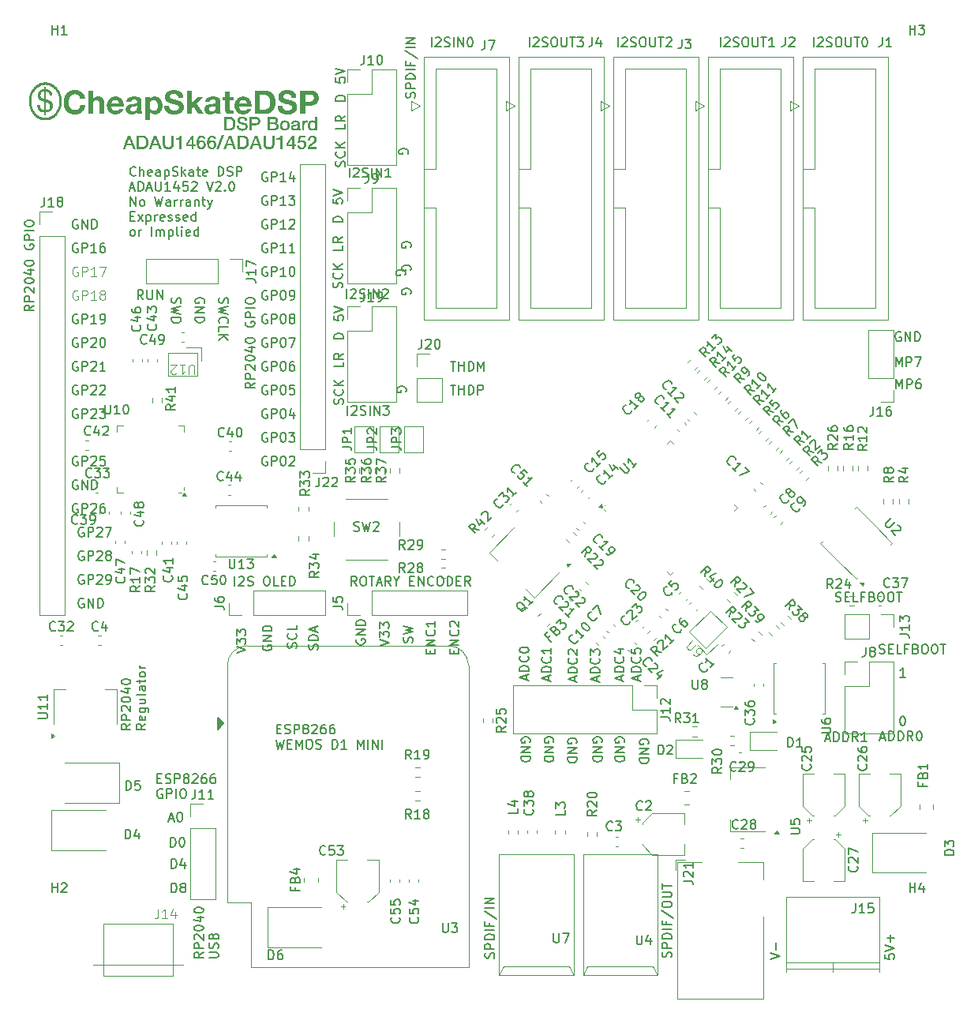
<source format=gbr>
%TF.GenerationSoftware,KiCad,Pcbnew,8.0.5*%
%TF.CreationDate,2025-01-18T12:22:11-08:00*%
%TF.ProjectId,dsp3,64737033-2e6b-4696-9361-645f70636258,rev?*%
%TF.SameCoordinates,Original*%
%TF.FileFunction,Legend,Top*%
%TF.FilePolarity,Positive*%
%FSLAX46Y46*%
G04 Gerber Fmt 4.6, Leading zero omitted, Abs format (unit mm)*
G04 Created by KiCad (PCBNEW 8.0.5) date 2025-01-18 12:22:11*
%MOMM*%
%LPD*%
G01*
G04 APERTURE LIST*
%ADD10C,0.280102*%
%ADD11C,0.000000*%
%ADD12C,0.150000*%
%ADD13C,0.125000*%
%ADD14C,0.100000*%
%ADD15C,0.120000*%
G04 APERTURE END LIST*
D10*
X108552705Y-53493115D02*
X108633241Y-53500082D01*
X108713094Y-53511617D01*
X108792128Y-53527652D01*
X108870209Y-53548123D01*
X108947203Y-53572968D01*
X109022979Y-53602121D01*
X109097398Y-53635517D01*
X109170329Y-53673092D01*
X109241638Y-53714781D01*
X109311190Y-53760519D01*
X109378851Y-53810243D01*
X109444487Y-53863887D01*
X109507967Y-53921389D01*
X109569152Y-53982681D01*
X109627909Y-54047700D01*
X109683826Y-54116023D01*
X109736537Y-54187170D01*
X109785987Y-54260979D01*
X109832122Y-54337302D01*
X109874883Y-54415977D01*
X109914218Y-54496851D01*
X109950072Y-54579769D01*
X109982386Y-54664573D01*
X110011106Y-54751107D01*
X110036177Y-54839217D01*
X110057545Y-54928746D01*
X110075151Y-55019538D01*
X110088940Y-55111439D01*
X110098861Y-55204290D01*
X110104851Y-55297937D01*
X110106860Y-55392226D01*
X110104733Y-55490073D01*
X110098418Y-55586636D01*
X110088020Y-55681797D01*
X110073638Y-55775432D01*
X110055380Y-55867426D01*
X110033343Y-55957656D01*
X110007634Y-56046005D01*
X109978355Y-56132353D01*
X109945608Y-56216579D01*
X109909496Y-56298566D01*
X109870121Y-56378193D01*
X109827588Y-56455340D01*
X109781998Y-56529889D01*
X109733452Y-56601721D01*
X109682055Y-56670715D01*
X109627909Y-56736748D01*
X109571118Y-56799708D01*
X109511785Y-56859472D01*
X109450011Y-56915919D01*
X109385899Y-56968933D01*
X109319552Y-57018390D01*
X109251072Y-57064174D01*
X109180563Y-57106165D01*
X109108128Y-57144243D01*
X109033869Y-57178289D01*
X108957890Y-57208184D01*
X108880290Y-57233806D01*
X108801177Y-57255039D01*
X108720650Y-57271760D01*
X108638812Y-57283851D01*
X108555767Y-57291194D01*
X108471619Y-57293669D01*
X108387467Y-57291194D01*
X108304423Y-57283852D01*
X108222586Y-57271761D01*
X108142060Y-57255039D01*
X108062944Y-57233806D01*
X107985347Y-57208184D01*
X107909366Y-57178291D01*
X107835106Y-57144244D01*
X107762671Y-57106166D01*
X107692164Y-57064176D01*
X107623684Y-57018390D01*
X107557337Y-56968933D01*
X107493227Y-56915919D01*
X107431451Y-56859472D01*
X107372117Y-56799708D01*
X107315325Y-56736749D01*
X107261180Y-56670713D01*
X107209784Y-56601721D01*
X107161239Y-56529891D01*
X107115647Y-56455341D01*
X107073114Y-56378194D01*
X107033738Y-56298568D01*
X106997626Y-56216580D01*
X106964880Y-56132355D01*
X106935599Y-56046006D01*
X106909890Y-55957657D01*
X106887855Y-55867426D01*
X106869595Y-55775433D01*
X106855214Y-55681796D01*
X106844815Y-55586637D01*
X106838502Y-55490073D01*
X106836375Y-55392225D01*
X106838382Y-55297937D01*
X106844374Y-55204290D01*
X106854294Y-55111439D01*
X106868084Y-55019537D01*
X106885691Y-54928746D01*
X106907056Y-54839215D01*
X106932129Y-54751106D01*
X106960848Y-54664571D01*
X106993162Y-54579767D01*
X107029016Y-54496850D01*
X107068350Y-54415975D01*
X107111114Y-54337300D01*
X107157247Y-54260977D01*
X107206697Y-54187166D01*
X107259409Y-54116020D01*
X107315325Y-54047697D01*
X107374083Y-53982678D01*
X107435268Y-53921386D01*
X107498747Y-53863887D01*
X107564383Y-53810241D01*
X107632044Y-53760518D01*
X107701596Y-53714780D01*
X107772905Y-53673090D01*
X107845836Y-53635516D01*
X107920257Y-53602121D01*
X107996031Y-53572967D01*
X108073027Y-53548123D01*
X108151107Y-53527651D01*
X108230140Y-53511615D01*
X108309994Y-53500082D01*
X108390531Y-53493115D01*
X108471619Y-53490778D01*
X108552705Y-53493115D01*
D11*
G36*
X132151697Y-59937643D02*
G01*
X132152075Y-59974013D01*
X132153210Y-60010634D01*
X132155100Y-60047507D01*
X132157747Y-60084632D01*
X132158849Y-60093891D01*
X132160137Y-60103038D01*
X132161616Y-60112077D01*
X132163282Y-60121003D01*
X132165139Y-60129821D01*
X132167184Y-60138528D01*
X132169419Y-60147127D01*
X132171841Y-60155613D01*
X132174453Y-60163990D01*
X132177253Y-60172256D01*
X132180241Y-60180412D01*
X132183418Y-60188458D01*
X132186785Y-60196395D01*
X132190342Y-60204221D01*
X132194084Y-60211937D01*
X132198018Y-60219543D01*
X132202423Y-60226764D01*
X132207078Y-60233826D01*
X132211988Y-60240733D01*
X132217146Y-60247481D01*
X132222558Y-60254071D01*
X132228222Y-60260505D01*
X132234137Y-60266782D01*
X132240303Y-60272901D01*
X132246721Y-60278863D01*
X132253390Y-60284667D01*
X132260314Y-60290316D01*
X132267487Y-60295806D01*
X132274911Y-60301138D01*
X132282588Y-60306313D01*
X132290516Y-60311332D01*
X132298695Y-60316192D01*
X132307466Y-60320825D01*
X132316661Y-60325159D01*
X132326281Y-60329194D01*
X132336327Y-60332930D01*
X132346794Y-60336367D01*
X132357689Y-60339506D01*
X132369006Y-60342345D01*
X132380751Y-60344885D01*
X132392917Y-60347127D01*
X132405511Y-60349071D01*
X132418527Y-60350715D01*
X132431970Y-60352060D01*
X132445838Y-60353105D01*
X132460127Y-60353852D01*
X132474845Y-60354300D01*
X132489984Y-60354450D01*
X132505119Y-60354300D01*
X132519811Y-60353853D01*
X132534062Y-60353105D01*
X132547875Y-60352060D01*
X132561246Y-60350715D01*
X132574177Y-60349070D01*
X132586668Y-60347127D01*
X132598717Y-60344886D01*
X132610327Y-60342345D01*
X132621497Y-60339506D01*
X132632224Y-60336367D01*
X132642513Y-60332932D01*
X132652361Y-60329194D01*
X132661767Y-60325159D01*
X132670734Y-60320825D01*
X132679260Y-60316192D01*
X132687677Y-60311332D01*
X132695809Y-60306313D01*
X132703660Y-60301139D01*
X132711226Y-60295806D01*
X132718510Y-60290316D01*
X132725510Y-60284667D01*
X132732226Y-60278863D01*
X132738662Y-60272902D01*
X132744811Y-60266782D01*
X132750680Y-60260505D01*
X132756264Y-60254071D01*
X132761565Y-60247481D01*
X132766582Y-60240733D01*
X132771316Y-60233826D01*
X132775769Y-60226763D01*
X132779938Y-60219543D01*
X132784107Y-60211939D01*
X132788054Y-60204222D01*
X132791784Y-60196396D01*
X132795293Y-60188458D01*
X132798579Y-60180412D01*
X132801646Y-60172255D01*
X132804493Y-60163989D01*
X132807122Y-60155613D01*
X132809527Y-60147125D01*
X132811713Y-60138528D01*
X132813681Y-60129821D01*
X132815426Y-60121004D01*
X132816952Y-60112077D01*
X132818258Y-60103038D01*
X132819345Y-60093891D01*
X132820209Y-60084632D01*
X132822098Y-60066038D01*
X132823732Y-60047507D01*
X132825116Y-60029038D01*
X132826248Y-60010633D01*
X132827128Y-59992291D01*
X132827758Y-59974013D01*
X132828134Y-59955796D01*
X132828260Y-59937643D01*
X132828260Y-59100000D01*
X133079959Y-59100000D01*
X133079958Y-60020200D01*
X133079297Y-60054368D01*
X133078472Y-60071028D01*
X133077315Y-60087403D01*
X133075828Y-60103496D01*
X133074011Y-60119305D01*
X133071864Y-60134831D01*
X133069387Y-60150074D01*
X133066578Y-60165035D01*
X133063440Y-60179712D01*
X133059973Y-60194105D01*
X133056173Y-60208216D01*
X133052042Y-60222044D01*
X133047583Y-60235588D01*
X133042792Y-60248849D01*
X133037672Y-60261828D01*
X133032246Y-60274537D01*
X133026535Y-60286996D01*
X133020540Y-60299203D01*
X133014265Y-60311160D01*
X133007704Y-60322862D01*
X133000862Y-60334315D01*
X132993735Y-60345515D01*
X132986326Y-60356463D01*
X132978634Y-60367160D01*
X132970657Y-60377605D01*
X132962399Y-60387800D01*
X132953857Y-60397741D01*
X132945031Y-60407432D01*
X132935922Y-60416869D01*
X132926531Y-60426057D01*
X132916857Y-60434991D01*
X132907167Y-60443416D01*
X132897225Y-60451573D01*
X132887033Y-60459461D01*
X132876587Y-60467083D01*
X132865891Y-60474438D01*
X132854940Y-60481524D01*
X132843739Y-60488343D01*
X132832287Y-60494896D01*
X132820586Y-60501181D01*
X132808628Y-60507197D01*
X132796422Y-60512948D01*
X132783962Y-60518430D01*
X132771251Y-60523644D01*
X132758289Y-60528593D01*
X132745075Y-60533271D01*
X132731610Y-60537684D01*
X132717924Y-60541829D01*
X132704049Y-60545706D01*
X132675734Y-60552659D01*
X132646662Y-60558541D01*
X132616836Y-60563355D01*
X132586256Y-60567099D01*
X132554921Y-60569773D01*
X132522830Y-60571377D01*
X132489983Y-60571912D01*
X132457135Y-60571377D01*
X132425046Y-60569773D01*
X132393709Y-60567099D01*
X132363129Y-60563355D01*
X132333303Y-60558541D01*
X132304233Y-60552659D01*
X132275917Y-60545706D01*
X132248357Y-60537684D01*
X132234882Y-60533271D01*
X132221644Y-60528591D01*
X132208644Y-60523643D01*
X132195878Y-60518430D01*
X132183347Y-60512948D01*
X132171054Y-60507197D01*
X132158997Y-60501181D01*
X132147175Y-60494896D01*
X132135589Y-60488344D01*
X132124239Y-60481524D01*
X132113124Y-60474438D01*
X132102246Y-60467084D01*
X132091604Y-60459461D01*
X132081199Y-60451573D01*
X132071028Y-60443415D01*
X132061094Y-60434991D01*
X132051663Y-60426057D01*
X132042500Y-60416869D01*
X132033605Y-60407432D01*
X132024977Y-60397741D01*
X132016616Y-60387800D01*
X132008521Y-60377606D01*
X132000695Y-60367160D01*
X131993136Y-60356463D01*
X131985845Y-60345515D01*
X131978822Y-60334315D01*
X131972065Y-60322862D01*
X131965576Y-60311159D01*
X131959355Y-60299203D01*
X131953402Y-60286996D01*
X131947714Y-60274537D01*
X131942295Y-60261827D01*
X131937174Y-60248849D01*
X131932384Y-60235588D01*
X131927925Y-60222044D01*
X131923795Y-60208216D01*
X131919998Y-60194105D01*
X131916527Y-60179712D01*
X131913389Y-60165035D01*
X131910580Y-60150074D01*
X131908103Y-60134831D01*
X131905956Y-60119305D01*
X131904138Y-60103496D01*
X131902652Y-60087402D01*
X131901497Y-60071028D01*
X131900670Y-60054368D01*
X131900174Y-60037425D01*
X131900009Y-60020200D01*
X131900000Y-59100000D01*
X132151697Y-59100000D01*
X132151697Y-59937643D01*
G37*
G36*
X126526391Y-54914345D02*
G01*
X126560754Y-54915333D01*
X126595228Y-54916977D01*
X126629809Y-54919279D01*
X126664501Y-54922239D01*
X126699304Y-54925859D01*
X126734213Y-54930132D01*
X126769234Y-54935066D01*
X126803925Y-54940050D01*
X126837851Y-54946242D01*
X126871008Y-54953638D01*
X126903398Y-54962243D01*
X126935023Y-54972055D01*
X126965876Y-54983071D01*
X126995965Y-54995295D01*
X127025288Y-55008726D01*
X127039590Y-55015919D01*
X127053565Y-55023468D01*
X127067212Y-55031374D01*
X127080530Y-55039636D01*
X127093518Y-55048254D01*
X127106178Y-55057228D01*
X127118510Y-55066559D01*
X127130512Y-55076246D01*
X127142186Y-55086290D01*
X127153531Y-55096688D01*
X127164546Y-55107444D01*
X127175234Y-55118556D01*
X127185591Y-55130024D01*
X127195620Y-55141849D01*
X127205321Y-55154029D01*
X127214693Y-55166566D01*
X127223613Y-55179105D01*
X127231956Y-55192161D01*
X127239725Y-55205738D01*
X127246918Y-55219837D01*
X127253537Y-55234458D01*
X127259580Y-55249597D01*
X127265046Y-55265258D01*
X127269937Y-55281438D01*
X127274253Y-55298140D01*
X127277993Y-55315363D01*
X127281158Y-55333107D01*
X127283747Y-55351369D01*
X127285761Y-55370154D01*
X127287201Y-55389460D01*
X127288064Y-55409286D01*
X127288352Y-55429633D01*
X127288352Y-56373163D01*
X127288571Y-56403688D01*
X127289228Y-56433885D01*
X127290325Y-56463756D01*
X127291858Y-56493295D01*
X127293833Y-56522508D01*
X127296243Y-56551390D01*
X127299093Y-56579945D01*
X127302381Y-56608170D01*
X127306219Y-56635352D01*
X127310713Y-56660782D01*
X127315865Y-56684459D01*
X127318687Y-56695639D01*
X127321673Y-56706380D01*
X127324825Y-56716684D01*
X127328140Y-56726548D01*
X127331620Y-56735974D01*
X127335265Y-56744964D01*
X127339073Y-56753512D01*
X127343046Y-56761624D01*
X127347184Y-56769297D01*
X127351487Y-56776532D01*
X126846399Y-56776532D01*
X126839603Y-56755487D01*
X126833247Y-56734443D01*
X126827327Y-56713395D01*
X126821847Y-56692348D01*
X126818558Y-56669551D01*
X126815708Y-56646751D01*
X126813296Y-56623952D01*
X126811323Y-56601154D01*
X126796252Y-56616212D01*
X126780851Y-56630694D01*
X126765122Y-56644601D01*
X126749065Y-56657934D01*
X126732678Y-56670688D01*
X126715963Y-56682868D01*
X126698917Y-56694473D01*
X126681545Y-56705503D01*
X126663841Y-56715957D01*
X126645812Y-56725836D01*
X126627452Y-56735140D01*
X126608763Y-56743867D01*
X126589747Y-56752020D01*
X126570399Y-56759596D01*
X126550724Y-56766597D01*
X126530722Y-56773024D01*
X126490274Y-56784533D01*
X126449607Y-56794506D01*
X126408724Y-56802946D01*
X126367617Y-56809851D01*
X126326297Y-56815222D01*
X126284753Y-56819059D01*
X126242991Y-56821361D01*
X126201010Y-56822128D01*
X126168839Y-56821635D01*
X126137218Y-56820155D01*
X126106141Y-56817689D01*
X126075614Y-56814236D01*
X126045636Y-56809797D01*
X126016205Y-56804371D01*
X125987323Y-56797961D01*
X125958987Y-56790561D01*
X125945070Y-56786479D01*
X125931366Y-56782123D01*
X125917883Y-56777491D01*
X125904622Y-56772587D01*
X125891577Y-56767407D01*
X125878754Y-56761955D01*
X125866148Y-56756226D01*
X125853763Y-56750225D01*
X125841595Y-56743950D01*
X125829647Y-56737400D01*
X125817920Y-56730577D01*
X125806409Y-56723481D01*
X125795120Y-56716107D01*
X125784049Y-56708462D01*
X125773198Y-56700542D01*
X125762565Y-56692348D01*
X125752181Y-56683882D01*
X125742068Y-56675140D01*
X125732232Y-56666125D01*
X125722667Y-56656835D01*
X125713377Y-56647271D01*
X125704363Y-56637435D01*
X125695622Y-56627322D01*
X125687154Y-56616938D01*
X125678960Y-56606277D01*
X125671039Y-56595343D01*
X125663396Y-56584136D01*
X125656024Y-56572653D01*
X125648926Y-56560898D01*
X125642103Y-56548868D01*
X125635554Y-56536564D01*
X125629278Y-56523986D01*
X125623758Y-56511121D01*
X125618591Y-56497954D01*
X125613782Y-56484486D01*
X125609330Y-56470716D01*
X125605233Y-56456646D01*
X125601493Y-56442272D01*
X125598108Y-56427598D01*
X125595081Y-56412623D01*
X125592409Y-56397346D01*
X125590093Y-56381767D01*
X125588134Y-56365887D01*
X125586531Y-56349706D01*
X125585284Y-56333223D01*
X125584393Y-56316439D01*
X125583860Y-56299355D01*
X125583681Y-56281967D01*
X125583886Y-56262895D01*
X125583954Y-56260887D01*
X126081757Y-56260887D01*
X126081853Y-56269135D01*
X126082141Y-56277219D01*
X126082619Y-56285138D01*
X126083292Y-56292893D01*
X126084156Y-56300483D01*
X126085211Y-56307909D01*
X126086457Y-56315171D01*
X126087895Y-56322268D01*
X126089525Y-56329201D01*
X126091348Y-56335969D01*
X126093364Y-56342573D01*
X126095569Y-56349013D01*
X126097964Y-56355288D01*
X126100555Y-56361399D01*
X126103336Y-56367345D01*
X126106310Y-56373128D01*
X126109447Y-56378758D01*
X126112722Y-56384255D01*
X126116134Y-56389610D01*
X126119682Y-56394831D01*
X126123369Y-56399915D01*
X126127191Y-56404861D01*
X126131152Y-56409670D01*
X126135248Y-56414342D01*
X126139481Y-56418878D01*
X126143852Y-56423276D01*
X126148359Y-56427537D01*
X126153005Y-56431662D01*
X126157787Y-56435648D01*
X126162705Y-56439498D01*
X126167760Y-56443211D01*
X126172954Y-56446787D01*
X126178269Y-56449800D01*
X126183695Y-56452705D01*
X126189230Y-56455500D01*
X126194875Y-56458186D01*
X126200631Y-56460760D01*
X126206495Y-56463227D01*
X126212469Y-56465584D01*
X126218552Y-56467831D01*
X126224744Y-56469968D01*
X126231048Y-56471996D01*
X126237459Y-56473913D01*
X126243981Y-56475722D01*
X126250612Y-56477421D01*
X126257353Y-56479011D01*
X126264204Y-56480491D01*
X126271164Y-56481861D01*
X126285249Y-56484330D01*
X126299443Y-56486465D01*
X126313748Y-56488275D01*
X126328162Y-56489755D01*
X126342686Y-56490906D01*
X126357318Y-56491729D01*
X126372062Y-56492222D01*
X126386914Y-56492386D01*
X126405068Y-56492194D01*
X126422702Y-56491619D01*
X126439814Y-56490660D01*
X126456407Y-56489317D01*
X126472480Y-56487590D01*
X126488031Y-56485482D01*
X126503060Y-56482986D01*
X126517571Y-56480110D01*
X126531559Y-56476848D01*
X126545028Y-56473204D01*
X126557976Y-56469176D01*
X126570404Y-56464765D01*
X126582308Y-56459968D01*
X126593696Y-56454790D01*
X126604560Y-56449227D01*
X126614904Y-56443281D01*
X126624825Y-56437074D01*
X126634415Y-56430731D01*
X126643679Y-56424250D01*
X126652610Y-56417633D01*
X126661216Y-56410878D01*
X126669491Y-56403987D01*
X126677438Y-56396957D01*
X126685055Y-56389792D01*
X126692344Y-56382488D01*
X126699304Y-56375048D01*
X126705936Y-56367472D01*
X126712239Y-56359759D01*
X126718214Y-56351908D01*
X126723859Y-56343919D01*
X126729176Y-56335793D01*
X126734162Y-56327532D01*
X126738862Y-56318763D01*
X126743315Y-56309995D01*
X126747520Y-56301225D01*
X126751481Y-56292456D01*
X126755194Y-56283687D01*
X126758660Y-56274919D01*
X126761880Y-56266150D01*
X126764854Y-56257382D01*
X126767580Y-56248613D01*
X126770059Y-56239843D01*
X126772293Y-56231074D01*
X126774280Y-56222305D01*
X126776020Y-56213536D01*
X126777513Y-56204767D01*
X126778760Y-56195998D01*
X126779761Y-56187230D01*
X126782228Y-56170130D01*
X126784364Y-56153907D01*
X126786174Y-56138564D01*
X126787652Y-56124094D01*
X126788803Y-56110502D01*
X126789625Y-56097787D01*
X126790119Y-56085951D01*
X126790283Y-56074989D01*
X126790281Y-55889117D01*
X126786267Y-55892582D01*
X126782116Y-55895967D01*
X126777827Y-55899270D01*
X126773402Y-55902490D01*
X126768838Y-55905626D01*
X126764140Y-55908683D01*
X126759303Y-55911655D01*
X126754328Y-55914547D01*
X126749219Y-55917355D01*
X126743970Y-55920081D01*
X126738587Y-55922726D01*
X126733064Y-55925289D01*
X126727405Y-55927767D01*
X126721611Y-55930167D01*
X126715678Y-55932480D01*
X126709608Y-55934713D01*
X126698044Y-55938164D01*
X126686151Y-55941506D01*
X126673930Y-55944739D01*
X126661379Y-55947863D01*
X126648500Y-55950876D01*
X126635291Y-55953781D01*
X126621754Y-55956576D01*
X126607889Y-55959263D01*
X126594627Y-55961839D01*
X126581146Y-55964306D01*
X126553523Y-55968906D01*
X126525024Y-55973067D01*
X126495648Y-55976788D01*
X126465835Y-55980517D01*
X126436019Y-55984682D01*
X126406204Y-55989279D01*
X126376391Y-55994312D01*
X126362359Y-55997053D01*
X126348330Y-56000013D01*
X126334300Y-56003192D01*
X126320270Y-56006590D01*
X126306241Y-56010207D01*
X126292209Y-56014044D01*
X126278180Y-56018100D01*
X126264149Y-56022373D01*
X126251160Y-56026979D01*
X126238500Y-56032023D01*
X126232294Y-56034709D01*
X126226169Y-56037505D01*
X126220128Y-56040412D01*
X126214167Y-56043425D01*
X126208289Y-56046549D01*
X126202493Y-56049781D01*
X126196780Y-56053125D01*
X126191148Y-56056577D01*
X126185600Y-56060138D01*
X126180132Y-56063810D01*
X126174748Y-56067591D01*
X126169445Y-56071479D01*
X126164678Y-56075056D01*
X126160018Y-56078769D01*
X126155469Y-56082619D01*
X126151030Y-56086606D01*
X126146700Y-56090731D01*
X126142480Y-56094992D01*
X126138370Y-56099389D01*
X126134368Y-56103925D01*
X126130480Y-56108597D01*
X126126696Y-56113406D01*
X126123024Y-56118352D01*
X126119463Y-56123436D01*
X126116010Y-56128656D01*
X126112668Y-56134013D01*
X126109434Y-56139508D01*
X126106310Y-56145138D01*
X126103336Y-56150934D01*
X126100556Y-56156920D01*
X126097967Y-56163100D01*
X126095569Y-56169471D01*
X126093362Y-56176033D01*
X126091349Y-56182790D01*
X126089526Y-56189736D01*
X126087897Y-56196874D01*
X126086456Y-56204203D01*
X126085209Y-56211725D01*
X126084155Y-56219440D01*
X126083291Y-56227345D01*
X126082621Y-56235444D01*
X126082141Y-56243732D01*
X126081852Y-56252215D01*
X126081757Y-56260887D01*
X125583954Y-56260887D01*
X125584503Y-56244261D01*
X125585530Y-56226065D01*
X125586969Y-56208308D01*
X125588820Y-56190991D01*
X125591081Y-56174111D01*
X125593751Y-56157668D01*
X125596834Y-56141665D01*
X125600329Y-56126102D01*
X125604233Y-56110974D01*
X125608549Y-56096286D01*
X125613277Y-56082038D01*
X125618414Y-56068226D01*
X125623962Y-56054854D01*
X125629923Y-56041921D01*
X125636294Y-56029425D01*
X125643418Y-56016875D01*
X125650762Y-56004652D01*
X125658326Y-55992760D01*
X125666107Y-55981196D01*
X125674108Y-55969960D01*
X125682329Y-55959053D01*
X125690769Y-55948475D01*
X125699431Y-55938228D01*
X125708308Y-55928308D01*
X125717405Y-55918716D01*
X125726722Y-55909453D01*
X125736259Y-55900520D01*
X125746014Y-55891916D01*
X125755988Y-55883640D01*
X125766184Y-55875695D01*
X125776596Y-55868077D01*
X125787639Y-55860745D01*
X125798848Y-55853663D01*
X125810220Y-55846826D01*
X125821756Y-55840235D01*
X125833457Y-55833890D01*
X125845323Y-55827794D01*
X125857351Y-55821943D01*
X125869547Y-55816339D01*
X125881904Y-55810982D01*
X125894430Y-55805871D01*
X125907116Y-55801006D01*
X125919968Y-55796390D01*
X125932984Y-55792018D01*
X125946165Y-55787895D01*
X125959509Y-55784016D01*
X125973019Y-55780386D01*
X126001079Y-55772714D01*
X126029139Y-55765479D01*
X126057200Y-55758685D01*
X126085260Y-55752326D01*
X126113321Y-55746407D01*
X126141381Y-55740928D01*
X126169442Y-55735885D01*
X126197502Y-55731281D01*
X126253403Y-55722957D01*
X126308867Y-55715504D01*
X126363893Y-55708926D01*
X126418479Y-55703221D01*
X126445278Y-55700424D01*
X126471310Y-55697301D01*
X126496577Y-55693849D01*
X126521074Y-55690066D01*
X126544806Y-55685954D01*
X126567768Y-55681515D01*
X126589965Y-55676747D01*
X126611393Y-55671649D01*
X126621778Y-55668951D01*
X126631890Y-55666113D01*
X126641727Y-55663140D01*
X126651292Y-55660031D01*
X126660580Y-55656782D01*
X126669597Y-55653399D01*
X126678337Y-55649876D01*
X126686805Y-55646219D01*
X126694999Y-55642424D01*
X126702918Y-55638491D01*
X126710564Y-55634423D01*
X126717937Y-55630215D01*
X126725032Y-55625872D01*
X126731857Y-55621394D01*
X126738405Y-55616776D01*
X126744681Y-55612024D01*
X126750613Y-55606624D01*
X126756135Y-55600952D01*
X126761245Y-55595005D01*
X126765945Y-55588785D01*
X126770234Y-55582291D01*
X126774111Y-55575522D01*
X126777578Y-55568480D01*
X126780634Y-55561164D01*
X126783277Y-55553573D01*
X126785510Y-55545708D01*
X126787333Y-55537571D01*
X126788745Y-55529156D01*
X126789746Y-55520470D01*
X126790334Y-55511511D01*
X126790510Y-55502274D01*
X126790277Y-55492765D01*
X126790167Y-55482818D01*
X126789839Y-55473145D01*
X126789291Y-55463747D01*
X126788523Y-55454622D01*
X126787537Y-55445770D01*
X126786331Y-55437194D01*
X126784907Y-55428891D01*
X126783263Y-55420862D01*
X126781399Y-55413106D01*
X126779316Y-55405625D01*
X126777015Y-55398419D01*
X126774494Y-55391486D01*
X126771753Y-55384827D01*
X126768793Y-55378442D01*
X126765614Y-55372331D01*
X126762217Y-55366496D01*
X126759065Y-55360453D01*
X126755749Y-55354602D01*
X126752269Y-55348943D01*
X126748625Y-55343477D01*
X126744816Y-55338201D01*
X126740843Y-55333120D01*
X126736706Y-55328226D01*
X126732402Y-55323526D01*
X126727936Y-55319021D01*
X126723304Y-55314703D01*
X126718509Y-55310578D01*
X126713549Y-55306646D01*
X126708426Y-55302906D01*
X126703136Y-55299357D01*
X126697684Y-55296001D01*
X126692067Y-55292836D01*
X126686736Y-55289409D01*
X126681269Y-55286149D01*
X126675666Y-55283054D01*
X126669924Y-55280120D01*
X126664046Y-55277353D01*
X126658030Y-55274749D01*
X126651879Y-55272310D01*
X126645590Y-55270036D01*
X126639164Y-55267926D01*
X126632601Y-55265980D01*
X126625902Y-55264199D01*
X126619065Y-55262582D01*
X126612091Y-55261130D01*
X126604980Y-55259843D01*
X126597733Y-55258721D01*
X126590348Y-55257762D01*
X126576153Y-55255294D01*
X126561630Y-55253156D01*
X126546778Y-55251348D01*
X126531596Y-55249867D01*
X126516087Y-55248716D01*
X126500247Y-55247893D01*
X126484079Y-55247400D01*
X126467583Y-55247236D01*
X126449416Y-55247483D01*
X126431740Y-55248222D01*
X126414559Y-55249455D01*
X126397870Y-55251183D01*
X126381675Y-55253401D01*
X126365973Y-55256115D01*
X126350764Y-55259320D01*
X126336049Y-55263020D01*
X126321827Y-55267212D01*
X126308097Y-55271898D01*
X126294863Y-55277078D01*
X126282120Y-55282750D01*
X126269871Y-55288915D01*
X126258117Y-55295574D01*
X126246853Y-55302727D01*
X126236085Y-55310371D01*
X126225835Y-55318593D01*
X126216135Y-55327471D01*
X126206984Y-55337007D01*
X126198378Y-55347202D01*
X126190322Y-55358053D01*
X126182814Y-55369562D01*
X126175854Y-55381730D01*
X126169442Y-55394554D01*
X126163578Y-55408037D01*
X126158261Y-55422177D01*
X126153492Y-55436973D01*
X126149271Y-55452428D01*
X126145601Y-55468542D01*
X126142475Y-55485312D01*
X126139899Y-55502740D01*
X126137873Y-55520827D01*
X125639805Y-55520824D01*
X125641381Y-55499135D01*
X125643478Y-55477912D01*
X125646095Y-55457155D01*
X125649232Y-55436863D01*
X125652889Y-55417036D01*
X125657069Y-55397676D01*
X125661770Y-55378782D01*
X125666988Y-55360354D01*
X125672729Y-55342391D01*
X125678992Y-55324894D01*
X125685773Y-55307864D01*
X125693076Y-55291298D01*
X125700899Y-55275199D01*
X125709244Y-55259566D01*
X125718108Y-55244398D01*
X125727493Y-55229697D01*
X125737303Y-55215405D01*
X125747442Y-55201472D01*
X125757910Y-55187894D01*
X125768706Y-55174672D01*
X125779832Y-55161806D01*
X125791287Y-55149296D01*
X125803070Y-55137143D01*
X125815182Y-55125347D01*
X125827623Y-55113907D01*
X125840392Y-55102821D01*
X125853491Y-55092094D01*
X125866919Y-55081723D01*
X125880674Y-55071705D01*
X125894760Y-55062047D01*
X125909173Y-55052743D01*
X125923916Y-55043797D01*
X125938934Y-55035191D01*
X125954169Y-55026918D01*
X125969624Y-55018970D01*
X125985298Y-55011351D01*
X126001191Y-55004061D01*
X126017305Y-54997102D01*
X126033636Y-54990469D01*
X126050188Y-54984167D01*
X126066958Y-54978194D01*
X126083947Y-54972549D01*
X126101157Y-54967231D01*
X126118584Y-54962245D01*
X126136232Y-54957586D01*
X126154098Y-54953256D01*
X126172184Y-54949255D01*
X126190489Y-54945583D01*
X126228196Y-54938186D01*
X126265902Y-54931773D01*
X126303607Y-54926348D01*
X126341314Y-54921909D01*
X126379020Y-54918457D01*
X126416725Y-54915989D01*
X126454432Y-54914510D01*
X126492139Y-54914017D01*
X126526391Y-54914345D01*
G37*
G36*
X135397523Y-57472295D02*
G01*
X135416557Y-57473050D01*
X135435529Y-57474308D01*
X135454437Y-57476070D01*
X135473283Y-57478333D01*
X135492066Y-57481101D01*
X135510785Y-57484370D01*
X135529442Y-57488143D01*
X135547816Y-57492484D01*
X135565686Y-57497453D01*
X135574432Y-57500174D01*
X135583053Y-57503052D01*
X135591548Y-57506088D01*
X135599917Y-57509282D01*
X135608161Y-57512633D01*
X135616276Y-57516141D01*
X135624269Y-57519806D01*
X135632133Y-57523630D01*
X135639875Y-57527611D01*
X135647489Y-57531749D01*
X135654976Y-57536045D01*
X135662338Y-57540496D01*
X135669796Y-57545114D01*
X135677062Y-57549904D01*
X135684141Y-57554867D01*
X135691032Y-57560005D01*
X135697734Y-57565313D01*
X135704245Y-57570796D01*
X135710569Y-57576450D01*
X135716705Y-57582281D01*
X135722651Y-57588280D01*
X135728409Y-57594455D01*
X135733979Y-57600802D01*
X135739358Y-57607323D01*
X135744549Y-57614015D01*
X135749552Y-57620882D01*
X135754367Y-57627921D01*
X135758990Y-57635133D01*
X135763380Y-57642283D01*
X135767487Y-57649637D01*
X135771308Y-57657196D01*
X135774849Y-57664960D01*
X135778104Y-57672927D01*
X135781078Y-57681099D01*
X135783767Y-57689476D01*
X135786174Y-57698057D01*
X135788299Y-57706844D01*
X135790138Y-57715834D01*
X135791695Y-57725028D01*
X135792969Y-57734427D01*
X135793960Y-57744030D01*
X135794668Y-57753839D01*
X135795093Y-57763851D01*
X135795235Y-57774068D01*
X135795215Y-58309664D01*
X135795372Y-58319857D01*
X135795845Y-58329296D01*
X135796634Y-58337980D01*
X135797144Y-58342038D01*
X135797734Y-58345908D01*
X135798404Y-58349590D01*
X135799151Y-58353083D01*
X135799977Y-58356385D01*
X135800882Y-58359500D01*
X135801867Y-58362426D01*
X135802929Y-58365164D01*
X135804070Y-58367711D01*
X135805290Y-58370072D01*
X135806064Y-58371186D01*
X135806878Y-58372267D01*
X135807731Y-58373310D01*
X135808623Y-58374319D01*
X135809555Y-58375292D01*
X135810526Y-58376231D01*
X135811538Y-58377134D01*
X135812586Y-58378001D01*
X135813677Y-58378833D01*
X135814804Y-58379630D01*
X135815973Y-58380391D01*
X135817180Y-58381117D01*
X135818426Y-58381806D01*
X135819712Y-58382462D01*
X135821038Y-58383082D01*
X135822402Y-58383665D01*
X135823807Y-58384215D01*
X135825249Y-58384727D01*
X135828254Y-58385648D01*
X135831417Y-58386426D01*
X135834736Y-58387064D01*
X135838214Y-58387559D01*
X135841848Y-58387913D01*
X135845641Y-58388126D01*
X135849592Y-58388196D01*
X135873764Y-58388196D01*
X135877352Y-58388135D01*
X135881066Y-58387945D01*
X135884903Y-58387631D01*
X135888868Y-58387191D01*
X135892960Y-58386627D01*
X135897175Y-58385934D01*
X135901517Y-58385115D01*
X135905983Y-58384172D01*
X135905984Y-58543246D01*
X135902838Y-58544251D01*
X135899442Y-58545258D01*
X135895793Y-58546264D01*
X135891893Y-58547271D01*
X135887738Y-58548277D01*
X135883333Y-58549283D01*
X135878674Y-58550289D01*
X135873764Y-58551297D01*
X135869203Y-58552778D01*
X135864578Y-58554195D01*
X135859891Y-58555549D01*
X135855139Y-58556839D01*
X135850326Y-58558067D01*
X135845448Y-58559231D01*
X135840509Y-58560332D01*
X135835506Y-58561370D01*
X135830470Y-58562345D01*
X135825435Y-58563258D01*
X135820399Y-58564108D01*
X135815365Y-58564895D01*
X135810331Y-58565620D01*
X135805298Y-58566283D01*
X135800266Y-58566884D01*
X135795236Y-58567420D01*
X135785549Y-58568296D01*
X135776616Y-58568921D01*
X135772430Y-58569140D01*
X135768436Y-58569296D01*
X135764625Y-58569390D01*
X135761005Y-58569421D01*
X135752291Y-58569312D01*
X135743764Y-58568982D01*
X135735426Y-58568430D01*
X135727277Y-58567659D01*
X135719317Y-58566669D01*
X135711546Y-58565457D01*
X135703963Y-58564025D01*
X135696569Y-58562373D01*
X135689364Y-58560501D01*
X135682349Y-58558409D01*
X135675521Y-58556097D01*
X135668884Y-58553565D01*
X135662434Y-58550812D01*
X135656173Y-58547838D01*
X135650101Y-58544644D01*
X135644218Y-58541231D01*
X135641355Y-58539429D01*
X135638557Y-58537544D01*
X135635819Y-58535574D01*
X135633144Y-58533524D01*
X135630534Y-58531390D01*
X135627985Y-58529174D01*
X135623077Y-58524494D01*
X135618423Y-58519483D01*
X135614017Y-58514143D01*
X135609864Y-58508472D01*
X135605963Y-58502470D01*
X135602312Y-58496138D01*
X135598915Y-58489477D01*
X135595769Y-58482483D01*
X135592873Y-58475161D01*
X135590230Y-58467507D01*
X135587839Y-58459524D01*
X135585700Y-58451210D01*
X135583814Y-58442566D01*
X135575130Y-58450731D01*
X135566193Y-58458611D01*
X135557006Y-58466209D01*
X135547568Y-58473524D01*
X135537877Y-58480556D01*
X135527935Y-58487305D01*
X135517744Y-58493770D01*
X135507296Y-58499954D01*
X135496599Y-58505852D01*
X135485650Y-58511468D01*
X135474450Y-58516801D01*
X135462998Y-58521851D01*
X135451296Y-58526620D01*
X135439340Y-58531101D01*
X135427132Y-58535301D01*
X135414674Y-58539219D01*
X135390101Y-58546297D01*
X135365718Y-58552432D01*
X135341524Y-58557625D01*
X135317519Y-58561872D01*
X135293701Y-58565175D01*
X135270074Y-58567534D01*
X135246636Y-58568950D01*
X135223386Y-58569421D01*
X135205860Y-58569107D01*
X135188524Y-58568164D01*
X135171378Y-58566592D01*
X135154420Y-58564390D01*
X135137650Y-58561560D01*
X135121068Y-58558101D01*
X135104679Y-58554014D01*
X135088474Y-58549297D01*
X135080475Y-58546962D01*
X135072587Y-58544483D01*
X135064807Y-58541863D01*
X135057138Y-58539102D01*
X135049580Y-58536199D01*
X135042130Y-58533155D01*
X135034794Y-58529970D01*
X135027565Y-58526644D01*
X135020446Y-58523174D01*
X135013437Y-58519563D01*
X135006540Y-58515811D01*
X134999752Y-58511918D01*
X134993074Y-58507883D01*
X134986507Y-58503709D01*
X134980050Y-58499390D01*
X134973702Y-58494931D01*
X134967732Y-58490078D01*
X134961904Y-58485083D01*
X134956216Y-58479946D01*
X134950671Y-58474668D01*
X134945267Y-58469249D01*
X134940007Y-58463688D01*
X134934886Y-58457986D01*
X134929906Y-58452143D01*
X134925070Y-58446156D01*
X134920374Y-58440029D01*
X134915819Y-58433761D01*
X134911407Y-58427350D01*
X134907135Y-58420799D01*
X134903007Y-58414105D01*
X134899018Y-58407270D01*
X134895172Y-58400293D01*
X134891760Y-58392923D01*
X134888565Y-58385412D01*
X134885592Y-58377759D01*
X134882839Y-58369965D01*
X134880306Y-58362030D01*
X134877995Y-58353953D01*
X134875901Y-58345732D01*
X134874029Y-58337371D01*
X134872377Y-58328869D01*
X134870947Y-58320224D01*
X134869734Y-58311438D01*
X134868744Y-58302513D01*
X134867973Y-58293443D01*
X134867423Y-58284232D01*
X134867090Y-58274880D01*
X134866982Y-58265387D01*
X134867094Y-58255291D01*
X135096502Y-58255291D01*
X135096587Y-58260026D01*
X135096846Y-58264667D01*
X135097279Y-58269212D01*
X135097884Y-58273664D01*
X135098665Y-58278021D01*
X135099615Y-58282284D01*
X135100740Y-58286454D01*
X135102038Y-58290527D01*
X135103508Y-58294507D01*
X135105151Y-58298392D01*
X135106968Y-58302183D01*
X135108958Y-58305881D01*
X135111121Y-58309483D01*
X135113458Y-58312991D01*
X135115967Y-58316404D01*
X135118649Y-58319724D01*
X135121449Y-58322956D01*
X135124312Y-58326110D01*
X135127240Y-58329185D01*
X135130227Y-58332184D01*
X135133279Y-58335102D01*
X135136393Y-58337940D01*
X135139572Y-58340701D01*
X135142811Y-58343383D01*
X135146115Y-58345988D01*
X135149481Y-58348513D01*
X135152910Y-58350958D01*
X135156402Y-58353325D01*
X135159956Y-58355614D01*
X135163576Y-58357824D01*
X135167258Y-58359957D01*
X135171001Y-58362009D01*
X135179120Y-58365408D01*
X135187362Y-58368554D01*
X135195732Y-58371448D01*
X135204228Y-58374090D01*
X135212847Y-58376480D01*
X135221593Y-58378616D01*
X135230467Y-58380502D01*
X135239464Y-58382133D01*
X135248904Y-58383551D01*
X135258089Y-58384780D01*
X135267024Y-58385820D01*
X135275708Y-58386672D01*
X135284138Y-58387332D01*
X135292319Y-58387805D01*
X135300246Y-58388090D01*
X135307923Y-58388184D01*
X135317581Y-58388026D01*
X135327430Y-58387554D01*
X135337466Y-58386767D01*
X135347690Y-58385665D01*
X135358105Y-58384247D01*
X135368708Y-58382518D01*
X135379499Y-58380470D01*
X135390480Y-58378109D01*
X135395995Y-58376794D01*
X135401460Y-58375371D01*
X135406878Y-58373836D01*
X135412250Y-58372192D01*
X135417574Y-58370437D01*
X135422852Y-58368573D01*
X135428085Y-58366599D01*
X135433267Y-58364515D01*
X135438402Y-58362320D01*
X135443491Y-58360016D01*
X135448534Y-58357603D01*
X135453527Y-58355078D01*
X135458476Y-58352444D01*
X135463375Y-58349698D01*
X135468229Y-58346845D01*
X135473034Y-58343880D01*
X135478013Y-58340810D01*
X135482881Y-58337647D01*
X135487640Y-58334390D01*
X135492288Y-58331038D01*
X135496827Y-58327592D01*
X135501256Y-58324053D01*
X135505574Y-58320419D01*
X135509780Y-58316689D01*
X135513880Y-58312867D01*
X135517868Y-58308952D01*
X135521745Y-58304939D01*
X135525513Y-58300835D01*
X135529170Y-58296635D01*
X135532718Y-58292342D01*
X135536155Y-58287953D01*
X135539482Y-58283472D01*
X135542652Y-58278627D01*
X135545617Y-58273656D01*
X135548379Y-58268559D01*
X135550936Y-58263337D01*
X135553287Y-58257988D01*
X135555436Y-58252515D01*
X135557378Y-58246914D01*
X135559115Y-58241187D01*
X135560648Y-58235335D01*
X135561978Y-58229357D01*
X135563103Y-58223254D01*
X135564023Y-58217025D01*
X135564739Y-58210669D01*
X135565249Y-58204187D01*
X135565556Y-58197581D01*
X135565659Y-58190848D01*
X135565670Y-58019710D01*
X135559032Y-58023886D01*
X135552203Y-58027858D01*
X135545191Y-58031626D01*
X135537986Y-58035189D01*
X135530591Y-58038548D01*
X135523008Y-58041702D01*
X135515238Y-58044651D01*
X135507277Y-58047396D01*
X135499129Y-58049938D01*
X135490791Y-58052273D01*
X135482264Y-58054405D01*
X135473549Y-58056332D01*
X135464646Y-58058055D01*
X135455553Y-58059573D01*
X135446272Y-58060888D01*
X135436802Y-58061996D01*
X135417671Y-58063634D01*
X135398543Y-58065524D01*
X135379413Y-58067663D01*
X135360284Y-58070053D01*
X135341155Y-58072694D01*
X135322025Y-58075586D01*
X135302896Y-58078727D01*
X135283769Y-58082122D01*
X135274738Y-58083727D01*
X135265772Y-58085522D01*
X135256868Y-58087505D01*
X135248027Y-58089678D01*
X135239250Y-58092037D01*
X135230536Y-58094586D01*
X135221882Y-58097322D01*
X135213291Y-58100246D01*
X135209044Y-58101544D01*
X135204860Y-58102923D01*
X135200739Y-58104378D01*
X135196680Y-58105911D01*
X135192684Y-58107524D01*
X135188753Y-58109216D01*
X135184882Y-58110986D01*
X135181076Y-58112835D01*
X135177333Y-58114762D01*
X135173652Y-58116768D01*
X135170034Y-58118852D01*
X135166478Y-58121015D01*
X135162985Y-58123255D01*
X135159556Y-58125575D01*
X135156190Y-58127975D01*
X135152886Y-58130452D01*
X135149652Y-58132772D01*
X135146499Y-58135203D01*
X135143421Y-58137743D01*
X135140425Y-58140394D01*
X135137507Y-58143154D01*
X135134669Y-58146026D01*
X135131907Y-58149006D01*
X135129226Y-58152098D01*
X135126622Y-58155299D01*
X135124095Y-58158609D01*
X135121650Y-58162032D01*
X135119285Y-58165562D01*
X135116995Y-58169205D01*
X135114784Y-58172955D01*
X135112652Y-58176817D01*
X135110600Y-58180788D01*
X135108893Y-58184620D01*
X135107295Y-58188560D01*
X135105808Y-58192611D01*
X135104433Y-58196771D01*
X135103164Y-58201042D01*
X135102009Y-58205423D01*
X135100962Y-58209916D01*
X135100026Y-58214517D01*
X135099199Y-58219227D01*
X135098484Y-58224049D01*
X135097878Y-58228981D01*
X135097381Y-58234022D01*
X135096996Y-58239174D01*
X135096721Y-58244436D01*
X135096556Y-58249808D01*
X135096502Y-58255291D01*
X134867094Y-58255291D01*
X134867115Y-58253447D01*
X134867517Y-58241791D01*
X134868185Y-58230417D01*
X134869121Y-58219327D01*
X134870325Y-58208520D01*
X134871796Y-58197996D01*
X134873535Y-58187756D01*
X134875540Y-58177799D01*
X134877814Y-58168123D01*
X134880354Y-58158732D01*
X134883162Y-58149623D01*
X134886238Y-58140798D01*
X134889581Y-58132256D01*
X134893191Y-58123998D01*
X134897070Y-58116022D01*
X134901215Y-58108330D01*
X134905824Y-58100881D01*
X134910590Y-58093636D01*
X134915515Y-58086598D01*
X134920595Y-58079762D01*
X134925833Y-58073131D01*
X134931229Y-58066705D01*
X134936782Y-58060483D01*
X134942493Y-58054467D01*
X134948361Y-58048654D01*
X134954383Y-58043046D01*
X134960569Y-58037642D01*
X134966906Y-58032444D01*
X134973403Y-58027449D01*
X134980059Y-58022660D01*
X134986870Y-58018073D01*
X134993838Y-58013693D01*
X135001185Y-58009493D01*
X135008625Y-58005451D01*
X135016159Y-58001564D01*
X135023790Y-57997837D01*
X135031514Y-57994266D01*
X135039332Y-57990852D01*
X135047245Y-57987596D01*
X135055250Y-57984497D01*
X135063352Y-57981555D01*
X135071548Y-57978772D01*
X135079838Y-57976144D01*
X135088223Y-57973675D01*
X135096701Y-57971362D01*
X135105274Y-57969207D01*
X135113941Y-57967208D01*
X135122702Y-57965368D01*
X135140826Y-57961469D01*
X135158949Y-57957821D01*
X135177070Y-57954422D01*
X135195195Y-57951274D01*
X135213317Y-57948379D01*
X135231437Y-57945732D01*
X135249560Y-57943338D01*
X135267682Y-57941192D01*
X135283192Y-57938300D01*
X135298515Y-57935659D01*
X135313649Y-57933269D01*
X135328592Y-57931129D01*
X135343349Y-57929244D01*
X135357915Y-57927608D01*
X135372293Y-57926224D01*
X135386482Y-57925092D01*
X135400358Y-57923486D01*
X135413791Y-57921690D01*
X135426786Y-57919708D01*
X135439340Y-57917536D01*
X135451451Y-57915176D01*
X135463123Y-57912628D01*
X135474354Y-57909892D01*
X135485146Y-57906968D01*
X135490604Y-57905411D01*
X135495904Y-57903759D01*
X135501048Y-57902014D01*
X135506034Y-57900174D01*
X135510864Y-57898238D01*
X135515536Y-57896210D01*
X135520050Y-57894086D01*
X135524408Y-57891870D01*
X135528607Y-57889555D01*
X135532650Y-57887148D01*
X135536536Y-57884647D01*
X135540266Y-57882051D01*
X135543835Y-57879362D01*
X135547250Y-57876576D01*
X135550506Y-57873698D01*
X135553606Y-57870724D01*
X135556776Y-57867358D01*
X135559740Y-57863802D01*
X135562501Y-57860058D01*
X135565058Y-57856125D01*
X135567410Y-57852004D01*
X135569556Y-57847692D01*
X135571500Y-57843194D01*
X135573238Y-57838506D01*
X135574771Y-57833629D01*
X135576101Y-57828564D01*
X135577224Y-57823310D01*
X135578146Y-57817867D01*
X135578862Y-57812235D01*
X135579373Y-57806416D01*
X135579679Y-57800407D01*
X135579780Y-57794208D01*
X135579694Y-57788733D01*
X135579433Y-57783385D01*
X135579003Y-57778163D01*
X135578396Y-57773065D01*
X135577618Y-57768094D01*
X135576666Y-57763248D01*
X135575544Y-57758530D01*
X135574245Y-57753936D01*
X135572773Y-57749467D01*
X135571129Y-57745125D01*
X135569313Y-57740909D01*
X135567323Y-57736819D01*
X135565160Y-57732855D01*
X135562823Y-57729017D01*
X135560314Y-57725304D01*
X135557633Y-57721718D01*
X135555069Y-57718249D01*
X135552413Y-57714891D01*
X135549660Y-57711642D01*
X135546812Y-57708503D01*
X135543872Y-57705475D01*
X135540838Y-57702557D01*
X135537706Y-57699749D01*
X135534483Y-57697052D01*
X135531163Y-57694464D01*
X135527748Y-57691986D01*
X135524240Y-57689618D01*
X135520637Y-57687360D01*
X135516939Y-57685213D01*
X135513147Y-57683176D01*
X135509260Y-57681249D01*
X135505280Y-57679431D01*
X135501473Y-57677466D01*
X135497603Y-57675595D01*
X135493671Y-57673819D01*
X135489675Y-57672138D01*
X135485617Y-57670549D01*
X135481497Y-57669055D01*
X135477312Y-57667657D01*
X135473064Y-57666351D01*
X135468754Y-57665140D01*
X135464381Y-57664024D01*
X135459946Y-57663002D01*
X135455446Y-57662074D01*
X135450884Y-57661241D01*
X135446259Y-57660502D01*
X135441572Y-57659857D01*
X135436821Y-57659308D01*
X135427318Y-57657889D01*
X135417941Y-57656660D01*
X135408690Y-57655620D01*
X135399567Y-57654770D01*
X135390569Y-57654108D01*
X135381698Y-57653635D01*
X135372950Y-57653352D01*
X135364331Y-57653258D01*
X135352382Y-57653414D01*
X135340702Y-57653886D01*
X135329290Y-57654673D01*
X135318145Y-57655774D01*
X135307267Y-57657190D01*
X135296657Y-57658920D01*
X135286315Y-57660965D01*
X135276239Y-57663326D01*
X135266430Y-57665999D01*
X135256892Y-57668989D01*
X135247617Y-57672291D01*
X135238611Y-57675910D01*
X135229872Y-57679842D01*
X135221401Y-57684089D01*
X135213197Y-57688650D01*
X135205261Y-57693528D01*
X135197671Y-57698734D01*
X135190506Y-57704288D01*
X135183764Y-57710186D01*
X135177448Y-57716431D01*
X135171559Y-57723024D01*
X135168770Y-57726448D01*
X135166091Y-57729960D01*
X135161049Y-57737244D01*
X135156432Y-57744873D01*
X135152240Y-57752850D01*
X135148472Y-57761171D01*
X135145129Y-57769839D01*
X135142210Y-57778852D01*
X135139718Y-57788213D01*
X135137648Y-57797918D01*
X135136005Y-57807971D01*
X135134786Y-57818369D01*
X134905237Y-57818369D01*
X134906135Y-57805917D01*
X134907316Y-57793734D01*
X134908781Y-57781818D01*
X134910527Y-57770168D01*
X134912557Y-57758787D01*
X134914870Y-57747672D01*
X134917468Y-57736826D01*
X134920345Y-57726247D01*
X134923508Y-57715936D01*
X134926953Y-57705891D01*
X134930681Y-57696116D01*
X134934691Y-57686604D01*
X134938985Y-57677362D01*
X134943562Y-57668388D01*
X134948423Y-57659680D01*
X134953565Y-57651242D01*
X134958940Y-57643037D01*
X134964484Y-57635038D01*
X134970201Y-57627243D01*
X134976093Y-57619653D01*
X134982157Y-57612267D01*
X134988395Y-57605088D01*
X134994806Y-57598109D01*
X135001388Y-57591337D01*
X135008143Y-57584770D01*
X135015073Y-57578406D01*
X135022176Y-57572248D01*
X135029452Y-57566294D01*
X135036901Y-57560545D01*
X135044522Y-57555000D01*
X135052317Y-57549660D01*
X135060283Y-57544524D01*
X135068653Y-57539583D01*
X135077148Y-57534832D01*
X135085769Y-57530271D01*
X135094514Y-57525897D01*
X135103386Y-57521713D01*
X135112386Y-57517717D01*
X135121510Y-57513910D01*
X135130760Y-57510292D01*
X135140135Y-57506863D01*
X135149638Y-57503623D01*
X135159264Y-57500570D01*
X135169019Y-57497708D01*
X135178898Y-57495033D01*
X135188903Y-57492549D01*
X135199034Y-57490251D01*
X135209289Y-57488143D01*
X135229990Y-57484370D01*
X135250818Y-57481100D01*
X135271772Y-57478334D01*
X135292851Y-57476070D01*
X135314055Y-57474308D01*
X135335387Y-57473052D01*
X135356843Y-57472295D01*
X135378426Y-57472045D01*
X135397523Y-57472295D01*
G37*
G36*
X118955154Y-59100222D02*
G01*
X118975274Y-59100883D01*
X118995048Y-59101985D01*
X119014476Y-59103527D01*
X119033558Y-59105509D01*
X119052294Y-59107931D01*
X119070682Y-59110793D01*
X119088727Y-59114099D01*
X119106423Y-59117841D01*
X119123774Y-59122025D01*
X119140780Y-59126651D01*
X119157438Y-59131716D01*
X119173751Y-59137222D01*
X119189719Y-59143169D01*
X119205340Y-59149554D01*
X119220613Y-59156382D01*
X119235543Y-59163595D01*
X119250126Y-59171137D01*
X119264361Y-59179010D01*
X119278250Y-59187214D01*
X119291795Y-59195748D01*
X119304995Y-59204613D01*
X119317846Y-59213808D01*
X119330353Y-59223333D01*
X119342512Y-59233187D01*
X119354326Y-59243373D01*
X119365794Y-59253889D01*
X119376917Y-59264736D01*
X119387691Y-59275914D01*
X119398121Y-59287420D01*
X119408204Y-59299258D01*
X119417942Y-59311426D01*
X119427350Y-59323641D01*
X119436442Y-59336125D01*
X119445220Y-59348874D01*
X119453681Y-59361890D01*
X119461833Y-59375175D01*
X119469666Y-59388728D01*
X119477184Y-59402546D01*
X119484390Y-59416634D01*
X119491280Y-59430989D01*
X119497854Y-59445610D01*
X119504118Y-59460500D01*
X119510064Y-59475657D01*
X119515693Y-59491081D01*
X119521011Y-59506773D01*
X119526015Y-59522732D01*
X119530702Y-59538960D01*
X119539667Y-59571963D01*
X119547439Y-59605534D01*
X119554015Y-59639669D01*
X119559395Y-59674373D01*
X119563578Y-59709640D01*
X119566568Y-59745476D01*
X119568360Y-59781876D01*
X119568958Y-59818844D01*
X119568360Y-59855811D01*
X119566569Y-59892212D01*
X119563578Y-59928047D01*
X119559395Y-59963316D01*
X119554015Y-59998018D01*
X119547440Y-60032154D01*
X119539667Y-60065724D01*
X119530702Y-60098729D01*
X119526015Y-60114962D01*
X119521011Y-60130947D01*
X119515693Y-60146677D01*
X119510063Y-60162157D01*
X119504117Y-60177384D01*
X119497855Y-60192359D01*
X119491280Y-60207084D01*
X119484390Y-60221557D01*
X119477185Y-60235777D01*
X119469665Y-60249746D01*
X119461831Y-60263463D01*
X119453682Y-60276929D01*
X119445220Y-60290145D01*
X119436442Y-60303106D01*
X119427350Y-60315817D01*
X119417942Y-60328275D01*
X119408206Y-60340199D01*
X119398121Y-60351808D01*
X119387691Y-60363104D01*
X119376917Y-60374084D01*
X119365794Y-60384748D01*
X119354327Y-60395100D01*
X119342512Y-60405135D01*
X119330352Y-60414857D01*
X119317846Y-60424264D01*
X119304995Y-60433358D01*
X119291796Y-60442136D01*
X119278251Y-60450598D01*
X119264361Y-60458748D01*
X119250126Y-60466581D01*
X119235542Y-60474101D01*
X119220613Y-60481307D01*
X119205340Y-60488134D01*
X119189718Y-60494520D01*
X119173751Y-60500466D01*
X119157438Y-60505973D01*
X119140780Y-60511038D01*
X119123774Y-60515663D01*
X119106423Y-60519846D01*
X119088725Y-60523590D01*
X119070682Y-60526894D01*
X119052293Y-60529758D01*
X119033559Y-60532179D01*
X119014476Y-60534161D01*
X118995048Y-60535704D01*
X118975274Y-60536805D01*
X118955154Y-60537466D01*
X118934688Y-60537686D01*
X118338672Y-60537686D01*
X118338673Y-60332302D01*
X118338674Y-59305389D01*
X118590371Y-59305389D01*
X118590372Y-60332302D01*
X118838039Y-60332302D01*
X118873937Y-60331705D01*
X118908136Y-60329912D01*
X118940635Y-60326922D01*
X118971435Y-60322737D01*
X118986200Y-60320197D01*
X119000539Y-60317357D01*
X119014453Y-60314219D01*
X119027942Y-60310782D01*
X119041006Y-60307046D01*
X119053646Y-60303012D01*
X119065861Y-60298677D01*
X119077653Y-60294046D01*
X119089316Y-60288900D01*
X119100651Y-60283537D01*
X119111655Y-60277953D01*
X119122327Y-60272147D01*
X119132671Y-60266123D01*
X119142684Y-60259878D01*
X119152366Y-60253412D01*
X119161718Y-60246727D01*
X119170739Y-60239820D01*
X119179429Y-60232694D01*
X119187792Y-60225347D01*
X119195823Y-60217781D01*
X119203523Y-60209995D01*
X119210894Y-60201987D01*
X119217933Y-60193760D01*
X119224643Y-60185312D01*
X119231296Y-60176416D01*
X119237667Y-60167348D01*
X119243754Y-60158105D01*
X119249560Y-60148691D01*
X119255082Y-60139102D01*
X119260319Y-60129341D01*
X119265275Y-60119407D01*
X119269946Y-60109300D01*
X119274336Y-60099021D01*
X119278441Y-60088567D01*
X119282264Y-60077941D01*
X119285803Y-60067141D01*
X119289062Y-60056169D01*
X119292033Y-60045025D01*
X119294723Y-60033706D01*
X119297130Y-60022214D01*
X119301852Y-59998336D01*
X119305940Y-59974015D01*
X119309401Y-59949255D01*
X119312232Y-59924054D01*
X119314435Y-59898413D01*
X119316008Y-59872331D01*
X119316952Y-59845809D01*
X119317266Y-59818845D01*
X119316952Y-59791914D01*
X119316008Y-59765486D01*
X119314435Y-59739561D01*
X119312234Y-59714140D01*
X119309401Y-59689223D01*
X119305941Y-59664808D01*
X119301849Y-59640898D01*
X119297130Y-59617490D01*
X119294725Y-59605763D01*
X119292035Y-59594240D01*
X119289061Y-59582922D01*
X119285804Y-59571809D01*
X119282266Y-59560898D01*
X119278443Y-59550193D01*
X119274337Y-59539694D01*
X119269949Y-59529397D01*
X119265276Y-59519307D01*
X119260320Y-59509418D01*
X119255082Y-59499736D01*
X119249561Y-59490258D01*
X119243756Y-59480985D01*
X119237667Y-59471916D01*
X119231296Y-59463052D01*
X119224643Y-59454392D01*
X119217933Y-59445708D01*
X119210895Y-59437276D01*
X119203523Y-59429096D01*
X119195822Y-59421167D01*
X119187793Y-59413491D01*
X119179429Y-59406065D01*
X119170739Y-59398892D01*
X119161717Y-59391970D01*
X119152366Y-59385302D01*
X119142683Y-59378882D01*
X119132671Y-59372717D01*
X119122328Y-59366802D01*
X119111655Y-59361138D01*
X119100651Y-59355728D01*
X119089316Y-59350568D01*
X119077652Y-59345659D01*
X119065861Y-59340782D01*
X119053646Y-59336221D01*
X119041007Y-59331975D01*
X119027942Y-59328042D01*
X119014455Y-59324423D01*
X119000541Y-59321120D01*
X118986200Y-59318133D01*
X118971436Y-59315457D01*
X118956249Y-59313098D01*
X118940636Y-59311053D01*
X118924599Y-59309322D01*
X118908135Y-59307906D01*
X118891249Y-59306806D01*
X118873937Y-59306019D01*
X118856200Y-59305546D01*
X118838038Y-59305389D01*
X118590371Y-59305389D01*
X118338674Y-59305389D01*
X118338674Y-59100002D01*
X118934688Y-59100002D01*
X118955154Y-59100222D01*
G37*
G36*
X122335429Y-54213217D02*
G01*
X122383711Y-54215353D01*
X122431447Y-54218915D01*
X122478633Y-54223902D01*
X122525273Y-54230315D01*
X122571365Y-54238153D01*
X122616909Y-54247414D01*
X122661903Y-54258100D01*
X122684539Y-54263582D01*
X122706844Y-54269500D01*
X122728821Y-54275858D01*
X122750469Y-54282654D01*
X122771789Y-54289890D01*
X122792780Y-54297562D01*
X122813442Y-54305674D01*
X122833774Y-54314222D01*
X122853778Y-54323211D01*
X122873454Y-54332638D01*
X122892799Y-54342503D01*
X122911818Y-54352806D01*
X122930506Y-54363547D01*
X122948866Y-54374727D01*
X122966896Y-54386346D01*
X122984599Y-54398404D01*
X123001904Y-54410900D01*
X123018743Y-54423833D01*
X123035115Y-54437205D01*
X123051023Y-54451017D01*
X123066465Y-54465265D01*
X123081440Y-54479953D01*
X123095950Y-54495081D01*
X123109993Y-54510645D01*
X123123571Y-54526649D01*
X123136684Y-54543090D01*
X123149330Y-54559970D01*
X123161511Y-54577288D01*
X123173225Y-54595045D01*
X123184474Y-54613242D01*
X123195257Y-54631875D01*
X123205574Y-54650947D01*
X123215768Y-54670060D01*
X123225306Y-54689695D01*
X123234182Y-54709849D01*
X123242403Y-54730525D01*
X123249966Y-54751720D01*
X123256872Y-54773437D01*
X123263120Y-54795675D01*
X123268709Y-54818432D01*
X123273642Y-54841710D01*
X123277917Y-54865510D01*
X123281534Y-54889829D01*
X123284494Y-54914671D01*
X123286795Y-54940031D01*
X123288439Y-54965913D01*
X123289427Y-54992317D01*
X123289756Y-55019240D01*
X122756607Y-55019239D01*
X122755594Y-55005361D01*
X122754305Y-54991783D01*
X122752743Y-54978505D01*
X122750908Y-54965531D01*
X122748798Y-54952857D01*
X122746413Y-54940484D01*
X122743755Y-54928413D01*
X122740824Y-54916644D01*
X122737616Y-54905175D01*
X122734136Y-54894008D01*
X122730382Y-54883144D01*
X122726356Y-54872582D01*
X122722051Y-54862317D01*
X122717476Y-54852358D01*
X122712625Y-54842697D01*
X122707500Y-54833339D01*
X122702568Y-54824256D01*
X122697416Y-54815418D01*
X122692045Y-54806827D01*
X122686456Y-54798482D01*
X122680645Y-54790385D01*
X122674617Y-54782534D01*
X122668370Y-54774929D01*
X122661902Y-54767572D01*
X122655217Y-54760461D01*
X122648311Y-54753597D01*
X122641186Y-54746980D01*
X122633841Y-54740607D01*
X122626279Y-54734484D01*
X122618496Y-54728605D01*
X122610495Y-54722975D01*
X122602275Y-54717592D01*
X122593861Y-54712423D01*
X122585284Y-54707448D01*
X122576541Y-54702665D01*
X122567635Y-54698075D01*
X122558568Y-54693676D01*
X122549332Y-54689469D01*
X122539932Y-54685454D01*
X122530368Y-54681631D01*
X122520640Y-54678001D01*
X122510747Y-54674563D01*
X122500692Y-54671316D01*
X122490470Y-54668262D01*
X122480085Y-54665399D01*
X122469534Y-54662727D01*
X122458820Y-54660249D01*
X122447941Y-54657963D01*
X122426622Y-54653855D01*
X122404753Y-54650296D01*
X122382339Y-54647283D01*
X122359376Y-54644820D01*
X122335865Y-54642903D01*
X122311804Y-54641534D01*
X122287196Y-54640711D01*
X122262042Y-54640438D01*
X122245380Y-54640657D01*
X122228720Y-54641315D01*
X122212059Y-54642411D01*
X122195397Y-54643944D01*
X122178737Y-54645916D01*
X122162075Y-54648327D01*
X122145414Y-54651175D01*
X122128754Y-54654462D01*
X122120464Y-54656298D01*
X122112257Y-54658299D01*
X122104133Y-54660464D01*
X122096089Y-54662793D01*
X122088129Y-54665288D01*
X122080250Y-54667945D01*
X122072454Y-54670767D01*
X122064740Y-54673754D01*
X122057108Y-54676905D01*
X122049560Y-54680222D01*
X122042091Y-54683701D01*
X122034707Y-54687346D01*
X122027404Y-54691154D01*
X122020184Y-54695127D01*
X122013045Y-54699265D01*
X122005990Y-54703567D01*
X121999481Y-54708020D01*
X121993111Y-54712611D01*
X121986877Y-54717338D01*
X121980780Y-54722201D01*
X121974820Y-54727203D01*
X121968996Y-54732340D01*
X121963311Y-54737615D01*
X121957762Y-54743028D01*
X121952349Y-54748577D01*
X121947075Y-54754264D01*
X121941936Y-54760087D01*
X121936935Y-54766046D01*
X121932071Y-54772143D01*
X121927346Y-54778377D01*
X121922753Y-54784748D01*
X121918301Y-54791257D01*
X121914053Y-54797942D01*
X121910080Y-54804847D01*
X121906380Y-54811972D01*
X121902955Y-54819316D01*
X121899804Y-54826881D01*
X121896927Y-54834662D01*
X121894323Y-54842665D01*
X121891995Y-54850885D01*
X121889939Y-54859325D01*
X121888157Y-54867985D01*
X121886651Y-54876865D01*
X121885417Y-54885961D01*
X121884458Y-54895278D01*
X121883773Y-54904814D01*
X121883360Y-54914568D01*
X121883224Y-54924543D01*
X121883334Y-54933641D01*
X121883662Y-54942519D01*
X121884210Y-54951179D01*
X121884978Y-54959619D01*
X121885965Y-54967840D01*
X121887170Y-54975842D01*
X121888594Y-54983624D01*
X121890241Y-54991187D01*
X121892103Y-54998531D01*
X121894186Y-55005656D01*
X121896488Y-55012561D01*
X121899009Y-55019248D01*
X121901749Y-55025715D01*
X121904708Y-55031962D01*
X121907887Y-55037991D01*
X121911287Y-55043800D01*
X121914999Y-55049474D01*
X121919123Y-55055090D01*
X121923658Y-55060654D01*
X121928605Y-55066163D01*
X121933962Y-55071614D01*
X121939731Y-55077013D01*
X121945910Y-55082358D01*
X121952500Y-55087645D01*
X121959500Y-55092879D01*
X121966914Y-55098060D01*
X121974738Y-55103183D01*
X121982971Y-55108251D01*
X121991618Y-55113267D01*
X122000674Y-55118228D01*
X122010141Y-55123131D01*
X122020019Y-55127981D01*
X122041996Y-55137627D01*
X122065836Y-55147274D01*
X122091540Y-55156921D01*
X122119108Y-55166567D01*
X122148538Y-55176213D01*
X122179833Y-55185857D01*
X122212990Y-55195504D01*
X122248010Y-55205149D01*
X122417249Y-55248991D01*
X122630334Y-55303358D01*
X122648693Y-55307249D01*
X122668698Y-55311906D01*
X122690345Y-55317333D01*
X122713637Y-55323525D01*
X122765154Y-55338214D01*
X122823248Y-55355972D01*
X122839020Y-55360535D01*
X122854761Y-55365453D01*
X122870476Y-55370728D01*
X122886164Y-55376359D01*
X122901825Y-55382347D01*
X122917459Y-55388690D01*
X122933064Y-55395390D01*
X122948644Y-55402446D01*
X122964194Y-55409858D01*
X122979719Y-55417627D01*
X123010683Y-55434233D01*
X123041538Y-55452264D01*
X123072286Y-55471720D01*
X123087493Y-55482023D01*
X123102427Y-55492766D01*
X123117090Y-55503945D01*
X123131474Y-55515564D01*
X123145589Y-55527623D01*
X123159426Y-55540119D01*
X123172991Y-55553052D01*
X123186280Y-55566425D01*
X123199295Y-55580236D01*
X123212041Y-55594485D01*
X123224507Y-55609173D01*
X123236701Y-55624300D01*
X123248620Y-55639865D01*
X123260268Y-55655869D01*
X123271640Y-55672309D01*
X123282738Y-55689189D01*
X123293780Y-55706152D01*
X123304111Y-55723717D01*
X123313731Y-55741887D01*
X123322636Y-55760656D01*
X123330830Y-55780029D01*
X123338310Y-55800007D01*
X123345078Y-55820585D01*
X123351134Y-55841768D01*
X123356478Y-55863553D01*
X123361110Y-55885943D01*
X123365028Y-55908932D01*
X123368235Y-55932528D01*
X123370727Y-55956723D01*
X123372510Y-55981522D01*
X123373577Y-56006926D01*
X123373935Y-56032930D01*
X123373673Y-56054318D01*
X123372892Y-56075514D01*
X123371591Y-56096518D01*
X123369768Y-56117330D01*
X123367427Y-56137951D01*
X123364564Y-56158380D01*
X123361178Y-56178618D01*
X123357273Y-56198662D01*
X123352847Y-56218515D01*
X123347902Y-56238177D01*
X123342434Y-56257647D01*
X123336447Y-56276923D01*
X123329939Y-56296009D01*
X123322910Y-56314903D01*
X123315361Y-56333605D01*
X123307293Y-56352116D01*
X123298700Y-56370379D01*
X123289589Y-56388343D01*
X123279957Y-56406003D01*
X123269804Y-56423362D01*
X123259131Y-56440421D01*
X123247938Y-56457178D01*
X123236222Y-56473633D01*
X123223988Y-56489789D01*
X123211231Y-56505640D01*
X123197954Y-56521191D01*
X123184159Y-56536441D01*
X123169839Y-56551390D01*
X123155002Y-56566037D01*
X123139642Y-56580382D01*
X123123762Y-56594425D01*
X123107362Y-56608167D01*
X123090878Y-56621142D01*
X123073875Y-56633761D01*
X123056351Y-56646024D01*
X123038306Y-56657930D01*
X123019742Y-56669481D01*
X123000655Y-56680674D01*
X122981049Y-56691513D01*
X122960921Y-56701993D01*
X122940273Y-56712118D01*
X122919105Y-56721889D01*
X122897416Y-56731300D01*
X122875205Y-56740357D01*
X122852474Y-56749058D01*
X122829224Y-56757402D01*
X122805452Y-56765390D01*
X122781159Y-56773022D01*
X122731943Y-56786996D01*
X122680753Y-56799108D01*
X122627592Y-56809356D01*
X122572459Y-56817743D01*
X122515351Y-56824263D01*
X122456272Y-56828923D01*
X122395217Y-56831718D01*
X122332192Y-56832650D01*
X122280619Y-56831827D01*
X122229375Y-56829360D01*
X122178463Y-56825251D01*
X122127877Y-56819495D01*
X122077620Y-56812097D01*
X122027692Y-56803055D01*
X121978094Y-56792367D01*
X121928823Y-56780036D01*
X121904873Y-56773666D01*
X121881253Y-56766829D01*
X121857960Y-56759526D01*
X121834996Y-56751757D01*
X121812361Y-56743522D01*
X121790056Y-56734822D01*
X121768078Y-56725655D01*
X121746431Y-56716025D01*
X121725111Y-56705926D01*
X121704120Y-56695361D01*
X121683459Y-56684331D01*
X121663126Y-56672837D01*
X121643122Y-56660876D01*
X121623447Y-56648447D01*
X121604100Y-56635554D01*
X121585084Y-56622196D01*
X121566901Y-56608371D01*
X121549185Y-56594080D01*
X121531935Y-56579325D01*
X121515153Y-56564101D01*
X121498833Y-56548413D01*
X121482980Y-56532259D01*
X121467594Y-56515640D01*
X121452673Y-56498555D01*
X121438217Y-56481002D01*
X121424229Y-56462986D01*
X121410706Y-56444503D01*
X121397647Y-56425555D01*
X121385056Y-56406138D01*
X121372930Y-56386257D01*
X121361270Y-56365910D01*
X121350077Y-56345098D01*
X121339473Y-56323807D01*
X121329582Y-56302021D01*
X121320400Y-56279742D01*
X121311933Y-56256971D01*
X121304177Y-56233706D01*
X121297135Y-56209948D01*
X121290806Y-56185697D01*
X121285188Y-56160951D01*
X121280282Y-56135713D01*
X121276092Y-56109982D01*
X121272610Y-56083759D01*
X121269843Y-56057041D01*
X121267787Y-56029830D01*
X121266444Y-56002125D01*
X121265814Y-55973929D01*
X121265896Y-55945239D01*
X121799044Y-55945239D01*
X121799044Y-55945241D01*
X121799223Y-55960875D01*
X121799756Y-55976206D01*
X121800647Y-55991237D01*
X121801893Y-56005966D01*
X121803498Y-56020393D01*
X121805456Y-56034521D01*
X121807771Y-56048345D01*
X121810444Y-56061869D01*
X121813471Y-56075090D01*
X121816856Y-56088010D01*
X121820596Y-56100629D01*
X121824693Y-56112947D01*
X121829146Y-56124963D01*
X121833956Y-56136678D01*
X121839121Y-56148090D01*
X121844642Y-56159202D01*
X121850452Y-56170040D01*
X121856481Y-56180631D01*
X121862729Y-56190976D01*
X121869196Y-56201075D01*
X121875884Y-56210928D01*
X121882788Y-56220530D01*
X121889912Y-56229889D01*
X121897258Y-56239000D01*
X121904820Y-56247865D01*
X121912602Y-56256483D01*
X121920604Y-56264856D01*
X121928824Y-56272980D01*
X121937266Y-56280858D01*
X121945924Y-56288489D01*
X121954802Y-56295874D01*
X121963900Y-56303013D01*
X121973641Y-56309493D01*
X121983574Y-56315782D01*
X121993700Y-56321879D01*
X122004018Y-56327785D01*
X122014527Y-56333497D01*
X122025226Y-56339019D01*
X122036120Y-56344349D01*
X122047203Y-56349487D01*
X122069948Y-56359188D01*
X122093460Y-56368122D01*
X122117738Y-56376288D01*
X122142785Y-56383689D01*
X122168324Y-56389442D01*
X122194082Y-56394429D01*
X122220061Y-56398650D01*
X122246259Y-56402100D01*
X122272673Y-56404785D01*
X122299309Y-56406703D01*
X122326163Y-56407853D01*
X122353236Y-56408237D01*
X122371816Y-56408073D01*
X122390724Y-56407580D01*
X122409960Y-56406757D01*
X122429526Y-56405607D01*
X122449420Y-56404126D01*
X122469643Y-56402317D01*
X122490195Y-56400180D01*
X122511076Y-56397712D01*
X122531956Y-56393877D01*
X122552509Y-56389384D01*
X122572732Y-56384231D01*
X122592627Y-56378423D01*
X122612192Y-56371956D01*
X122631428Y-56364829D01*
X122650338Y-56357046D01*
X122668915Y-56348606D01*
X122678027Y-56344127D01*
X122686946Y-56339455D01*
X122695673Y-56334591D01*
X122704210Y-56329535D01*
X122712553Y-56324287D01*
X122720706Y-56318848D01*
X122728666Y-56313216D01*
X122736435Y-56307393D01*
X122744012Y-56301379D01*
X122751397Y-56295172D01*
X122758590Y-56288774D01*
X122765591Y-56282183D01*
X122772402Y-56275402D01*
X122779019Y-56268427D01*
X122785446Y-56261262D01*
X122791679Y-56253904D01*
X122797626Y-56245888D01*
X122803190Y-56237626D01*
X122808369Y-56229119D01*
X122813163Y-56220362D01*
X122817575Y-56211360D01*
X122821604Y-56202111D01*
X122825250Y-56192616D01*
X122828509Y-56182874D01*
X122831388Y-56172887D01*
X122833880Y-56162651D01*
X122835990Y-56152170D01*
X122837717Y-56141442D01*
X122839058Y-56130467D01*
X122840019Y-56119246D01*
X122840595Y-56107778D01*
X122840787Y-56096064D01*
X122840526Y-56083501D01*
X122839745Y-56071236D01*
X122838443Y-56059274D01*
X122836622Y-56047616D01*
X122834278Y-56036257D01*
X122831414Y-56025198D01*
X122828030Y-56014444D01*
X122824125Y-56003989D01*
X122819699Y-55993836D01*
X122814754Y-55983984D01*
X122809286Y-55974436D01*
X122803299Y-55965186D01*
X122796793Y-55956240D01*
X122789762Y-55947595D01*
X122782213Y-55939251D01*
X122774143Y-55931207D01*
X122766089Y-55923400D01*
X122757702Y-55915752D01*
X122748988Y-55908272D01*
X122739945Y-55900955D01*
X122730573Y-55893804D01*
X122720874Y-55886815D01*
X122710844Y-55879992D01*
X122700486Y-55873334D01*
X122689798Y-55866838D01*
X122678783Y-55860509D01*
X122667437Y-55854343D01*
X122655764Y-55848342D01*
X122643760Y-55842504D01*
X122631432Y-55836831D01*
X122618771Y-55831324D01*
X122605780Y-55825979D01*
X122579036Y-55815620D01*
X122551414Y-55805591D01*
X122522916Y-55795890D01*
X122493541Y-55786519D01*
X122463287Y-55777476D01*
X122432157Y-55768762D01*
X122400152Y-55760377D01*
X122367268Y-55752321D01*
X122300406Y-55736100D01*
X122233105Y-55719000D01*
X122165365Y-55701023D01*
X122097187Y-55682170D01*
X122062222Y-55673183D01*
X122027474Y-55663755D01*
X121992946Y-55653889D01*
X121958639Y-55643585D01*
X121924551Y-55632844D01*
X121890680Y-55621664D01*
X121857031Y-55610044D01*
X121823600Y-55597988D01*
X121790715Y-55584396D01*
X121758711Y-55569928D01*
X121727579Y-55554582D01*
X121697326Y-55538361D01*
X121682529Y-55529921D01*
X121667952Y-55521262D01*
X121653591Y-55512382D01*
X121639452Y-55503284D01*
X121625531Y-55493967D01*
X121611830Y-55484431D01*
X121598348Y-55474676D01*
X121585087Y-55464701D01*
X121572082Y-55454465D01*
X121559382Y-55443930D01*
X121546981Y-55433092D01*
X121534883Y-55421953D01*
X121523086Y-55410512D01*
X121511591Y-55398770D01*
X121500397Y-55386726D01*
X121489503Y-55374381D01*
X121478914Y-55361735D01*
X121468624Y-55348788D01*
X121458635Y-55335540D01*
X121448949Y-55321988D01*
X121439563Y-55308135D01*
X121430479Y-55293981D01*
X121421698Y-55279526D01*
X121413216Y-55264771D01*
X121405571Y-55249233D01*
X121398417Y-55233311D01*
X121391760Y-55217006D01*
X121385594Y-55200318D01*
X121379922Y-55183247D01*
X121374744Y-55165790D01*
X121370058Y-55147952D01*
X121365864Y-55129728D01*
X121362166Y-55111123D01*
X121358959Y-55092132D01*
X121356246Y-55072759D01*
X121354027Y-55053001D01*
X121352300Y-55032859D01*
X121351067Y-55012336D01*
X121350329Y-54991426D01*
X121350080Y-54970134D01*
X121350396Y-54946225D01*
X121351341Y-54922727D01*
X121352917Y-54899641D01*
X121355123Y-54876966D01*
X121357959Y-54854700D01*
X121361424Y-54832847D01*
X121365522Y-54811404D01*
X121370248Y-54790373D01*
X121375606Y-54769752D01*
X121381595Y-54749544D01*
X121388211Y-54729745D01*
X121395460Y-54710359D01*
X121403337Y-54691381D01*
X121411848Y-54672818D01*
X121420985Y-54654663D01*
X121430753Y-54636919D01*
X121441469Y-54619135D01*
X121452567Y-54601734D01*
X121464048Y-54584716D01*
X121475914Y-54568084D01*
X121488162Y-54551833D01*
X121500794Y-54535966D01*
X121513812Y-54520486D01*
X121527212Y-54505385D01*
X121540996Y-54490670D01*
X121555164Y-54476337D01*
X121569713Y-54462390D01*
X121584647Y-54448825D01*
X121599967Y-54435645D01*
X121615668Y-54422848D01*
X121631753Y-54410434D01*
X121648223Y-54398404D01*
X121665021Y-54386757D01*
X121682091Y-54375494D01*
X121699438Y-54364617D01*
X121717057Y-54354120D01*
X121734951Y-54344009D01*
X121753120Y-54334282D01*
X121771561Y-54324937D01*
X121790278Y-54315978D01*
X121809268Y-54307400D01*
X121828532Y-54299206D01*
X121848070Y-54291396D01*
X121867883Y-54283970D01*
X121887969Y-54276928D01*
X121908328Y-54270268D01*
X121928964Y-54263992D01*
X121949871Y-54258100D01*
X121991962Y-54247413D01*
X122034053Y-54238153D01*
X122076143Y-54230315D01*
X122118234Y-54223902D01*
X122160324Y-54218915D01*
X122202415Y-54215353D01*
X122244505Y-54213216D01*
X122286597Y-54212504D01*
X122335429Y-54213217D01*
G37*
G36*
X136979699Y-54272133D02*
G01*
X137008800Y-54272406D01*
X137037355Y-54273229D01*
X137065360Y-54274600D01*
X137092819Y-54276517D01*
X137119728Y-54278984D01*
X137146090Y-54281998D01*
X137171904Y-54285561D01*
X137197170Y-54289670D01*
X137221888Y-54294329D01*
X137246056Y-54299537D01*
X137269678Y-54305290D01*
X137292750Y-54311593D01*
X137315275Y-54318444D01*
X137337252Y-54325843D01*
X137358681Y-54333790D01*
X137379562Y-54342285D01*
X137399922Y-54350793D01*
X137419790Y-54359658D01*
X137439162Y-54368880D01*
X137458044Y-54378457D01*
X137476429Y-54388389D01*
X137494323Y-54398679D01*
X137511724Y-54409326D01*
X137528631Y-54420327D01*
X137545046Y-54431686D01*
X137560964Y-54443400D01*
X137576393Y-54455471D01*
X137591327Y-54467899D01*
X137605769Y-54480682D01*
X137619716Y-54493821D01*
X137633173Y-54507318D01*
X137646134Y-54521169D01*
X137659053Y-54535323D01*
X137671510Y-54549724D01*
X137683497Y-54564369D01*
X137695020Y-54579264D01*
X137706077Y-54594404D01*
X137716670Y-54609790D01*
X137726795Y-54625422D01*
X137736453Y-54641303D01*
X137745647Y-54657429D01*
X137754376Y-54673803D01*
X137762638Y-54690422D01*
X137770433Y-54707288D01*
X137777763Y-54724402D01*
X137784627Y-54741760D01*
X137791026Y-54759367D01*
X137796959Y-54777219D01*
X137808469Y-54813337D01*
X137818442Y-54849782D01*
X137826883Y-54886557D01*
X137833789Y-54923661D01*
X137839161Y-54961094D01*
X137842997Y-54998855D01*
X137845299Y-55036944D01*
X137846066Y-55075364D01*
X137845298Y-55113014D01*
X137842997Y-55150557D01*
X137839161Y-55187989D01*
X137833789Y-55225311D01*
X137826884Y-55262526D01*
X137818445Y-55299630D01*
X137808469Y-55336623D01*
X137796960Y-55373507D01*
X137791026Y-55391360D01*
X137784627Y-55408965D01*
X137777763Y-55426325D01*
X137770433Y-55443439D01*
X137762638Y-55460305D01*
X137754376Y-55476925D01*
X137745648Y-55493298D01*
X137736453Y-55509424D01*
X137726795Y-55525303D01*
X137716669Y-55540936D01*
X137706077Y-55556323D01*
X137695020Y-55571463D01*
X137683497Y-55586356D01*
X137671509Y-55601003D01*
X137659054Y-55615403D01*
X137646134Y-55629556D01*
X137633172Y-55643422D01*
X137619717Y-55656959D01*
X137605769Y-55670168D01*
X137591327Y-55683046D01*
X137576393Y-55695597D01*
X137560965Y-55707818D01*
X137545045Y-55719712D01*
X137528631Y-55731275D01*
X137511725Y-55742510D01*
X137494324Y-55753417D01*
X137476430Y-55763994D01*
X137458042Y-55774243D01*
X137439162Y-55784162D01*
X137419790Y-55793754D01*
X137399922Y-55803015D01*
X137379562Y-55811948D01*
X137358682Y-55820021D01*
X137337252Y-55827568D01*
X137315277Y-55834598D01*
X137292750Y-55841106D01*
X137269677Y-55847094D01*
X137246055Y-55852560D01*
X137221885Y-55857506D01*
X137197170Y-55861932D01*
X137171904Y-55865837D01*
X137146090Y-55869222D01*
X137092818Y-55874428D01*
X137037354Y-55877552D01*
X136979699Y-55878594D01*
X136400951Y-55878594D01*
X136400951Y-56776525D01*
X135850264Y-56776525D01*
X135850264Y-55450670D01*
X135850265Y-54700056D01*
X136400951Y-54700056D01*
X136400951Y-55450670D01*
X136828873Y-55450658D01*
X136852439Y-55450439D01*
X136875787Y-55449782D01*
X136898914Y-55448687D01*
X136921823Y-55447153D01*
X136944512Y-55445180D01*
X136966983Y-55442771D01*
X136989234Y-55439922D01*
X137011264Y-55436634D01*
X137022144Y-55434784D01*
X137032858Y-55432742D01*
X137043408Y-55430509D01*
X137053794Y-55428084D01*
X137064015Y-55425467D01*
X137074072Y-55422658D01*
X137083964Y-55419657D01*
X137093693Y-55416465D01*
X137103257Y-55413081D01*
X137112654Y-55409505D01*
X137121889Y-55405737D01*
X137130959Y-55401777D01*
X137139865Y-55397627D01*
X137148607Y-55393284D01*
X137157184Y-55388748D01*
X137165596Y-55384021D01*
X137173817Y-55378637D01*
X137181819Y-55373007D01*
X137189602Y-55367129D01*
X137197165Y-55361004D01*
X137204509Y-55354633D01*
X137211633Y-55348015D01*
X137218539Y-55341150D01*
X137225226Y-55334039D01*
X137231692Y-55326682D01*
X137237940Y-55319078D01*
X137243969Y-55311226D01*
X137249779Y-55303129D01*
X137255370Y-55294787D01*
X137260740Y-55286194D01*
X137265893Y-55277356D01*
X137270825Y-55268272D01*
X137275923Y-55258887D01*
X137280689Y-55249145D01*
X137285130Y-55239047D01*
X137289239Y-55228594D01*
X137293021Y-55217783D01*
X137296475Y-55206617D01*
X137299599Y-55195094D01*
X137302393Y-55183214D01*
X137304859Y-55170979D01*
X137306997Y-55158387D01*
X137308805Y-55145439D01*
X137310285Y-55132135D01*
X137311436Y-55118475D01*
X137312259Y-55104460D01*
X137312751Y-55090086D01*
X137312917Y-55075357D01*
X137312751Y-55060628D01*
X137312259Y-55046255D01*
X137311436Y-55032239D01*
X137310285Y-55018579D01*
X137308805Y-55005275D01*
X137306997Y-54992327D01*
X137304859Y-54979736D01*
X137302393Y-54967500D01*
X137299598Y-54955621D01*
X137296474Y-54944098D01*
X137293021Y-54932931D01*
X137289239Y-54922121D01*
X137285130Y-54911668D01*
X137280689Y-54901569D01*
X137275922Y-54891828D01*
X137270825Y-54882442D01*
X137265893Y-54873372D01*
X137260740Y-54864576D01*
X137255369Y-54856054D01*
X137249779Y-54847806D01*
X137243969Y-54839832D01*
X137237941Y-54832132D01*
X137231693Y-54824706D01*
X137225226Y-54817555D01*
X137218539Y-54810676D01*
X137211634Y-54804071D01*
X137204509Y-54797741D01*
X137197164Y-54791685D01*
X137189602Y-54785904D01*
X137181819Y-54780395D01*
X137173817Y-54775161D01*
X137165596Y-54770200D01*
X137157183Y-54765048D01*
X137148607Y-54760116D01*
X137139866Y-54755403D01*
X137130960Y-54750908D01*
X137121888Y-54746632D01*
X137112654Y-54742577D01*
X137103257Y-54738740D01*
X137093693Y-54735124D01*
X137083965Y-54731725D01*
X137074073Y-54728547D01*
X137064015Y-54725588D01*
X137053796Y-54722847D01*
X137043407Y-54720327D01*
X137032860Y-54718026D01*
X137022143Y-54715943D01*
X137011267Y-54714081D01*
X136989232Y-54710793D01*
X136966984Y-54707945D01*
X136944512Y-54705534D01*
X136921823Y-54703563D01*
X136898914Y-54702029D01*
X136875786Y-54700933D01*
X136852439Y-54700275D01*
X136828873Y-54700057D01*
X136400951Y-54700056D01*
X135850265Y-54700056D01*
X135850265Y-54272132D01*
X136979699Y-54272133D01*
G37*
G36*
X132085222Y-54272435D02*
G01*
X132115064Y-54273338D01*
X132144630Y-54274845D01*
X132173924Y-54276955D01*
X132202943Y-54279668D01*
X132231689Y-54282984D01*
X132260160Y-54286903D01*
X132288358Y-54291424D01*
X132316281Y-54296550D01*
X132343931Y-54302277D01*
X132371307Y-54308607D01*
X132398407Y-54315540D01*
X132425234Y-54323075D01*
X132451789Y-54331214D01*
X132478067Y-54339956D01*
X132504073Y-54349301D01*
X132530146Y-54359248D01*
X132555754Y-54369798D01*
X132580895Y-54380951D01*
X132605571Y-54392705D01*
X132629781Y-54405064D01*
X132653527Y-54418026D01*
X132676805Y-54431589D01*
X132699618Y-54445756D01*
X132721964Y-54460526D01*
X132743845Y-54475900D01*
X132765260Y-54491875D01*
X132786210Y-54508454D01*
X132806694Y-54525635D01*
X132826710Y-54543419D01*
X132846263Y-54561807D01*
X132865350Y-54580797D01*
X132884367Y-54600391D01*
X132902835Y-54620586D01*
X132920758Y-54641385D01*
X132938131Y-54662787D01*
X132954955Y-54684790D01*
X132971233Y-54707397D01*
X132986964Y-54730609D01*
X133002144Y-54754423D01*
X133016778Y-54778836D01*
X133030861Y-54803856D01*
X133044398Y-54829478D01*
X133057386Y-54855702D01*
X133069827Y-54882528D01*
X133081721Y-54909959D01*
X133093064Y-54937991D01*
X133103862Y-54966627D01*
X133114480Y-54995880D01*
X133124414Y-55025764D01*
X133133663Y-55056277D01*
X133142226Y-55087420D01*
X133150104Y-55119192D01*
X133157297Y-55151596D01*
X133163806Y-55184631D01*
X133169628Y-55218295D01*
X133179221Y-55287515D01*
X133186071Y-55359256D01*
X133190181Y-55433517D01*
X133191551Y-55510299D01*
X133190455Y-55578039D01*
X133187167Y-55644464D01*
X133181687Y-55709573D01*
X133174014Y-55773366D01*
X133164149Y-55835843D01*
X133152091Y-55897005D01*
X133137842Y-55956853D01*
X133121401Y-56015384D01*
X133112346Y-56044076D01*
X133102713Y-56072274D01*
X133092504Y-56099977D01*
X133081721Y-56127188D01*
X133070363Y-56153906D01*
X133058429Y-56180132D01*
X133045920Y-56205863D01*
X133032834Y-56231100D01*
X133019173Y-56255844D01*
X133004937Y-56280097D01*
X132990126Y-56303854D01*
X132974738Y-56327119D01*
X132958778Y-56349892D01*
X132942240Y-56372170D01*
X132925128Y-56393956D01*
X132907439Y-56415247D01*
X132889613Y-56436019D01*
X132871212Y-56456241D01*
X132852236Y-56475917D01*
X132832686Y-56495044D01*
X132812557Y-56513622D01*
X132791853Y-56531653D01*
X132770575Y-56549137D01*
X132748721Y-56566071D01*
X132726292Y-56582458D01*
X132703289Y-56598298D01*
X132679707Y-56613587D01*
X132655552Y-56628331D01*
X132630821Y-56642524D01*
X132605514Y-56656171D01*
X132579632Y-56669269D01*
X132553175Y-56681820D01*
X132526568Y-56693290D01*
X132499358Y-56704016D01*
X132471543Y-56714006D01*
X132443127Y-56723253D01*
X132414108Y-56731763D01*
X132384485Y-56739531D01*
X132354260Y-56746560D01*
X132323431Y-56752849D01*
X132292001Y-56758398D01*
X132259967Y-56763207D01*
X132227331Y-56767276D01*
X132194092Y-56770607D01*
X132160247Y-56773196D01*
X132125805Y-56775045D01*
X132090754Y-56776155D01*
X132055105Y-56776525D01*
X130974779Y-56776525D01*
X130974779Y-56313529D01*
X131525466Y-56313529D01*
X132016520Y-56313527D01*
X132046224Y-56312923D01*
X132060996Y-56312170D01*
X132075711Y-56311115D01*
X132090371Y-56309758D01*
X132104976Y-56308100D01*
X132119529Y-56306142D01*
X132134024Y-56303880D01*
X132148466Y-56301318D01*
X132162852Y-56298455D01*
X132177185Y-56295290D01*
X132191461Y-56291823D01*
X132205683Y-56288056D01*
X132219851Y-56283987D01*
X132248020Y-56274944D01*
X132261954Y-56269929D01*
X132275699Y-56264531D01*
X132289246Y-56258749D01*
X132302606Y-56252585D01*
X132315774Y-56246035D01*
X132328749Y-56239102D01*
X132341531Y-56231786D01*
X132354123Y-56224085D01*
X132366523Y-56216002D01*
X132378730Y-56207534D01*
X132390747Y-56198683D01*
X132402572Y-56189448D01*
X132414203Y-56179830D01*
X132425644Y-56169828D01*
X132436894Y-56159442D01*
X132447952Y-56148672D01*
X132458774Y-56137067D01*
X132469325Y-56125052D01*
X132479601Y-56112624D01*
X132489602Y-56099786D01*
X132499331Y-56086538D01*
X132508786Y-56072876D01*
X132517964Y-56058806D01*
X132526871Y-56044323D01*
X132535502Y-56029430D01*
X132543859Y-56014125D01*
X132551943Y-55998410D01*
X132559753Y-55982283D01*
X132567289Y-55965747D01*
X132574550Y-55948797D01*
X132581537Y-55931439D01*
X132588251Y-55913668D01*
X132594622Y-55895444D01*
X132600582Y-55876728D01*
X132606133Y-55857521D01*
X132611272Y-55837816D01*
X132620315Y-55796933D01*
X132627713Y-55754074D01*
X132633467Y-55709244D01*
X132637577Y-55662439D01*
X132640043Y-55613663D01*
X132640865Y-55562912D01*
X132640263Y-55516163D01*
X132638454Y-55470619D01*
X132635440Y-55426282D01*
X132631221Y-55383149D01*
X132625795Y-55341224D01*
X132619163Y-55300503D01*
X132611326Y-55260988D01*
X132602284Y-55222679D01*
X132597708Y-55203566D01*
X132592748Y-55184808D01*
X132587403Y-55166407D01*
X132581676Y-55148362D01*
X132575566Y-55130674D01*
X132569071Y-55113341D01*
X132562193Y-55096365D01*
X132554931Y-55079745D01*
X132547286Y-55063483D01*
X132539255Y-55047574D01*
X132530844Y-55032024D01*
X132522047Y-55016828D01*
X132512869Y-55001991D01*
X132503305Y-54987508D01*
X132493358Y-54973382D01*
X132483027Y-54959612D01*
X132472286Y-54946225D01*
X132461104Y-54933251D01*
X132449486Y-54920686D01*
X132437429Y-54908533D01*
X132424935Y-54896791D01*
X132411999Y-54885461D01*
X132398628Y-54874540D01*
X132384816Y-54864032D01*
X132370567Y-54853934D01*
X132355878Y-54844247D01*
X132340753Y-54834971D01*
X132325188Y-54826106D01*
X132309185Y-54817654D01*
X132292744Y-54809612D01*
X132275863Y-54801978D01*
X132258546Y-54794757D01*
X132241186Y-54787539D01*
X132223305Y-54780782D01*
X132204906Y-54774495D01*
X132185983Y-54768672D01*
X132166541Y-54763314D01*
X132146577Y-54758422D01*
X132126095Y-54753998D01*
X132105090Y-54750039D01*
X132083566Y-54746543D01*
X132061521Y-54743515D01*
X132038953Y-54740953D01*
X132015866Y-54738857D01*
X131968130Y-54736062D01*
X131918313Y-54735131D01*
X131525466Y-54735131D01*
X131525466Y-56313529D01*
X130974779Y-56313529D01*
X130974779Y-56313528D01*
X130974779Y-54272133D01*
X132055106Y-54272133D01*
X132085222Y-54272435D01*
G37*
G36*
X129775844Y-54914372D02*
G01*
X129804082Y-54915439D01*
X129831854Y-54917221D01*
X129859162Y-54919714D01*
X129886003Y-54922921D01*
X129912378Y-54926839D01*
X129938287Y-54931470D01*
X129963731Y-54936814D01*
X129988708Y-54942870D01*
X130013219Y-54949639D01*
X130037265Y-54957120D01*
X130060845Y-54965313D01*
X130083960Y-54974220D01*
X130106609Y-54983838D01*
X130128792Y-54994169D01*
X130150506Y-55005212D01*
X130171744Y-55016422D01*
X130192490Y-55028122D01*
X130212740Y-55040316D01*
X130232496Y-55053002D01*
X130251760Y-55066183D01*
X130270531Y-55079857D01*
X130288809Y-55094025D01*
X130306595Y-55108685D01*
X130323886Y-55123839D01*
X130340685Y-55139485D01*
X130356989Y-55155627D01*
X130372799Y-55172258D01*
X130388117Y-55189385D01*
X130402942Y-55207005D01*
X130417274Y-55225118D01*
X130431114Y-55243724D01*
X130444896Y-55262742D01*
X130458187Y-55282088D01*
X130470984Y-55301764D01*
X130483288Y-55321768D01*
X130495097Y-55342100D01*
X130506416Y-55362762D01*
X130517240Y-55383753D01*
X130527570Y-55405073D01*
X130537408Y-55426721D01*
X130546752Y-55448697D01*
X130555604Y-55471005D01*
X130563961Y-55493638D01*
X130571827Y-55516602D01*
X130579198Y-55539895D01*
X130586076Y-55563515D01*
X130592461Y-55587465D01*
X130603749Y-55635968D01*
X130613065Y-55685020D01*
X130620409Y-55734618D01*
X130625778Y-55784765D01*
X130629176Y-55835459D01*
X130630602Y-55886703D01*
X130630056Y-55938493D01*
X130627536Y-55990833D01*
X129319218Y-55990833D01*
X129320930Y-56020561D01*
X129323438Y-56049253D01*
X129326742Y-56076901D01*
X129330835Y-56103510D01*
X129335729Y-56129079D01*
X129341414Y-56153602D01*
X129347895Y-56177086D01*
X129355170Y-56199530D01*
X129363241Y-56220932D01*
X129372105Y-56241291D01*
X129381765Y-56260610D01*
X129392219Y-56278888D01*
X129403469Y-56296125D01*
X129415511Y-56312320D01*
X129428350Y-56327474D01*
X129441982Y-56341585D01*
X129456396Y-56354752D01*
X129471577Y-56367069D01*
X129487525Y-56378537D01*
X129504242Y-56389157D01*
X129521726Y-56398925D01*
X129539974Y-56407844D01*
X129558990Y-56415914D01*
X129578777Y-56423137D01*
X129599328Y-56429506D01*
X129620648Y-56435028D01*
X129642735Y-56439701D01*
X129665587Y-56443523D01*
X129689209Y-56446496D01*
X129713599Y-56448621D01*
X129738756Y-56449894D01*
X129764676Y-56450319D01*
X129783366Y-56450031D01*
X129801725Y-56449169D01*
X129819757Y-56447731D01*
X129837458Y-56445715D01*
X129854833Y-56443127D01*
X129871877Y-56439962D01*
X129888592Y-56436220D01*
X129904978Y-56431904D01*
X129921037Y-56427012D01*
X129936766Y-56421546D01*
X129952167Y-56415503D01*
X129967238Y-56408886D01*
X129981981Y-56401692D01*
X129996394Y-56393923D01*
X130010481Y-56385579D01*
X130024235Y-56376659D01*
X130037500Y-56366987D01*
X130050104Y-56357258D01*
X130062052Y-56347477D01*
X130073342Y-56337638D01*
X130083976Y-56327747D01*
X130093949Y-56317799D01*
X130103267Y-56307798D01*
X130111925Y-56297740D01*
X130119928Y-56287630D01*
X130127272Y-56277463D01*
X130133957Y-56267242D01*
X130139985Y-56256967D01*
X130145357Y-56246636D01*
X130150069Y-56236250D01*
X130154123Y-56225809D01*
X130157522Y-56215314D01*
X130595966Y-56215314D01*
X130582375Y-56255364D01*
X130567908Y-56293960D01*
X130552562Y-56331105D01*
X130536339Y-56366796D01*
X130519240Y-56401035D01*
X130501263Y-56433823D01*
X130482410Y-56465159D01*
X130462681Y-56495042D01*
X130442073Y-56523472D01*
X130420589Y-56550449D01*
X130398228Y-56575974D01*
X130374991Y-56600048D01*
X130350878Y-56622669D01*
X130325886Y-56643837D01*
X130300017Y-56663554D01*
X130273271Y-56681818D01*
X130245732Y-56698807D01*
X130217479Y-56714702D01*
X130188514Y-56729498D01*
X130158838Y-56743201D01*
X130128449Y-56755806D01*
X130097345Y-56767314D01*
X130065531Y-56777727D01*
X130033004Y-56787044D01*
X129999765Y-56795266D01*
X129965812Y-56802391D01*
X129931148Y-56808419D01*
X129895772Y-56813351D01*
X129859683Y-56817190D01*
X129822880Y-56819928D01*
X129785366Y-56821573D01*
X129747139Y-56822120D01*
X129720559Y-56821861D01*
X129694307Y-56821079D01*
X129668383Y-56819778D01*
X129642790Y-56817955D01*
X129617525Y-56815613D01*
X129592588Y-56812748D01*
X129567981Y-56809365D01*
X129543701Y-56805459D01*
X129519752Y-56801034D01*
X129496131Y-56796090D01*
X129472838Y-56790621D01*
X129449875Y-56784634D01*
X129427239Y-56778125D01*
X129404935Y-56771098D01*
X129382958Y-56763548D01*
X129361310Y-56755478D01*
X129340031Y-56746489D01*
X129319163Y-56737063D01*
X129298707Y-56727198D01*
X129278662Y-56716894D01*
X129259029Y-56706153D01*
X129239805Y-56694973D01*
X129220992Y-56683353D01*
X129202591Y-56671296D01*
X129184601Y-56658800D01*
X129167022Y-56645866D01*
X129149854Y-56632494D01*
X129133097Y-56618683D01*
X129116752Y-56604435D01*
X129100818Y-56589747D01*
X129085294Y-56574620D01*
X129070183Y-56559055D01*
X129055480Y-56543080D01*
X129041190Y-56526721D01*
X129027309Y-56509977D01*
X129013841Y-56492850D01*
X129000783Y-56475341D01*
X128988137Y-56457447D01*
X128975902Y-56439169D01*
X128964077Y-56420508D01*
X128952665Y-56401462D01*
X128941662Y-56382034D01*
X128931073Y-56362222D01*
X128920892Y-56342027D01*
X128911122Y-56321446D01*
X128901764Y-56300483D01*
X128892817Y-56279136D01*
X128884280Y-56257406D01*
X128876637Y-56235347D01*
X128869484Y-56213013D01*
X128862825Y-56190407D01*
X128856660Y-56167525D01*
X128850988Y-56144370D01*
X128845808Y-56120940D01*
X128836930Y-56073260D01*
X128830023Y-56024483D01*
X128825091Y-55974610D01*
X128822132Y-55923641D01*
X128821146Y-55871576D01*
X128821406Y-55846256D01*
X128822187Y-55821155D01*
X128823490Y-55796274D01*
X128825312Y-55771611D01*
X128827656Y-55747167D01*
X128830518Y-55722943D01*
X128833903Y-55698938D01*
X128837807Y-55675153D01*
X129319218Y-55675153D01*
X130129467Y-55675153D01*
X130124863Y-55651834D01*
X130119822Y-55629227D01*
X130114343Y-55607331D01*
X130108423Y-55586149D01*
X130102065Y-55565681D01*
X130095269Y-55545923D01*
X130088036Y-55526879D01*
X130080363Y-55508546D01*
X130072252Y-55490927D01*
X130063702Y-55474018D01*
X130054713Y-55457824D01*
X130045286Y-55442341D01*
X130035422Y-55427571D01*
X130025117Y-55413515D01*
X130014376Y-55400169D01*
X130003196Y-55387538D01*
X129991864Y-55375644D01*
X129979793Y-55364518D01*
X129966983Y-55354159D01*
X129953433Y-55344568D01*
X129939143Y-55335744D01*
X129924111Y-55327689D01*
X129908341Y-55320399D01*
X129891831Y-55313877D01*
X129874581Y-55308123D01*
X129856591Y-55303135D01*
X129837861Y-55298914D01*
X129818393Y-55295463D01*
X129798181Y-55292776D01*
X129777233Y-55290859D01*
X129755544Y-55289707D01*
X129733114Y-55289323D01*
X129718357Y-55289488D01*
X129703903Y-55289982D01*
X129689749Y-55290803D01*
X129675898Y-55291955D01*
X129662348Y-55293435D01*
X129649097Y-55295243D01*
X129636150Y-55297380D01*
X129623503Y-55299847D01*
X129611159Y-55302643D01*
X129599115Y-55305766D01*
X129587373Y-55309219D01*
X129575933Y-55313002D01*
X129564793Y-55317111D01*
X129553955Y-55321551D01*
X129543420Y-55326319D01*
X129533185Y-55331418D01*
X129523650Y-55336321D01*
X129514330Y-55341391D01*
X129505234Y-55346625D01*
X129496354Y-55352023D01*
X129487695Y-55357585D01*
X129479254Y-55363312D01*
X129471035Y-55369205D01*
X129463034Y-55375260D01*
X129455249Y-55381481D01*
X129447685Y-55387865D01*
X129440341Y-55394414D01*
X129433217Y-55401128D01*
X129426312Y-55408006D01*
X129419627Y-55415048D01*
X129413161Y-55422255D01*
X129406913Y-55429626D01*
X129401308Y-55437107D01*
X129395896Y-55444642D01*
X129390676Y-55452234D01*
X129385648Y-55459878D01*
X129380812Y-55467579D01*
X129376167Y-55475334D01*
X129371715Y-55483144D01*
X129367453Y-55491009D01*
X129363383Y-55498928D01*
X129359506Y-55506902D01*
X129355820Y-55514930D01*
X129352326Y-55523014D01*
X129349023Y-55531153D01*
X129345913Y-55539347D01*
X129342994Y-55547595D01*
X129340267Y-55555898D01*
X129336100Y-55572339D01*
X129332370Y-55588343D01*
X129329080Y-55603907D01*
X129326231Y-55619035D01*
X129323818Y-55633721D01*
X129321846Y-55647970D01*
X129320313Y-55661781D01*
X129319218Y-55675153D01*
X128837807Y-55675153D01*
X128842232Y-55651586D01*
X128847179Y-55628240D01*
X128852645Y-55605111D01*
X128858633Y-55582202D01*
X128865141Y-55559512D01*
X128872171Y-55537043D01*
X128879720Y-55514792D01*
X128887789Y-55492759D01*
X128896339Y-55471029D01*
X128905328Y-55449683D01*
X128914753Y-55428719D01*
X128924617Y-55408141D01*
X128934921Y-55387944D01*
X128945664Y-55368133D01*
X128956843Y-55348704D01*
X128968462Y-55329659D01*
X128980518Y-55310998D01*
X128993015Y-55292720D01*
X129005950Y-55274828D01*
X129019322Y-55257318D01*
X129033134Y-55240192D01*
X129047382Y-55223447D01*
X129062070Y-55207088D01*
X129077196Y-55191112D01*
X129092721Y-55175109D01*
X129108600Y-55159544D01*
X129124836Y-55144418D01*
X129141429Y-55129730D01*
X129158378Y-55115482D01*
X129175683Y-55101669D01*
X129193344Y-55088297D01*
X129211361Y-55075363D01*
X129229736Y-55062868D01*
X129248465Y-55050811D01*
X129267551Y-55039191D01*
X129286993Y-55028011D01*
X129306792Y-55017270D01*
X129326946Y-55006966D01*
X129347457Y-54997101D01*
X129368325Y-54987675D01*
X129389946Y-54978754D01*
X129411842Y-54970411D01*
X129434009Y-54962642D01*
X129456451Y-54955449D01*
X129479168Y-54948830D01*
X129502160Y-54942789D01*
X129525424Y-54937321D01*
X129548963Y-54932430D01*
X129572775Y-54928113D01*
X129596862Y-54924374D01*
X129621224Y-54921209D01*
X129645859Y-54918618D01*
X129670768Y-54916605D01*
X129695951Y-54915166D01*
X129721410Y-54914302D01*
X129747140Y-54914014D01*
X129775844Y-54914372D01*
G37*
G36*
X116068363Y-54914374D02*
G01*
X116096602Y-54915444D01*
X116124375Y-54917225D01*
X116151682Y-54919719D01*
X116178523Y-54922925D01*
X116204898Y-54926844D01*
X116230806Y-54931474D01*
X116256250Y-54936819D01*
X116281227Y-54942874D01*
X116305739Y-54949642D01*
X116329785Y-54957123D01*
X116353365Y-54965317D01*
X116376480Y-54974223D01*
X116399128Y-54983843D01*
X116421311Y-54994174D01*
X116443027Y-55005216D01*
X116464265Y-55016425D01*
X116485007Y-55028125D01*
X116505258Y-55040319D01*
X116525015Y-55053006D01*
X116544280Y-55066187D01*
X116563052Y-55079861D01*
X116581329Y-55094028D01*
X116599113Y-55108689D01*
X116616403Y-55123842D01*
X116633201Y-55139488D01*
X116649506Y-55155629D01*
X116665318Y-55172262D01*
X116680636Y-55189389D01*
X116695461Y-55207009D01*
X116709792Y-55225122D01*
X116723631Y-55243728D01*
X116737415Y-55262746D01*
X116750706Y-55282093D01*
X116763503Y-55301767D01*
X116775808Y-55321771D01*
X116787616Y-55342104D01*
X116798935Y-55362766D01*
X116809758Y-55383757D01*
X116820089Y-55405076D01*
X116829926Y-55426725D01*
X116839272Y-55448702D01*
X116848122Y-55471007D01*
X116856480Y-55493643D01*
X116864344Y-55516605D01*
X116871715Y-55539897D01*
X116878594Y-55563520D01*
X116884978Y-55587469D01*
X116896269Y-55635973D01*
X116905585Y-55685024D01*
X116912929Y-55734622D01*
X116918301Y-55784768D01*
X116921698Y-55835463D01*
X116923123Y-55886706D01*
X116922574Y-55938498D01*
X116920054Y-55990838D01*
X115611738Y-55990838D01*
X115613450Y-56020565D01*
X115615957Y-56049256D01*
X115619259Y-56076905D01*
X115623358Y-56103514D01*
X115628248Y-56129081D01*
X115633934Y-56153607D01*
X115640414Y-56177090D01*
X115647692Y-56199533D01*
X115655761Y-56220937D01*
X115664624Y-56241295D01*
X115674286Y-56260615D01*
X115684738Y-56278891D01*
X115695987Y-56296128D01*
X115708030Y-56312323D01*
X115720870Y-56327476D01*
X115734503Y-56341590D01*
X115748916Y-56354755D01*
X115764098Y-56367074D01*
X115780046Y-56378542D01*
X115796761Y-56389159D01*
X115814245Y-56398930D01*
X115832494Y-56407848D01*
X115851512Y-56415918D01*
X115871298Y-56423139D01*
X115891850Y-56429510D01*
X115913168Y-56435032D01*
X115935255Y-56439706D01*
X115958108Y-56443527D01*
X115981729Y-56446500D01*
X116006119Y-56448624D01*
X116031275Y-56449899D01*
X116057197Y-56450323D01*
X116075885Y-56450036D01*
X116094245Y-56449172D01*
X116112277Y-56447733D01*
X116129978Y-56445721D01*
X116147351Y-56443129D01*
X116164398Y-56439964D01*
X116181111Y-56436224D01*
X116197500Y-56431908D01*
X116213556Y-56427017D01*
X116229284Y-56421549D01*
X116244687Y-56415508D01*
X116259758Y-56408889D01*
X116274500Y-56401696D01*
X116288914Y-56393927D01*
X116303001Y-56385582D01*
X116316755Y-56376663D01*
X116330017Y-56366990D01*
X116342624Y-56357263D01*
X116354572Y-56347480D01*
X116365861Y-56337642D01*
X116376494Y-56327750D01*
X116386468Y-56317803D01*
X116395785Y-56307801D01*
X116404445Y-56297744D01*
X116412446Y-56287633D01*
X116419790Y-56277468D01*
X116426476Y-56267246D01*
X116432506Y-56256971D01*
X116437877Y-56246641D01*
X116442590Y-56236255D01*
X116446646Y-56225814D01*
X116450044Y-56215319D01*
X116888488Y-56215319D01*
X116874896Y-56255368D01*
X116860427Y-56293964D01*
X116845083Y-56331110D01*
X116828858Y-56366800D01*
X116811759Y-56401040D01*
X116793783Y-56433827D01*
X116774930Y-56465162D01*
X116755201Y-56495044D01*
X116734594Y-56523477D01*
X116713111Y-56550453D01*
X116690748Y-56575978D01*
X116667512Y-56600053D01*
X116643397Y-56622674D01*
X116618405Y-56643841D01*
X116592537Y-56663557D01*
X116565792Y-56681821D01*
X116538252Y-56698811D01*
X116510002Y-56714706D01*
X116481036Y-56729503D01*
X116451358Y-56743204D01*
X116420969Y-56755809D01*
X116389866Y-56767318D01*
X116358052Y-56777731D01*
X116325526Y-56787048D01*
X116292285Y-56795269D01*
X116258335Y-56802395D01*
X116223669Y-56808422D01*
X116188293Y-56813356D01*
X116152203Y-56817192D01*
X116115400Y-56819932D01*
X116077887Y-56821576D01*
X116039659Y-56822124D01*
X116013079Y-56821864D01*
X115986827Y-56821084D01*
X115960904Y-56819781D01*
X115935310Y-56817960D01*
X115910043Y-56815616D01*
X115885108Y-56812752D01*
X115860502Y-56809368D01*
X115836221Y-56805464D01*
X115812272Y-56801039D01*
X115788651Y-56796092D01*
X115765359Y-56790626D01*
X115742393Y-56784637D01*
X115719760Y-56778129D01*
X115697454Y-56771100D01*
X115675477Y-56763551D01*
X115653828Y-56755482D01*
X115632550Y-56746493D01*
X115611683Y-56737066D01*
X115591227Y-56727201D01*
X115571182Y-56716898D01*
X115551549Y-56706158D01*
X115532325Y-56694977D01*
X115513513Y-56683358D01*
X115495112Y-56671301D01*
X115477123Y-56658805D01*
X115459545Y-56645870D01*
X115442376Y-56632500D01*
X115425619Y-56618688D01*
X115409273Y-56604437D01*
X115393339Y-56589751D01*
X115377814Y-56574623D01*
X115362702Y-56559060D01*
X115348001Y-56543083D01*
X115333711Y-56526724D01*
X115319829Y-56509981D01*
X115306362Y-56492855D01*
X115293303Y-56475344D01*
X115280657Y-56457450D01*
X115268423Y-56439172D01*
X115256597Y-56420511D01*
X115245184Y-56401466D01*
X115234182Y-56382037D01*
X115223591Y-56362225D01*
X115213411Y-56342029D01*
X115203642Y-56321450D01*
X115194284Y-56300488D01*
X115185337Y-56279141D01*
X115176801Y-56257410D01*
X115169155Y-56235350D01*
X115162004Y-56213018D01*
X115155346Y-56190412D01*
X115149180Y-56167530D01*
X115143506Y-56144373D01*
X115138328Y-56120945D01*
X115129451Y-56073264D01*
X115122544Y-56024488D01*
X115117611Y-55974615D01*
X115114652Y-55923646D01*
X115113664Y-55871581D01*
X115113925Y-55846260D01*
X115114708Y-55821158D01*
X115116007Y-55796277D01*
X115117831Y-55771616D01*
X115120174Y-55747172D01*
X115123036Y-55722947D01*
X115126422Y-55698943D01*
X115130326Y-55675158D01*
X115611738Y-55675158D01*
X116421982Y-55675157D01*
X116417378Y-55651837D01*
X116412336Y-55629230D01*
X116406855Y-55607335D01*
X116400936Y-55586153D01*
X116394578Y-55565683D01*
X116387782Y-55545926D01*
X116380549Y-55526882D01*
X116372876Y-55508549D01*
X116364764Y-55490929D01*
X116356216Y-55474023D01*
X116347228Y-55457828D01*
X116337801Y-55442346D01*
X116327936Y-55427576D01*
X116317632Y-55413518D01*
X116306892Y-55400174D01*
X116295710Y-55387541D01*
X116284379Y-55375648D01*
X116272308Y-55364524D01*
X116259498Y-55354164D01*
X116245947Y-55344573D01*
X116231655Y-55335749D01*
X116216625Y-55327692D01*
X116200855Y-55320402D01*
X116184344Y-55313881D01*
X116167094Y-55308126D01*
X116149104Y-55303138D01*
X116130376Y-55298920D01*
X116110907Y-55295465D01*
X116090696Y-55292780D01*
X116069746Y-55290862D01*
X116048058Y-55289712D01*
X116025629Y-55289328D01*
X116010872Y-55289492D01*
X115996418Y-55289985D01*
X115982263Y-55290807D01*
X115968412Y-55291960D01*
X115954861Y-55293439D01*
X115941611Y-55295246D01*
X115928664Y-55297384D01*
X115916018Y-55299852D01*
X115903672Y-55302645D01*
X115891630Y-55305771D01*
X115879887Y-55309224D01*
X115868446Y-55313004D01*
X115857308Y-55317116D01*
X115846470Y-55321555D01*
X115835934Y-55326324D01*
X115825698Y-55331420D01*
X115816162Y-55336326D01*
X115806845Y-55341395D01*
X115797747Y-55346628D01*
X115788869Y-55352028D01*
X115780209Y-55357590D01*
X115771769Y-55363317D01*
X115763548Y-55369208D01*
X115755546Y-55375264D01*
X115747766Y-55381484D01*
X115740201Y-55387869D01*
X115732858Y-55394419D01*
X115725732Y-55401133D01*
X115718828Y-55408011D01*
X115712140Y-55415053D01*
X115705673Y-55422260D01*
X115699426Y-55429630D01*
X115693822Y-55437111D01*
X115688410Y-55444647D01*
X115683189Y-55452237D01*
X115678162Y-55459883D01*
X115673324Y-55467582D01*
X115668680Y-55475338D01*
X115664226Y-55483147D01*
X115659966Y-55491012D01*
X115655898Y-55498931D01*
X115652018Y-55506905D01*
X115648333Y-55514934D01*
X115644839Y-55523019D01*
X115641537Y-55531157D01*
X115638427Y-55539350D01*
X115635510Y-55547599D01*
X115632783Y-55555903D01*
X115628618Y-55572344D01*
X115624890Y-55588346D01*
X115621603Y-55603912D01*
X115618752Y-55619037D01*
X115616341Y-55633725D01*
X115614367Y-55647974D01*
X115612834Y-55661786D01*
X115611738Y-55675158D01*
X115130326Y-55675158D01*
X115130328Y-55675156D01*
X115134752Y-55651591D01*
X115139698Y-55628243D01*
X115145164Y-55605115D01*
X115151152Y-55582206D01*
X115157661Y-55559517D01*
X115164690Y-55537046D01*
X115172238Y-55514796D01*
X115180309Y-55492764D01*
X115188858Y-55471033D01*
X115197846Y-55449686D01*
X115207272Y-55428723D01*
X115217137Y-55408144D01*
X115227441Y-55387949D01*
X115238182Y-55368137D01*
X115249363Y-55348708D01*
X115260981Y-55329663D01*
X115273039Y-55311002D01*
X115285534Y-55292725D01*
X115298467Y-55274831D01*
X115311842Y-55257320D01*
X115325651Y-55240194D01*
X115339901Y-55223451D01*
X115354589Y-55207092D01*
X115369716Y-55191116D01*
X115385239Y-55175114D01*
X115401119Y-55159548D01*
X115417355Y-55144422D01*
X115433948Y-55129734D01*
X115450896Y-55115484D01*
X115468202Y-55101674D01*
X115485863Y-55088301D01*
X115503881Y-55075368D01*
X115522253Y-55062871D01*
X115540982Y-55050814D01*
X115560069Y-55039196D01*
X115579511Y-55028014D01*
X115599310Y-55017273D01*
X115619466Y-55006969D01*
X115639977Y-54997104D01*
X115660843Y-54987679D01*
X115682465Y-54978759D01*
X115704359Y-54970415D01*
X115726527Y-54962645D01*
X115748969Y-54955452D01*
X115771687Y-54948835D01*
X115794678Y-54942792D01*
X115817943Y-54937326D01*
X115841483Y-54932433D01*
X115865296Y-54928118D01*
X115889382Y-54924378D01*
X115913743Y-54921212D01*
X115938379Y-54918623D01*
X115963286Y-54916608D01*
X115988470Y-54915169D01*
X116013928Y-54914307D01*
X116039659Y-54914019D01*
X116068363Y-54914374D01*
G37*
G36*
X135206266Y-60022215D02*
G01*
X135387486Y-60022215D01*
X135387486Y-60203433D01*
X135206264Y-60203432D01*
X135206265Y-60537686D01*
X134988800Y-60537686D01*
X134988800Y-60203436D01*
X134384733Y-60203436D01*
X134384733Y-60022213D01*
X134561924Y-60022213D01*
X134988799Y-60022213D01*
X134988798Y-59402035D01*
X134984774Y-59402035D01*
X134561924Y-60022213D01*
X134384733Y-60022213D01*
X134384733Y-59975902D01*
X134988800Y-59128193D01*
X135206266Y-59128193D01*
X135206266Y-60022215D01*
G37*
G36*
X128305538Y-54963122D02*
G01*
X128670328Y-54963117D01*
X128670328Y-55296335D01*
X128305540Y-55296335D01*
X128305540Y-56194267D01*
X128305704Y-56209723D01*
X128306199Y-56224520D01*
X128307020Y-56238660D01*
X128308171Y-56252141D01*
X128309652Y-56264967D01*
X128311459Y-56277133D01*
X128313597Y-56288642D01*
X128316065Y-56299493D01*
X128318858Y-56309687D01*
X128321982Y-56319223D01*
X128325435Y-56328102D01*
X128329218Y-56336324D01*
X128333329Y-56343886D01*
X128337769Y-56350791D01*
X128342536Y-56357039D01*
X128345043Y-56359916D01*
X128347633Y-56362628D01*
X128353223Y-56367726D01*
X128359471Y-56372494D01*
X128366377Y-56376934D01*
X128373939Y-56381045D01*
X128382160Y-56384826D01*
X128391038Y-56388279D01*
X128400576Y-56391405D01*
X128410769Y-56394200D01*
X128421622Y-56396665D01*
X128433129Y-56398804D01*
X128445297Y-56400612D01*
X128458121Y-56402092D01*
X128471604Y-56403244D01*
X128485743Y-56404065D01*
X128500540Y-56404557D01*
X128515995Y-56404722D01*
X128526463Y-56404667D01*
X128536822Y-56404504D01*
X128547070Y-56404229D01*
X128557209Y-56403846D01*
X128567239Y-56403355D01*
X128577159Y-56402754D01*
X128586969Y-56402042D01*
X128596668Y-56401223D01*
X128606261Y-56400292D01*
X128615740Y-56399253D01*
X128625112Y-56398102D01*
X128634373Y-56396841D01*
X128643526Y-56395470D01*
X128652571Y-56393990D01*
X128661504Y-56392399D01*
X128670328Y-56390697D01*
X128670328Y-56776527D01*
X128654324Y-56779050D01*
X128637883Y-56781351D01*
X128621002Y-56783433D01*
X128603684Y-56785296D01*
X128585927Y-56786940D01*
X128567731Y-56788364D01*
X128549097Y-56789567D01*
X128530026Y-56790554D01*
X128491662Y-56792084D01*
X128453735Y-56793176D01*
X128416248Y-56793833D01*
X128379200Y-56794052D01*
X128350428Y-56793779D01*
X128321982Y-56792956D01*
X128293869Y-56791587D01*
X128266080Y-56789670D01*
X128238623Y-56787207D01*
X128211495Y-56784195D01*
X128184694Y-56780634D01*
X128158225Y-56776527D01*
X128145591Y-56774651D01*
X128133123Y-56772527D01*
X128120819Y-56770157D01*
X128108679Y-56767540D01*
X128096705Y-56764676D01*
X128084893Y-56761566D01*
X128073247Y-56758209D01*
X128061765Y-56754606D01*
X128050447Y-56750756D01*
X128039295Y-56746659D01*
X128028306Y-56742315D01*
X128017483Y-56737726D01*
X128006822Y-56732888D01*
X127996328Y-56727806D01*
X127985997Y-56722475D01*
X127975831Y-56716898D01*
X127966308Y-56711047D01*
X127957032Y-56704897D01*
X127948004Y-56698442D01*
X127939220Y-56691688D01*
X127930685Y-56684633D01*
X127922395Y-56677274D01*
X127914353Y-56669616D01*
X127906556Y-56661654D01*
X127899006Y-56653393D01*
X127891704Y-56644829D01*
X127884650Y-56635965D01*
X127877838Y-56626799D01*
X127871276Y-56617331D01*
X127864958Y-56607562D01*
X127858889Y-56597491D01*
X127853066Y-56587120D01*
X127847545Y-56576391D01*
X127842378Y-56565252D01*
X127837569Y-56553702D01*
X127833116Y-56541740D01*
X127829019Y-56529367D01*
X127825278Y-56516584D01*
X127821894Y-56503390D01*
X127818866Y-56489784D01*
X127816195Y-56475767D01*
X127813879Y-56461339D01*
X127811921Y-56446502D01*
X127810317Y-56431251D01*
X127809069Y-56415590D01*
X127808180Y-56399519D01*
X127807645Y-56383037D01*
X127807466Y-56366142D01*
X127807466Y-55296339D01*
X127505817Y-55296339D01*
X127505818Y-54963122D01*
X127807466Y-54963122D01*
X127807466Y-54419451D01*
X128305538Y-54419451D01*
X128305538Y-54963122D01*
G37*
G36*
X127089607Y-60571917D02*
G01*
X126870129Y-60571917D01*
X127448021Y-59065771D01*
X127667500Y-59065771D01*
X127089607Y-60571917D01*
G37*
G36*
X111748673Y-54213441D02*
G01*
X111799258Y-54216235D01*
X111849076Y-54220894D01*
X111898127Y-54227417D01*
X111946412Y-54235802D01*
X111993927Y-54246050D01*
X112040676Y-54258162D01*
X112086658Y-54272138D01*
X112109731Y-54279809D01*
X112132475Y-54287920D01*
X112154891Y-54296471D01*
X112176978Y-54305459D01*
X112198735Y-54314886D01*
X112220164Y-54324751D01*
X112241264Y-54335054D01*
X112262036Y-54345796D01*
X112282478Y-54356975D01*
X112302591Y-54368594D01*
X112322377Y-54380652D01*
X112341833Y-54393148D01*
X112360959Y-54406080D01*
X112379758Y-54419453D01*
X112398228Y-54433265D01*
X112416367Y-54447514D01*
X112434576Y-54461763D01*
X112452374Y-54476451D01*
X112469762Y-54491578D01*
X112486737Y-54507142D01*
X112503302Y-54523146D01*
X112519456Y-54539587D01*
X112535199Y-54556467D01*
X112550532Y-54573787D01*
X112565452Y-54591543D01*
X112579963Y-54609739D01*
X112594062Y-54628372D01*
X112607748Y-54647445D01*
X112621025Y-54666956D01*
X112633890Y-54686905D01*
X112646345Y-54707293D01*
X112658387Y-54728118D01*
X112669952Y-54749356D01*
X112680968Y-54770976D01*
X112691436Y-54792981D01*
X112701356Y-54815369D01*
X112710727Y-54838141D01*
X112719551Y-54861295D01*
X112727827Y-54884834D01*
X112735555Y-54908757D01*
X112742734Y-54933063D01*
X112749366Y-54957753D01*
X112755450Y-54982827D01*
X112760984Y-55008284D01*
X112765972Y-55034124D01*
X112770413Y-55060348D01*
X112774301Y-55086957D01*
X112777645Y-55113948D01*
X112244498Y-55113948D01*
X112242607Y-55102179D01*
X112240442Y-55090547D01*
X112238004Y-55079051D01*
X112235291Y-55067694D01*
X112232304Y-55056472D01*
X112229045Y-55045387D01*
X112225509Y-55034440D01*
X112221699Y-55023630D01*
X112217616Y-55012957D01*
X112213259Y-55002421D01*
X112208629Y-54992023D01*
X112203723Y-54981760D01*
X112198543Y-54971633D01*
X112193091Y-54961647D01*
X112187365Y-54951795D01*
X112181363Y-54942080D01*
X112175129Y-54932078D01*
X112168702Y-54922240D01*
X112162085Y-54912568D01*
X112155275Y-54903058D01*
X112148275Y-54893714D01*
X112141082Y-54884535D01*
X112133695Y-54875518D01*
X112126118Y-54866667D01*
X112118349Y-54857981D01*
X112110390Y-54849458D01*
X112102237Y-54841103D01*
X112093891Y-54832907D01*
X112085357Y-54824879D01*
X112076628Y-54817014D01*
X112067710Y-54809315D01*
X112058599Y-54801778D01*
X112049309Y-54794434D01*
X112039854Y-54787309D01*
X112030236Y-54780403D01*
X112020453Y-54773716D01*
X112010506Y-54767250D01*
X112000394Y-54761001D01*
X111990118Y-54754973D01*
X111979678Y-54749163D01*
X111969074Y-54743573D01*
X111958304Y-54738202D01*
X111947371Y-54733050D01*
X111936273Y-54728118D01*
X111925010Y-54723405D01*
X111913582Y-54718910D01*
X111901992Y-54714637D01*
X111890235Y-54710581D01*
X111878794Y-54706333D01*
X111867271Y-54702360D01*
X111855666Y-54698662D01*
X111843979Y-54695236D01*
X111832210Y-54692085D01*
X111820358Y-54689208D01*
X111808425Y-54686605D01*
X111796409Y-54684276D01*
X111784310Y-54682220D01*
X111772129Y-54680439D01*
X111759869Y-54678931D01*
X111747523Y-54677699D01*
X111735095Y-54676740D01*
X111722585Y-54676054D01*
X111709994Y-54675643D01*
X111697320Y-54675507D01*
X111674301Y-54675794D01*
X111651723Y-54676659D01*
X111629580Y-54678097D01*
X111607877Y-54680110D01*
X111586613Y-54682699D01*
X111565786Y-54685864D01*
X111545400Y-54689606D01*
X111525450Y-54693922D01*
X111505938Y-54698812D01*
X111486868Y-54704280D01*
X111468233Y-54710322D01*
X111450037Y-54716940D01*
X111432282Y-54724132D01*
X111414961Y-54731901D01*
X111398083Y-54740247D01*
X111381640Y-54749165D01*
X111365611Y-54758139D01*
X111349963Y-54767525D01*
X111334700Y-54777322D01*
X111319819Y-54787529D01*
X111305323Y-54798147D01*
X111291211Y-54809176D01*
X111277482Y-54820617D01*
X111264138Y-54832470D01*
X111251176Y-54844731D01*
X111238598Y-54857405D01*
X111226404Y-54870490D01*
X111214593Y-54883986D01*
X111203167Y-54897892D01*
X111192123Y-54912210D01*
X111181463Y-54926940D01*
X111171188Y-54942080D01*
X111161267Y-54957123D01*
X111151678Y-54972441D01*
X111142416Y-54988034D01*
X111133481Y-55003900D01*
X111124876Y-55020040D01*
X111116601Y-55036454D01*
X111108655Y-55053143D01*
X111101036Y-55070105D01*
X111093748Y-55087343D01*
X111086786Y-55104852D01*
X111080155Y-55122638D01*
X111073853Y-55140695D01*
X111067879Y-55159028D01*
X111062235Y-55177635D01*
X111056917Y-55196515D01*
X111051931Y-55215670D01*
X111043711Y-55254419D01*
X111036585Y-55293493D01*
X111030555Y-55332898D01*
X111025624Y-55372632D01*
X111021787Y-55412695D01*
X111019047Y-55453087D01*
X111017403Y-55493807D01*
X111016856Y-55534856D01*
X111017403Y-55574208D01*
X111019047Y-55613339D01*
X111021787Y-55652250D01*
X111025626Y-55690942D01*
X111030555Y-55729415D01*
X111036585Y-55767669D01*
X111043711Y-55805704D01*
X111051931Y-55843521D01*
X111056918Y-55861825D01*
X111062234Y-55879910D01*
X111067879Y-55897776D01*
X111073852Y-55915425D01*
X111080155Y-55932852D01*
X111086786Y-55950061D01*
X111093747Y-55967051D01*
X111101036Y-55983822D01*
X111108654Y-56000373D01*
X111116601Y-56016705D01*
X111124876Y-56032819D01*
X111133482Y-56048712D01*
X111142414Y-56064386D01*
X111151678Y-56079841D01*
X111161267Y-56095077D01*
X111171187Y-56110094D01*
X111181463Y-56124822D01*
X111192124Y-56139196D01*
X111203167Y-56153213D01*
X111214593Y-56166873D01*
X111226404Y-56180176D01*
X111238598Y-56193124D01*
X111251176Y-56205715D01*
X111264137Y-56217951D01*
X111277482Y-56229830D01*
X111291211Y-56241353D01*
X111305324Y-56252520D01*
X111319819Y-56263331D01*
X111334699Y-56273784D01*
X111349963Y-56283883D01*
X111365611Y-56293624D01*
X111381640Y-56303010D01*
X111398083Y-56311504D01*
X111414962Y-56319450D01*
X111432281Y-56326848D01*
X111450037Y-56333700D01*
X111468233Y-56340002D01*
X111486868Y-56345757D01*
X111505940Y-56350964D01*
X111525450Y-56355621D01*
X111545399Y-56359732D01*
X111565786Y-56363294D01*
X111586614Y-56366309D01*
X111607877Y-56368774D01*
X111629581Y-56370693D01*
X111651723Y-56372064D01*
X111674301Y-56372885D01*
X111697320Y-56373160D01*
X111728450Y-56372557D01*
X111758702Y-56370749D01*
X111788078Y-56367733D01*
X111816578Y-56363513D01*
X111844199Y-56358088D01*
X111870945Y-56351457D01*
X111896813Y-56343620D01*
X111921803Y-56334578D01*
X111945918Y-56324328D01*
X111969156Y-56312875D01*
X111991516Y-56300215D01*
X112012999Y-56286349D01*
X112033606Y-56271277D01*
X112053337Y-56255001D01*
X112072189Y-56237518D01*
X112090166Y-56218832D01*
X112107703Y-56199154D01*
X112124366Y-56178712D01*
X112140150Y-56157503D01*
X112155055Y-56135526D01*
X112169087Y-56112783D01*
X112182239Y-56089270D01*
X112194515Y-56064991D01*
X112205915Y-56039944D01*
X112216436Y-56014131D01*
X112226085Y-55987550D01*
X112234852Y-55960202D01*
X112242744Y-55932086D01*
X112249760Y-55903205D01*
X112255897Y-55873554D01*
X112261158Y-55843137D01*
X112265544Y-55811952D01*
X112798692Y-55811952D01*
X112795800Y-55841150D01*
X112792388Y-55869991D01*
X112788456Y-55898477D01*
X112784005Y-55926606D01*
X112779029Y-55954379D01*
X112773535Y-55981795D01*
X112767520Y-56008856D01*
X112760984Y-56035560D01*
X112753927Y-56061908D01*
X112746352Y-56087899D01*
X112738254Y-56113536D01*
X112729636Y-56138814D01*
X112720497Y-56163737D01*
X112710837Y-56188303D01*
X112700659Y-56212514D01*
X112689958Y-56236369D01*
X112678775Y-56259825D01*
X112667158Y-56282845D01*
X112655102Y-56305425D01*
X112642606Y-56327565D01*
X112629670Y-56349267D01*
X112616298Y-56370533D01*
X112602488Y-56391359D01*
X112588237Y-56411747D01*
X112573549Y-56431695D01*
X112558424Y-56451207D01*
X112542859Y-56470279D01*
X112526855Y-56488912D01*
X112510413Y-56507108D01*
X112493534Y-56524865D01*
X112476217Y-56542182D01*
X112458459Y-56559062D01*
X112440290Y-56575477D01*
X112421740Y-56591398D01*
X112402803Y-56606825D01*
X112383484Y-56621760D01*
X112363782Y-56636201D01*
X112343695Y-56650149D01*
X112323225Y-56663603D01*
X112302372Y-56676565D01*
X112281136Y-56689034D01*
X112259514Y-56701008D01*
X112237510Y-56712490D01*
X112215123Y-56723480D01*
X112192350Y-56733974D01*
X112169195Y-56743976D01*
X112145657Y-56753486D01*
X112121734Y-56762501D01*
X112097469Y-56770996D01*
X112072902Y-56778942D01*
X112048035Y-56786341D01*
X112022865Y-56793191D01*
X111997395Y-56799494D01*
X111971623Y-56805249D01*
X111945547Y-56810454D01*
X111919174Y-56815114D01*
X111865518Y-56822786D01*
X111810658Y-56828266D01*
X111754594Y-56831555D01*
X111697320Y-56832652D01*
X111661587Y-56832267D01*
X111626292Y-56831117D01*
X111591435Y-56829198D01*
X111557018Y-56826513D01*
X111523039Y-56823060D01*
X111489498Y-56818840D01*
X111456396Y-56813853D01*
X111423732Y-56808100D01*
X111391505Y-56801577D01*
X111359719Y-56794289D01*
X111328370Y-56786232D01*
X111297459Y-56777408D01*
X111266988Y-56767817D01*
X111236955Y-56757460D01*
X111207359Y-56746334D01*
X111178203Y-56734441D01*
X111149979Y-56721440D01*
X111122301Y-56707860D01*
X111095172Y-56693708D01*
X111068594Y-56678978D01*
X111042559Y-56663673D01*
X111017075Y-56647794D01*
X110992139Y-56631339D01*
X110967750Y-56614307D01*
X110943909Y-56596700D01*
X110920617Y-56578519D01*
X110897874Y-56559762D01*
X110875676Y-56540429D01*
X110854028Y-56520523D01*
X110832929Y-56500037D01*
X110812376Y-56478978D01*
X110792373Y-56457344D01*
X110772930Y-56435189D01*
X110754064Y-56412568D01*
X110735774Y-56389481D01*
X110718056Y-56365928D01*
X110700916Y-56341911D01*
X110684351Y-56317426D01*
X110668362Y-56292475D01*
X110652947Y-56267059D01*
X110638108Y-56241178D01*
X110623845Y-56214829D01*
X110610158Y-56188015D01*
X110597045Y-56160736D01*
X110584510Y-56132992D01*
X110572547Y-56104780D01*
X110561162Y-56076103D01*
X110550351Y-56046961D01*
X110540156Y-56017009D01*
X110530621Y-55986784D01*
X110521742Y-55956284D01*
X110513523Y-55925512D01*
X110499053Y-55863142D01*
X110487215Y-55799678D01*
X110478008Y-55735117D01*
X110471432Y-55669461D01*
X110467486Y-55602708D01*
X110466170Y-55534858D01*
X110467486Y-55465365D01*
X110469130Y-55431112D01*
X110471431Y-55397186D01*
X110474391Y-55363590D01*
X110478008Y-55330323D01*
X110482284Y-55297385D01*
X110487215Y-55264776D01*
X110492805Y-55232496D01*
X110499054Y-55200545D01*
X110505959Y-55168922D01*
X110513523Y-55137629D01*
X110521743Y-55106664D01*
X110530622Y-55076028D01*
X110540157Y-55045719D01*
X110550351Y-55015742D01*
X110561162Y-54985736D01*
X110572547Y-54956222D01*
X110584509Y-54927202D01*
X110597046Y-54898677D01*
X110610159Y-54870643D01*
X110623845Y-54843103D01*
X110638108Y-54816057D01*
X110652948Y-54789504D01*
X110668362Y-54763443D01*
X110684350Y-54737876D01*
X110700915Y-54712802D01*
X110718057Y-54688223D01*
X110735773Y-54664136D01*
X110754063Y-54640541D01*
X110772930Y-54617440D01*
X110792372Y-54594833D01*
X110812376Y-54572774D01*
X110832928Y-54551318D01*
X110854028Y-54530464D01*
X110875676Y-54510213D01*
X110897873Y-54490565D01*
X110920617Y-54471522D01*
X110943909Y-54453078D01*
X110967750Y-54435239D01*
X110992138Y-54418004D01*
X111017075Y-54401371D01*
X111042559Y-54385340D01*
X111068591Y-54369911D01*
X111095172Y-54355088D01*
X111122302Y-54340866D01*
X111149978Y-54327246D01*
X111178202Y-54314230D01*
X111207359Y-54301912D01*
X111236954Y-54290389D01*
X111266988Y-54279661D01*
X111297459Y-54269727D01*
X111328370Y-54260588D01*
X111359719Y-54252245D01*
X111391506Y-54244694D01*
X111423731Y-54237939D01*
X111456396Y-54231980D01*
X111489497Y-54226813D01*
X111523038Y-54222442D01*
X111557018Y-54218866D01*
X111591435Y-54216085D01*
X111626293Y-54214098D01*
X111661587Y-54212906D01*
X111697320Y-54212509D01*
X111748673Y-54213441D01*
G37*
G36*
X121371096Y-59937645D02*
G01*
X121371475Y-59974015D01*
X121372607Y-60010637D01*
X121374496Y-60047509D01*
X121377136Y-60084635D01*
X121378237Y-60093892D01*
X121379528Y-60103041D01*
X121381006Y-60112079D01*
X121382672Y-60121005D01*
X121384528Y-60129822D01*
X121386574Y-60138530D01*
X121388810Y-60147127D01*
X121391231Y-60155614D01*
X121393842Y-60163990D01*
X121396643Y-60172259D01*
X121399631Y-60180414D01*
X121402809Y-60188460D01*
X121406177Y-60196398D01*
X121409730Y-60204223D01*
X121413475Y-60211939D01*
X121417408Y-60219545D01*
X121421813Y-60226766D01*
X121426469Y-60233828D01*
X121431379Y-60240735D01*
X121436538Y-60247483D01*
X121441949Y-60254074D01*
X121447612Y-60260508D01*
X121453528Y-60266783D01*
X121459693Y-60272903D01*
X121466111Y-60278865D01*
X121472782Y-60284669D01*
X121479702Y-60290317D01*
X121486875Y-60295807D01*
X121494300Y-60301141D01*
X121501977Y-60306315D01*
X121509906Y-60311334D01*
X121518085Y-60316194D01*
X121526855Y-60320827D01*
X121536049Y-60325161D01*
X121545670Y-60329196D01*
X121555714Y-60332932D01*
X121566183Y-60336370D01*
X121577076Y-60339508D01*
X121588394Y-60342347D01*
X121600138Y-60344887D01*
X121612307Y-60347130D01*
X121624898Y-60349072D01*
X121637917Y-60350717D01*
X121651359Y-60352062D01*
X121665225Y-60353107D01*
X121679516Y-60353855D01*
X121694232Y-60354302D01*
X121709374Y-60354452D01*
X121724506Y-60354302D01*
X121739200Y-60353856D01*
X121753452Y-60353107D01*
X121767263Y-60352062D01*
X121780636Y-60350717D01*
X121793566Y-60349073D01*
X121806057Y-60347130D01*
X121818108Y-60344887D01*
X121829717Y-60342347D01*
X121840886Y-60339508D01*
X121851614Y-60336370D01*
X121861901Y-60332932D01*
X121871750Y-60329197D01*
X121881156Y-60325162D01*
X121890124Y-60320827D01*
X121898649Y-60316194D01*
X121907066Y-60311334D01*
X121915199Y-60306315D01*
X121923048Y-60301140D01*
X121930614Y-60295807D01*
X121937898Y-60290318D01*
X121944899Y-60284669D01*
X121951615Y-60278865D01*
X121958049Y-60272903D01*
X121964199Y-60266783D01*
X121970068Y-60260508D01*
X121975652Y-60254074D01*
X121980953Y-60247482D01*
X121985972Y-60240735D01*
X121990706Y-60233828D01*
X121995158Y-60226766D01*
X121999327Y-60219546D01*
X122003495Y-60211939D01*
X122007445Y-60204223D01*
X122011174Y-60196398D01*
X122014682Y-60188460D01*
X122017967Y-60180414D01*
X122021036Y-60172257D01*
X122023882Y-60163990D01*
X122026511Y-60155615D01*
X122028917Y-60147127D01*
X122031103Y-60138530D01*
X122033070Y-60129822D01*
X122034816Y-60121005D01*
X122036342Y-60112078D01*
X122037649Y-60103041D01*
X122038733Y-60093892D01*
X122039599Y-60084635D01*
X122041487Y-60066040D01*
X122043122Y-60047509D01*
X122044506Y-60029040D01*
X122045639Y-60010635D01*
X122046520Y-59992293D01*
X122047150Y-59974015D01*
X122047528Y-59955798D01*
X122047654Y-59937645D01*
X122047653Y-59100002D01*
X122299349Y-59100002D01*
X122299349Y-60020202D01*
X122298688Y-60054369D01*
X122297862Y-60071028D01*
X122296706Y-60087404D01*
X122295219Y-60103497D01*
X122293403Y-60119308D01*
X122291255Y-60134833D01*
X122288777Y-60150077D01*
X122285969Y-60165039D01*
X122282831Y-60179714D01*
X122279363Y-60194107D01*
X122275564Y-60208218D01*
X122271434Y-60222046D01*
X122266977Y-60235591D01*
X122262185Y-60248851D01*
X122257066Y-60261831D01*
X122251639Y-60274539D01*
X122245929Y-60286999D01*
X122239934Y-60299205D01*
X122233658Y-60311162D01*
X122227099Y-60322864D01*
X122220255Y-60334316D01*
X122213130Y-60345517D01*
X122205721Y-60356465D01*
X122198027Y-60367162D01*
X122190051Y-60377607D01*
X122181793Y-60387800D01*
X122173251Y-60397742D01*
X122164426Y-60407434D01*
X122155317Y-60416871D01*
X122145926Y-60426058D01*
X122136253Y-60434993D01*
X122126561Y-60443418D01*
X122116619Y-60451575D01*
X122106427Y-60459463D01*
X122095980Y-60467085D01*
X122085284Y-60474439D01*
X122074335Y-60481526D01*
X122063135Y-60488347D01*
X122051682Y-60494897D01*
X122039978Y-60501182D01*
X122028024Y-60507199D01*
X122015816Y-60512948D01*
X122003357Y-60518431D01*
X121990646Y-60523645D01*
X121977684Y-60528593D01*
X121964472Y-60533273D01*
X121951004Y-60537686D01*
X121937318Y-60541830D01*
X121923444Y-60545708D01*
X121895127Y-60552661D01*
X121866059Y-60558543D01*
X121836233Y-60563359D01*
X121805650Y-60567101D01*
X121774315Y-60569776D01*
X121742224Y-60571379D01*
X121709378Y-60571915D01*
X121676531Y-60571379D01*
X121644440Y-60569776D01*
X121613105Y-60567101D01*
X121582523Y-60563357D01*
X121552699Y-60558543D01*
X121523627Y-60552660D01*
X121495312Y-60545708D01*
X121467751Y-60537686D01*
X121454277Y-60533273D01*
X121441040Y-60528594D01*
X121428037Y-60523645D01*
X121415272Y-60518431D01*
X121402742Y-60512948D01*
X121390448Y-60507199D01*
X121378391Y-60501183D01*
X121366569Y-60494897D01*
X121354983Y-60488346D01*
X121343634Y-60481527D01*
X121332519Y-60474439D01*
X121321641Y-60467085D01*
X121311000Y-60459463D01*
X121300593Y-60451574D01*
X121290424Y-60443418D01*
X121280490Y-60434995D01*
X121271058Y-60426058D01*
X121261896Y-60416871D01*
X121253000Y-60407434D01*
X121244371Y-60397742D01*
X121236012Y-60387800D01*
X121227916Y-60377607D01*
X121220091Y-60367163D01*
X121212533Y-60356465D01*
X121205241Y-60345517D01*
X121198216Y-60334317D01*
X121191459Y-60322864D01*
X121184970Y-60311161D01*
X121178748Y-60299205D01*
X121172795Y-60286999D01*
X121167108Y-60274539D01*
X121161688Y-60261829D01*
X121156567Y-60248851D01*
X121151779Y-60235591D01*
X121147318Y-60222046D01*
X121143189Y-60208218D01*
X121139392Y-60194107D01*
X121135921Y-60179714D01*
X121132784Y-60165038D01*
X121129976Y-60150077D01*
X121127497Y-60134833D01*
X121125350Y-60119308D01*
X121123533Y-60103497D01*
X121122049Y-60087404D01*
X121120890Y-60071028D01*
X121120064Y-60054369D01*
X121119568Y-60037427D01*
X121119404Y-60020202D01*
X121119400Y-59100002D01*
X121371096Y-59100002D01*
X121371096Y-59937645D01*
G37*
G36*
X133042681Y-57103541D02*
G01*
X133066546Y-57103887D01*
X133089810Y-57104924D01*
X133112478Y-57106656D01*
X133134549Y-57109078D01*
X133156021Y-57112192D01*
X133176897Y-57115999D01*
X133197173Y-57120497D01*
X133216852Y-57125690D01*
X133235934Y-57131573D01*
X133254418Y-57138147D01*
X133272304Y-57145416D01*
X133289592Y-57153374D01*
X133306283Y-57162026D01*
X133322375Y-57171370D01*
X133337872Y-57181408D01*
X133352769Y-57192134D01*
X133366910Y-57203563D01*
X133380140Y-57215700D01*
X133392457Y-57228545D01*
X133403862Y-57242096D01*
X133414354Y-57256357D01*
X133423936Y-57271325D01*
X133432603Y-57287002D01*
X133440358Y-57303385D01*
X133447202Y-57320478D01*
X133453131Y-57338276D01*
X133458150Y-57356784D01*
X133462256Y-57375999D01*
X133465450Y-57395923D01*
X133467730Y-57416554D01*
X133469100Y-57437894D01*
X133469555Y-57459939D01*
X133469343Y-57473414D01*
X133468705Y-57486651D01*
X133467644Y-57499652D01*
X133466158Y-57512418D01*
X133464246Y-57524948D01*
X133461912Y-57537243D01*
X133459150Y-57549300D01*
X133455963Y-57561122D01*
X133452354Y-57572708D01*
X133448318Y-57584057D01*
X133443858Y-57595171D01*
X133438974Y-57606050D01*
X133433665Y-57616693D01*
X133427930Y-57627097D01*
X133421772Y-57637267D01*
X133415188Y-57647201D01*
X133408463Y-57656633D01*
X133401378Y-57665795D01*
X133393928Y-57674692D01*
X133386116Y-57683319D01*
X133377945Y-57691681D01*
X133369411Y-57699776D01*
X133360514Y-57707600D01*
X133351256Y-57715159D01*
X133341639Y-57722450D01*
X133331657Y-57729475D01*
X133321313Y-57736230D01*
X133310608Y-57742720D01*
X133299541Y-57748941D01*
X133288114Y-57754895D01*
X133276323Y-57760582D01*
X133264172Y-57766000D01*
X133264171Y-57770027D01*
X133280529Y-57773824D01*
X133296386Y-57778174D01*
X133311740Y-57783074D01*
X133326590Y-57788524D01*
X133340937Y-57794526D01*
X133354781Y-57801078D01*
X133368120Y-57808181D01*
X133380956Y-57815834D01*
X133393290Y-57824040D01*
X133405121Y-57832792D01*
X133416447Y-57842098D01*
X133427269Y-57851953D01*
X133437590Y-57862359D01*
X133447405Y-57873316D01*
X133456716Y-57884823D01*
X133465527Y-57896882D01*
X133473817Y-57909159D01*
X133481572Y-57921831D01*
X133488794Y-57934896D01*
X133495478Y-57948353D01*
X133501630Y-57962205D01*
X133507246Y-57976449D01*
X133512326Y-57991087D01*
X133516872Y-58006118D01*
X133520885Y-58021542D01*
X133524360Y-58037360D01*
X133527301Y-58053570D01*
X133529708Y-58070174D01*
X133531580Y-58087172D01*
X133532917Y-58104562D01*
X133533719Y-58122346D01*
X133533988Y-58140524D01*
X133533871Y-58151055D01*
X133533515Y-58161508D01*
X133532926Y-58171885D01*
X133532099Y-58182179D01*
X133531039Y-58192396D01*
X133529740Y-58202535D01*
X133528206Y-58212594D01*
X133526436Y-58222576D01*
X133524432Y-58232479D01*
X133522190Y-58242302D01*
X133519712Y-58252047D01*
X133516999Y-58261715D01*
X133514049Y-58271302D01*
X133510863Y-58280811D01*
X133507441Y-58290241D01*
X133503784Y-58299594D01*
X133499875Y-58308584D01*
X133495699Y-58317433D01*
X133491254Y-58326140D01*
X133486543Y-58334705D01*
X133481564Y-58343129D01*
X133476318Y-58351411D01*
X133470806Y-58359554D01*
X133465025Y-58367552D01*
X133458974Y-58375409D01*
X133452658Y-58383126D01*
X133446076Y-58390700D01*
X133439224Y-58398133D01*
X133432107Y-58405424D01*
X133424721Y-58412574D01*
X133417068Y-58419582D01*
X133409147Y-58426448D01*
X133400951Y-58432914D01*
X133392473Y-58439223D01*
X133383711Y-58445374D01*
X133374666Y-58451366D01*
X133365338Y-58457204D01*
X133355725Y-58462882D01*
X133345830Y-58468403D01*
X133335653Y-58473768D01*
X133325192Y-58478975D01*
X133314447Y-58484026D01*
X133303420Y-58488917D01*
X133292108Y-58493651D01*
X133280515Y-58498231D01*
X133268637Y-58502649D01*
X133256477Y-58506912D01*
X133244035Y-58511019D01*
X133231300Y-58514676D01*
X133218267Y-58518097D01*
X133204936Y-58521284D01*
X133191306Y-58524232D01*
X133163147Y-58529423D01*
X133133792Y-58533671D01*
X133103243Y-58536974D01*
X133071497Y-58539334D01*
X133038558Y-58540750D01*
X133004422Y-58541221D01*
X132343973Y-58541221D01*
X132343972Y-58335841D01*
X132343973Y-57886817D01*
X132595668Y-57886817D01*
X132595670Y-58335841D01*
X133040666Y-58335840D01*
X133054810Y-58335612D01*
X133068542Y-58334927D01*
X133081866Y-58333787D01*
X133094782Y-58332191D01*
X133107288Y-58330139D01*
X133119383Y-58327628D01*
X133131073Y-58324663D01*
X133142351Y-58321242D01*
X133153223Y-58317365D01*
X133163683Y-58313030D01*
X133173735Y-58308240D01*
X133183378Y-58302994D01*
X133192613Y-58297293D01*
X133201438Y-58291134D01*
X133209855Y-58284520D01*
X133217861Y-58277450D01*
X133225664Y-58269709D01*
X133232962Y-58261592D01*
X133239758Y-58253096D01*
X133246051Y-58244224D01*
X133251839Y-58234974D01*
X133257126Y-58225347D01*
X133261907Y-58215342D01*
X133266185Y-58204960D01*
X133269962Y-58194202D01*
X133273234Y-58183062D01*
X133276000Y-58171547D01*
X133278267Y-58159654D01*
X133280028Y-58147384D01*
X133281286Y-58134736D01*
X133282041Y-58121711D01*
X133282294Y-58108309D01*
X133282041Y-58095165D01*
X133281288Y-58082416D01*
X133280027Y-58070058D01*
X133278267Y-58058096D01*
X133276000Y-58046525D01*
X133273234Y-58035349D01*
X133269961Y-58024564D01*
X133266185Y-58014174D01*
X133261907Y-58004177D01*
X133257127Y-57994573D01*
X133251839Y-57985362D01*
X133246051Y-57976546D01*
X133239758Y-57968121D01*
X133232962Y-57960092D01*
X133225663Y-57952453D01*
X133217861Y-57945209D01*
X133209853Y-57938138D01*
X133201437Y-57931524D01*
X133192611Y-57925365D01*
X133183378Y-57919663D01*
X133173735Y-57914417D01*
X133163683Y-57909627D01*
X133153223Y-57905295D01*
X133142351Y-57901416D01*
X133131073Y-57897995D01*
X133119385Y-57895030D01*
X133107288Y-57892521D01*
X133094781Y-57890467D01*
X133081866Y-57888871D01*
X133068542Y-57887730D01*
X133054810Y-57887046D01*
X133040666Y-57886817D01*
X132595668Y-57886817D01*
X132343973Y-57886817D01*
X132343973Y-57705596D01*
X132343973Y-57705595D01*
X132595669Y-57705595D01*
X133006437Y-57705596D01*
X133017643Y-57705398D01*
X133028616Y-57704809D01*
X133039354Y-57703827D01*
X133049855Y-57702448D01*
X133060119Y-57700678D01*
X133070146Y-57698515D01*
X133079939Y-57695959D01*
X133089495Y-57693010D01*
X133098816Y-57689667D01*
X133107901Y-57685930D01*
X133116749Y-57681800D01*
X133125363Y-57677280D01*
X133133739Y-57672362D01*
X133141881Y-57667053D01*
X133149785Y-57661351D01*
X133157453Y-57655254D01*
X133164768Y-57648537D01*
X133171612Y-57641475D01*
X133177983Y-57634065D01*
X133183882Y-57626309D01*
X133189308Y-57618207D01*
X133194264Y-57609760D01*
X133198749Y-57600967D01*
X133202759Y-57591826D01*
X133206299Y-57582341D01*
X133209366Y-57572510D01*
X133211962Y-57562331D01*
X133214087Y-57551808D01*
X133215737Y-57540939D01*
X133216917Y-57529723D01*
X133217625Y-57518160D01*
X133217861Y-57506252D01*
X133217649Y-57492912D01*
X133217013Y-57480075D01*
X133215951Y-57467743D01*
X133214463Y-57455912D01*
X133212552Y-57444586D01*
X133210217Y-57433763D01*
X133207456Y-57423445D01*
X133204269Y-57413627D01*
X133200660Y-57404317D01*
X133196624Y-57395505D01*
X133192164Y-57387200D01*
X133187280Y-57379397D01*
X133181970Y-57372097D01*
X133176236Y-57365301D01*
X133170079Y-57359009D01*
X133163493Y-57353220D01*
X133156511Y-57347856D01*
X133149148Y-57342838D01*
X133141408Y-57338165D01*
X133133291Y-57333839D01*
X133124796Y-57329859D01*
X133115925Y-57326227D01*
X133106675Y-57322939D01*
X133097048Y-57319996D01*
X133087042Y-57317400D01*
X133076661Y-57315153D01*
X133065901Y-57313248D01*
X133054762Y-57311691D01*
X133043246Y-57310479D01*
X133031355Y-57309614D01*
X133019085Y-57309094D01*
X133006437Y-57308921D01*
X132595672Y-57308922D01*
X132595669Y-57705595D01*
X132343973Y-57705595D01*
X132343973Y-57103540D01*
X133042681Y-57103541D01*
G37*
G36*
X129657658Y-57069772D02*
G01*
X129685185Y-57071187D01*
X129712274Y-57073546D01*
X129738922Y-57076850D01*
X129765130Y-57081097D01*
X129790897Y-57086288D01*
X129816225Y-57092425D01*
X129841110Y-57099503D01*
X129853592Y-57103144D01*
X129865870Y-57107021D01*
X129877944Y-57111135D01*
X129889812Y-57115485D01*
X129901477Y-57120070D01*
X129912937Y-57124892D01*
X129924191Y-57129949D01*
X129935243Y-57135243D01*
X129946090Y-57140772D01*
X129956732Y-57146538D01*
X129967170Y-57152539D01*
X129977403Y-57158776D01*
X129987431Y-57165249D01*
X129997257Y-57171958D01*
X130006875Y-57178904D01*
X130016290Y-57186084D01*
X130025729Y-57193494D01*
X130034916Y-57201126D01*
X130043851Y-57208975D01*
X130052535Y-57217044D01*
X130060966Y-57225334D01*
X130069147Y-57233845D01*
X130077076Y-57242577D01*
X130084753Y-57251526D01*
X130092178Y-57260698D01*
X130099350Y-57270089D01*
X130106273Y-57279700D01*
X130112942Y-57289532D01*
X130119361Y-57299584D01*
X130125527Y-57309857D01*
X130131444Y-57320350D01*
X130137106Y-57331062D01*
X130142471Y-57341743D01*
X130147489Y-57352645D01*
X130152160Y-57363766D01*
X130156486Y-57375108D01*
X130160467Y-57386671D01*
X130164100Y-57398453D01*
X130167387Y-57410456D01*
X130170330Y-57422679D01*
X130172925Y-57435122D01*
X130175176Y-57447785D01*
X130177080Y-57460669D01*
X130178634Y-57473772D01*
X130179847Y-57487096D01*
X130180713Y-57500642D01*
X130181232Y-57514405D01*
X130181405Y-57528389D01*
X129929710Y-57528390D01*
X129928158Y-57511344D01*
X129926026Y-57494946D01*
X129923312Y-57479190D01*
X129920018Y-57464081D01*
X129916138Y-57449616D01*
X129911678Y-57435797D01*
X129906637Y-57422624D01*
X129901012Y-57410094D01*
X129894807Y-57398209D01*
X129888019Y-57386968D01*
X129880649Y-57376373D01*
X129872697Y-57366424D01*
X129864164Y-57357119D01*
X129855048Y-57348459D01*
X129845351Y-57340444D01*
X129835070Y-57333074D01*
X129824320Y-57326005D01*
X129813207Y-57319390D01*
X129801730Y-57313230D01*
X129789893Y-57307529D01*
X129777694Y-57302282D01*
X129765133Y-57297493D01*
X129752209Y-57293159D01*
X129738924Y-57289282D01*
X129725278Y-57285859D01*
X129711269Y-57282894D01*
X129696899Y-57280386D01*
X129682166Y-57278332D01*
X129667072Y-57276735D01*
X129651616Y-57275596D01*
X129635800Y-57274911D01*
X129619618Y-57274683D01*
X129608513Y-57274840D01*
X129597345Y-57275313D01*
X129586112Y-57276100D01*
X129574817Y-57277201D01*
X129563461Y-57278618D01*
X129552039Y-57280350D01*
X129540555Y-57282397D01*
X129529010Y-57284758D01*
X129523251Y-57285819D01*
X129517558Y-57286991D01*
X129511925Y-57288273D01*
X129506357Y-57289664D01*
X129500851Y-57291166D01*
X129495408Y-57292778D01*
X129490028Y-57294501D01*
X129484712Y-57296334D01*
X129479458Y-57298277D01*
X129474266Y-57300329D01*
X129469138Y-57302493D01*
X129464072Y-57304765D01*
X129459069Y-57307149D01*
X129454131Y-57309643D01*
X129449252Y-57312246D01*
X129444438Y-57314960D01*
X129439704Y-57317543D01*
X129435064Y-57320249D01*
X129430517Y-57323082D01*
X129426066Y-57326041D01*
X129421708Y-57329124D01*
X129417445Y-57332335D01*
X129413277Y-57335669D01*
X129409203Y-57339131D01*
X129405223Y-57342716D01*
X129401337Y-57346429D01*
X129397546Y-57350266D01*
X129393849Y-57354230D01*
X129390246Y-57358319D01*
X129386740Y-57362534D01*
X129383326Y-57366873D01*
X129380007Y-57371339D01*
X129377079Y-57375941D01*
X129374340Y-57380684D01*
X129371792Y-57385570D01*
X129369430Y-57390595D01*
X129367258Y-57395762D01*
X129365276Y-57401072D01*
X129363480Y-57406523D01*
X129361875Y-57412115D01*
X129360457Y-57417849D01*
X129359231Y-57423725D01*
X129358192Y-57429741D01*
X129357342Y-57435900D01*
X129356682Y-57442201D01*
X129356209Y-57448642D01*
X129355925Y-57455225D01*
X129355832Y-57461951D01*
X129356012Y-57471389D01*
X129356556Y-57480577D01*
X129357459Y-57489512D01*
X129358726Y-57498196D01*
X129360355Y-57506627D01*
X129362345Y-57514808D01*
X129364697Y-57522736D01*
X129367410Y-57530414D01*
X129370486Y-57537840D01*
X129373922Y-57545011D01*
X129377722Y-57551934D01*
X129381884Y-57558604D01*
X129386405Y-57565021D01*
X129391289Y-57571187D01*
X129396535Y-57577102D01*
X129402144Y-57582766D01*
X129408295Y-57587973D01*
X129414666Y-57593024D01*
X129421257Y-57597915D01*
X129428068Y-57602650D01*
X129435099Y-57607227D01*
X129442351Y-57611648D01*
X129449823Y-57615911D01*
X129457516Y-57620017D01*
X129465427Y-57623965D01*
X129473561Y-57627756D01*
X129481914Y-57631390D01*
X129490489Y-57634867D01*
X129499282Y-57638187D01*
X129508296Y-57641349D01*
X129517529Y-57644352D01*
X129526984Y-57647199D01*
X129533904Y-57649082D01*
X129546615Y-57652732D01*
X129565114Y-57658145D01*
X129589403Y-57665325D01*
X129648802Y-57680428D01*
X129714244Y-57697542D01*
X129781697Y-57715666D01*
X129847136Y-57733787D01*
X129877970Y-57741334D01*
X129904020Y-57747876D01*
X129925289Y-57753410D01*
X129941774Y-57757938D01*
X129959110Y-57763727D01*
X129975879Y-57770021D01*
X129992082Y-57776816D01*
X130007719Y-57784116D01*
X130015325Y-57787955D01*
X130022789Y-57791917D01*
X130030112Y-57796008D01*
X130037294Y-57800224D01*
X130044332Y-57804565D01*
X130051230Y-57809033D01*
X130057987Y-57813627D01*
X130064603Y-57818347D01*
X130071076Y-57823176D01*
X130077406Y-57828099D01*
X130083597Y-57833117D01*
X130089648Y-57838229D01*
X130095555Y-57843436D01*
X130101319Y-57848737D01*
X130106942Y-57854133D01*
X130112424Y-57859623D01*
X130117765Y-57865207D01*
X130122964Y-57870886D01*
X130128021Y-57876659D01*
X130132938Y-57882529D01*
X130137712Y-57888488D01*
X130142345Y-57894545D01*
X130146837Y-57900696D01*
X130151186Y-57906940D01*
X130155639Y-57913013D01*
X130159932Y-57919148D01*
X130164069Y-57925346D01*
X130168051Y-57931608D01*
X130171872Y-57937932D01*
X130175537Y-57944318D01*
X130179045Y-57950769D01*
X130182397Y-57957281D01*
X130185590Y-57963857D01*
X130188626Y-57970496D01*
X130191506Y-57977196D01*
X130194225Y-57983960D01*
X130196790Y-57990787D01*
X130199197Y-57997677D01*
X130201446Y-58004630D01*
X130203539Y-58011646D01*
X130207787Y-58025741D01*
X130211468Y-58039835D01*
X130214584Y-58053931D01*
X130217133Y-58068025D01*
X130219115Y-58082120D01*
X130220531Y-58096216D01*
X130221382Y-58110311D01*
X130221665Y-58124407D01*
X130221467Y-58139375D01*
X130220878Y-58154075D01*
X130219896Y-58168510D01*
X130218517Y-58182674D01*
X130216750Y-58196575D01*
X130214587Y-58210205D01*
X130212030Y-58223568D01*
X130209080Y-58236663D01*
X130205736Y-58249492D01*
X130202003Y-58262053D01*
X130197872Y-58274347D01*
X130193350Y-58286373D01*
X130188434Y-58298132D01*
X130183126Y-58309623D01*
X130177423Y-58320847D01*
X130171327Y-58331804D01*
X130165162Y-58342258D01*
X130158744Y-58352475D01*
X130152073Y-58362455D01*
X130145152Y-58372202D01*
X130137979Y-58381711D01*
X130130553Y-58390984D01*
X130122876Y-58400021D01*
X130114948Y-58408822D01*
X130106768Y-58417388D01*
X130098338Y-58425717D01*
X130089654Y-58433812D01*
X130080717Y-58441668D01*
X130071530Y-58449290D01*
X130062092Y-58456676D01*
X130052402Y-58463826D01*
X130042460Y-58470740D01*
X130032306Y-58477418D01*
X130021980Y-58483859D01*
X130011479Y-58490066D01*
X130000804Y-58496035D01*
X129989959Y-58501770D01*
X129978938Y-58507267D01*
X129967747Y-58512530D01*
X129956381Y-58517555D01*
X129944841Y-58522345D01*
X129933130Y-58526900D01*
X129921245Y-58531219D01*
X129909188Y-58535301D01*
X129896956Y-58539147D01*
X129884552Y-58542756D01*
X129871974Y-58546130D01*
X129859224Y-58549269D01*
X129833489Y-58555403D01*
X129807628Y-58560720D01*
X129781640Y-58565219D01*
X129755527Y-58568900D01*
X129729288Y-58571763D01*
X129702923Y-58573808D01*
X129676432Y-58575034D01*
X129649815Y-58575445D01*
X129619329Y-58574971D01*
X129589282Y-58573555D01*
X129559677Y-58571196D01*
X129530512Y-58567893D01*
X129501787Y-58563646D01*
X129473502Y-58558454D01*
X129445657Y-58552319D01*
X129418255Y-58545240D01*
X129404774Y-58541339D01*
X129391513Y-58537187D01*
X129378470Y-58532781D01*
X129365650Y-58528126D01*
X129353051Y-58523218D01*
X129340669Y-58518057D01*
X129328510Y-58512646D01*
X129316569Y-58506982D01*
X129304850Y-58501068D01*
X129293351Y-58494902D01*
X129282071Y-58488483D01*
X129271013Y-58481814D01*
X129260174Y-58474892D01*
X129249556Y-58467720D01*
X129239159Y-58460294D01*
X129228979Y-58452617D01*
X129219039Y-58444681D01*
X129209348Y-58436478D01*
X129199909Y-58428006D01*
X129190721Y-58419267D01*
X129181787Y-58410261D01*
X129173103Y-58400987D01*
X129164671Y-58391446D01*
X129156492Y-58381639D01*
X129148563Y-58371562D01*
X129140886Y-58361219D01*
X129133461Y-58350609D01*
X129126288Y-58339733D01*
X129119367Y-58328586D01*
X129112696Y-58317172D01*
X129106277Y-58305492D01*
X129100111Y-58293544D01*
X129094251Y-58281077D01*
X129088753Y-58268343D01*
X129083617Y-58255343D01*
X129078843Y-58242072D01*
X129074431Y-58228537D01*
X129070379Y-58214732D01*
X129066691Y-58200662D01*
X129063363Y-58186322D01*
X129060397Y-58171716D01*
X129057796Y-58156842D01*
X129055554Y-58141702D01*
X129053674Y-58126292D01*
X129052156Y-58110617D01*
X129050998Y-58094673D01*
X129050204Y-58078464D01*
X129049770Y-58061985D01*
X129301483Y-58061994D01*
X129301593Y-58072219D01*
X129301925Y-58082257D01*
X129302475Y-58092105D01*
X129303245Y-58101764D01*
X129304236Y-58111233D01*
X129305447Y-58120515D01*
X129306880Y-58129607D01*
X129308532Y-58138511D01*
X129310404Y-58147226D01*
X129312496Y-58155753D01*
X129314810Y-58164089D01*
X129317341Y-58172237D01*
X129320094Y-58180197D01*
X129323069Y-58187968D01*
X129326260Y-58195551D01*
X129329674Y-58202943D01*
X129333284Y-58210164D01*
X129337066Y-58217226D01*
X129341023Y-58224132D01*
X129345154Y-58230881D01*
X129349455Y-58237472D01*
X129353932Y-58243905D01*
X129358579Y-58250182D01*
X129363403Y-58256302D01*
X129368395Y-58262263D01*
X129373564Y-58268069D01*
X129378904Y-58273716D01*
X129384419Y-58279206D01*
X129390104Y-58284538D01*
X129395964Y-58289713D01*
X129401997Y-58294732D01*
X129408203Y-58299594D01*
X129414550Y-58304053D01*
X129421007Y-58308371D01*
X129427575Y-58312549D01*
X129434254Y-58316583D01*
X129441040Y-58320476D01*
X129447939Y-58324229D01*
X129454946Y-58327838D01*
X129462065Y-58331307D01*
X129469294Y-58334634D01*
X129476632Y-58337821D01*
X129484081Y-58340865D01*
X129491640Y-58343767D01*
X129499310Y-58346527D01*
X129507087Y-58349146D01*
X129514977Y-58351625D01*
X129522975Y-58353960D01*
X129539745Y-58357733D01*
X129556830Y-58361004D01*
X129574227Y-58363770D01*
X129591940Y-58366034D01*
X129609969Y-58367796D01*
X129628311Y-58369053D01*
X129646969Y-58369809D01*
X129665940Y-58370060D01*
X129686202Y-58369778D01*
X129705709Y-58368928D01*
X129724460Y-58367511D01*
X129742456Y-58365529D01*
X129759697Y-58362979D01*
X129776184Y-58359865D01*
X129791914Y-58356183D01*
X129806888Y-58351934D01*
X129821140Y-58346746D01*
X129834701Y-58341242D01*
X129841220Y-58338371D01*
X129847569Y-58335423D01*
X129853742Y-58332394D01*
X129859743Y-58329289D01*
X129865571Y-58326102D01*
X129871228Y-58322838D01*
X129876709Y-58319495D01*
X129882019Y-58316074D01*
X129887154Y-58312573D01*
X129892118Y-58308993D01*
X129896908Y-58305335D01*
X129901526Y-58301598D01*
X129905978Y-58297791D01*
X129910273Y-58293921D01*
X129914411Y-58289988D01*
X129918390Y-58285992D01*
X129922212Y-58281933D01*
X129925878Y-58277811D01*
X129929386Y-58273627D01*
X129932737Y-58269380D01*
X129935931Y-58265071D01*
X129938966Y-58260696D01*
X129941846Y-58256259D01*
X129944567Y-58251761D01*
X129947131Y-58247198D01*
X129949537Y-58242573D01*
X129951786Y-58237886D01*
X129953878Y-58233136D01*
X129955829Y-58228102D01*
X129957652Y-58223068D01*
X129959350Y-58218035D01*
X129960923Y-58213001D01*
X129962368Y-58207966D01*
X129963691Y-58202932D01*
X129964885Y-58197900D01*
X129965953Y-58192865D01*
X129966897Y-58187831D01*
X129967714Y-58182797D01*
X129968406Y-58177763D01*
X129968973Y-58172730D01*
X129969412Y-58167695D01*
X129969728Y-58162662D01*
X129969916Y-58157629D01*
X129969980Y-58152593D01*
X129969829Y-58142447D01*
X129969380Y-58132647D01*
X129968633Y-58123192D01*
X129967587Y-58114084D01*
X129966242Y-58105322D01*
X129964598Y-58096906D01*
X129962654Y-58088836D01*
X129960414Y-58081112D01*
X129957874Y-58073735D01*
X129955034Y-58066703D01*
X129951895Y-58060017D01*
X129948458Y-58053677D01*
X129944722Y-58047684D01*
X129940687Y-58042036D01*
X129936353Y-58036735D01*
X129931721Y-58031781D01*
X129927159Y-58026840D01*
X129922535Y-58022090D01*
X129917846Y-58017527D01*
X129913095Y-58013155D01*
X129908282Y-58008970D01*
X129903405Y-58004974D01*
X129898467Y-58001168D01*
X129893463Y-57997549D01*
X129888398Y-57994121D01*
X129883270Y-57990879D01*
X129878079Y-57987827D01*
X129872824Y-57984964D01*
X129867507Y-57982291D01*
X129862127Y-57979805D01*
X129856686Y-57977509D01*
X129851180Y-57975401D01*
X129831642Y-57968417D01*
X129811285Y-57961557D01*
X129790112Y-57954825D01*
X129768119Y-57948217D01*
X129745310Y-57941736D01*
X129721682Y-57935380D01*
X129697237Y-57929152D01*
X129671973Y-57923049D01*
X129559215Y-57893347D01*
X129422293Y-57856600D01*
X129399610Y-57850341D01*
X129377869Y-57843643D01*
X129357071Y-57836501D01*
X129337218Y-57828919D01*
X129318310Y-57820898D01*
X129300346Y-57812432D01*
X129283326Y-57803526D01*
X129267247Y-57794179D01*
X129259791Y-57789114D01*
X129252523Y-57783986D01*
X129245446Y-57778795D01*
X129238554Y-57773540D01*
X129231853Y-57768223D01*
X129225340Y-57762843D01*
X129219018Y-57757400D01*
X129212882Y-57751894D01*
X129206935Y-57746325D01*
X129201179Y-57740694D01*
X129195610Y-57734999D01*
X129190231Y-57729241D01*
X129185039Y-57723420D01*
X129180037Y-57717537D01*
X129175224Y-57711591D01*
X129170599Y-57705582D01*
X129166147Y-57699517D01*
X129161852Y-57693406D01*
X129157717Y-57687248D01*
X129153736Y-57681041D01*
X129149911Y-57674788D01*
X129146246Y-57668488D01*
X129142739Y-57662143D01*
X129139388Y-57655746D01*
X129136194Y-57649304D01*
X129133158Y-57642815D01*
X129130282Y-57636279D01*
X129127558Y-57629696D01*
X129124994Y-57623066D01*
X129122587Y-57616387D01*
X129120338Y-57609662D01*
X129118247Y-57602891D01*
X129114942Y-57589267D01*
X129112078Y-57575581D01*
X129109654Y-57561832D01*
X129107672Y-57548022D01*
X129106129Y-57534146D01*
X129105030Y-57520209D01*
X129104367Y-57506209D01*
X129104148Y-57492146D01*
X129104320Y-57478671D01*
X129104839Y-57465434D01*
X129105704Y-57452432D01*
X129106916Y-57439666D01*
X129108474Y-57427138D01*
X129110376Y-57414843D01*
X129112626Y-57402786D01*
X129115222Y-57390963D01*
X129118163Y-57379377D01*
X129121451Y-57368028D01*
X129125085Y-57356914D01*
X129129066Y-57346036D01*
X129133391Y-57335395D01*
X129138063Y-57324988D01*
X129143082Y-57314820D01*
X129148447Y-57304883D01*
X129154344Y-57294926D01*
X129160464Y-57285190D01*
X129166804Y-57275673D01*
X129173363Y-57266376D01*
X129180143Y-57257298D01*
X129187143Y-57248443D01*
X129194363Y-57239806D01*
X129201805Y-57231392D01*
X129209465Y-57223195D01*
X129217346Y-57215218D01*
X129225449Y-57207464D01*
X129233770Y-57199928D01*
X129242311Y-57192613D01*
X129251074Y-57185519D01*
X129260058Y-57178643D01*
X129269258Y-57171990D01*
X129278651Y-57165556D01*
X129288200Y-57159342D01*
X129297905Y-57153347D01*
X129307769Y-57147575D01*
X129317789Y-57142021D01*
X129327967Y-57136688D01*
X129338302Y-57131576D01*
X129348795Y-57126683D01*
X129359445Y-57122011D01*
X129370252Y-57117559D01*
X129381217Y-57113329D01*
X129392338Y-57109316D01*
X129403617Y-57105525D01*
X129415055Y-57101956D01*
X129426648Y-57098605D01*
X129438398Y-57095474D01*
X129462089Y-57089339D01*
X129485844Y-57084023D01*
X129509659Y-57079523D01*
X129533540Y-57075844D01*
X129557482Y-57072980D01*
X129581488Y-57070936D01*
X129605556Y-57069708D01*
X129629688Y-57069299D01*
X129657658Y-57069772D01*
G37*
G36*
X125285922Y-59100097D02*
G01*
X125296374Y-59100425D01*
X125306748Y-59100976D01*
X125317045Y-59101748D01*
X125327261Y-59102738D01*
X125337401Y-59103950D01*
X125347460Y-59105381D01*
X125357440Y-59107033D01*
X125367345Y-59108906D01*
X125377169Y-59110997D01*
X125386913Y-59113310D01*
X125396580Y-59115842D01*
X125406168Y-59118595D01*
X125415678Y-59121569D01*
X125425108Y-59124763D01*
X125434461Y-59128176D01*
X125443700Y-59131786D01*
X125452802Y-59135569D01*
X125461761Y-59139526D01*
X125470579Y-59143654D01*
X125479253Y-59147957D01*
X125487787Y-59152432D01*
X125496180Y-59157082D01*
X125504431Y-59161903D01*
X125512540Y-59166897D01*
X125520507Y-59172065D01*
X125528335Y-59177407D01*
X125536018Y-59182919D01*
X125543563Y-59188607D01*
X125550965Y-59194466D01*
X125558223Y-59200499D01*
X125565343Y-59206706D01*
X125572555Y-59213075D01*
X125579594Y-59219604D01*
X125586462Y-59226290D01*
X125593154Y-59233132D01*
X125599675Y-59240133D01*
X125606022Y-59247291D01*
X125612196Y-59254604D01*
X125618198Y-59262077D01*
X125624027Y-59269707D01*
X125629683Y-59277493D01*
X125635163Y-59285437D01*
X125640473Y-59293539D01*
X125645610Y-59301799D01*
X125650572Y-59310214D01*
X125655362Y-59318787D01*
X125659981Y-59327518D01*
X125664383Y-59336390D01*
X125668537Y-59345388D01*
X125672437Y-59354513D01*
X125676088Y-59363763D01*
X125679487Y-59373139D01*
X125682632Y-59382639D01*
X125685527Y-59392267D01*
X125688168Y-59402021D01*
X125690561Y-59411900D01*
X125692700Y-59421904D01*
X125694587Y-59432034D01*
X125696223Y-59442290D01*
X125697608Y-59452673D01*
X125698740Y-59463181D01*
X125699621Y-59473816D01*
X125700249Y-59484575D01*
X125470703Y-59484590D01*
X125469515Y-59473901D01*
X125467966Y-59463479D01*
X125466057Y-59453325D01*
X125463782Y-59443439D01*
X125461148Y-59433821D01*
X125458150Y-59424467D01*
X125454791Y-59415382D01*
X125451071Y-59406565D01*
X125446988Y-59398016D01*
X125442545Y-59389733D01*
X125437739Y-59381719D01*
X125432571Y-59373971D01*
X125427043Y-59366491D01*
X125421151Y-59359279D01*
X125414899Y-59352334D01*
X125408284Y-59345656D01*
X125401589Y-59339072D01*
X125394597Y-59332914D01*
X125387307Y-59327180D01*
X125379715Y-59321870D01*
X125371827Y-59316987D01*
X125363638Y-59312526D01*
X125355152Y-59308492D01*
X125346366Y-59304881D01*
X125337283Y-59301696D01*
X125327899Y-59298936D01*
X125318215Y-59296599D01*
X125308234Y-59294688D01*
X125297954Y-59293202D01*
X125287375Y-59292139D01*
X125276498Y-59291503D01*
X125265321Y-59291290D01*
X125257580Y-59291384D01*
X125249967Y-59291667D01*
X125242480Y-59292140D01*
X125235117Y-59292799D01*
X125227881Y-59293649D01*
X125220770Y-59294686D01*
X125213785Y-59295913D01*
X125206927Y-59297328D01*
X125200194Y-59298932D01*
X125193588Y-59300725D01*
X125187105Y-59302705D01*
X125180751Y-59304875D01*
X125174521Y-59307233D01*
X125168417Y-59309781D01*
X125162439Y-59312516D01*
X125156587Y-59315442D01*
X125151097Y-59318272D01*
X125145702Y-59321231D01*
X125140401Y-59324313D01*
X125135195Y-59327523D01*
X125130081Y-59330857D01*
X125125063Y-59334318D01*
X125120140Y-59337906D01*
X125115312Y-59341619D01*
X125110576Y-59345456D01*
X125105936Y-59349420D01*
X125101388Y-59353510D01*
X125096937Y-59357727D01*
X125092579Y-59362068D01*
X125088316Y-59366536D01*
X125084146Y-59371129D01*
X125080072Y-59375848D01*
X125076337Y-59380679D01*
X125072680Y-59385602D01*
X125069101Y-59390621D01*
X125065602Y-59395732D01*
X125062178Y-59400939D01*
X125058836Y-59406241D01*
X125055572Y-59411636D01*
X125052386Y-59417126D01*
X125049280Y-59422710D01*
X125046251Y-59428389D01*
X125043301Y-59434162D01*
X125040431Y-59440029D01*
X125037638Y-59445991D01*
X125034926Y-59452048D01*
X125029733Y-59464443D01*
X125025297Y-59476618D01*
X125021051Y-59488983D01*
X125016993Y-59501537D01*
X125013123Y-59514279D01*
X125009442Y-59527210D01*
X125005949Y-59540328D01*
X125002645Y-59553638D01*
X124999532Y-59567134D01*
X124996606Y-59580726D01*
X124993868Y-59594318D01*
X124991319Y-59607908D01*
X124988959Y-59621501D01*
X124986790Y-59635091D01*
X124984806Y-59648683D01*
X124983013Y-59662275D01*
X124981410Y-59675867D01*
X124977381Y-59726710D01*
X124973354Y-59774532D01*
X124977384Y-59778556D01*
X124983306Y-59768158D01*
X124989495Y-59758107D01*
X124995953Y-59748400D01*
X125002680Y-59739040D01*
X125009670Y-59730026D01*
X125016930Y-59721359D01*
X125024457Y-59713037D01*
X125032253Y-59705062D01*
X125040314Y-59697432D01*
X125048645Y-59690150D01*
X125057242Y-59683211D01*
X125066105Y-59676619D01*
X125075238Y-59670375D01*
X125084636Y-59664475D01*
X125094303Y-59658922D01*
X125104236Y-59653715D01*
X125114604Y-59648594D01*
X125125065Y-59643804D01*
X125135620Y-59639345D01*
X125146269Y-59635216D01*
X125157012Y-59631415D01*
X125167852Y-59627949D01*
X125178786Y-59624809D01*
X125189812Y-59622001D01*
X125200934Y-59619524D01*
X125212151Y-59617376D01*
X125223461Y-59615558D01*
X125234866Y-59614073D01*
X125246365Y-59612916D01*
X125257960Y-59612091D01*
X125269647Y-59611594D01*
X125281429Y-59611429D01*
X125294431Y-59611570D01*
X125307258Y-59611995D01*
X125319915Y-59612703D01*
X125332397Y-59613694D01*
X125344708Y-59614969D01*
X125356845Y-59616526D01*
X125368806Y-59618366D01*
X125380597Y-59620490D01*
X125392216Y-59622897D01*
X125403660Y-59625589D01*
X125414931Y-59628561D01*
X125426029Y-59631816D01*
X125436955Y-59635357D01*
X125447705Y-59639179D01*
X125458284Y-59643285D01*
X125468691Y-59647674D01*
X125478908Y-59652315D01*
X125488921Y-59657176D01*
X125498730Y-59662258D01*
X125508332Y-59667559D01*
X125517732Y-59673081D01*
X125526925Y-59678822D01*
X125535916Y-59684784D01*
X125544702Y-59690966D01*
X125553283Y-59697369D01*
X125561660Y-59703991D01*
X125569833Y-59710835D01*
X125577800Y-59717897D01*
X125585563Y-59725180D01*
X125593122Y-59732684D01*
X125600477Y-59740409D01*
X125607626Y-59748352D01*
X125614815Y-59756248D01*
X125621784Y-59764334D01*
X125628532Y-59772609D01*
X125635061Y-59781072D01*
X125641370Y-59789724D01*
X125647456Y-59798565D01*
X125653324Y-59807594D01*
X125658972Y-59816814D01*
X125664398Y-59826220D01*
X125669605Y-59835816D01*
X125674593Y-59845601D01*
X125679359Y-59855575D01*
X125683905Y-59865737D01*
X125688231Y-59876089D01*
X125692338Y-59886631D01*
X125696222Y-59897357D01*
X125699880Y-59908235D01*
X125703302Y-59919223D01*
X125706487Y-59930323D01*
X125709436Y-59941530D01*
X125712150Y-59952848D01*
X125714627Y-59964277D01*
X125716869Y-59975815D01*
X125718876Y-59987465D01*
X125720644Y-59999224D01*
X125722179Y-60011093D01*
X125723476Y-60023071D01*
X125724538Y-60035160D01*
X125725364Y-60047359D01*
X125725953Y-60059669D01*
X125726426Y-60084618D01*
X125726291Y-60097400D01*
X125725890Y-60110071D01*
X125725222Y-60122631D01*
X125724287Y-60135082D01*
X125723083Y-60147424D01*
X125721612Y-60159654D01*
X125719873Y-60171774D01*
X125717867Y-60183784D01*
X125715594Y-60195685D01*
X125713054Y-60207475D01*
X125710246Y-60219157D01*
X125707170Y-60230726D01*
X125703827Y-60242186D01*
X125700219Y-60253536D01*
X125696340Y-60264776D01*
X125692195Y-60275906D01*
X125688049Y-60286649D01*
X125683668Y-60297238D01*
X125679050Y-60307666D01*
X125674197Y-60317939D01*
X125669108Y-60328055D01*
X125663783Y-60338011D01*
X125658222Y-60347813D01*
X125652426Y-60357455D01*
X125646393Y-60366941D01*
X125640125Y-60376272D01*
X125633619Y-60385441D01*
X125626880Y-60394456D01*
X125619902Y-60403312D01*
X125612690Y-60412012D01*
X125605242Y-60420553D01*
X125597558Y-60428938D01*
X125589661Y-60436883D01*
X125581576Y-60444606D01*
X125573300Y-60452109D01*
X125564838Y-60459393D01*
X125556185Y-60466455D01*
X125547345Y-60473299D01*
X125538315Y-60479921D01*
X125529096Y-60486324D01*
X125519690Y-60492506D01*
X125510093Y-60498467D01*
X125500309Y-60504210D01*
X125490335Y-60509730D01*
X125480172Y-60515032D01*
X125469823Y-60520113D01*
X125459281Y-60524975D01*
X125448553Y-60529615D01*
X125437659Y-60534004D01*
X125426624Y-60538111D01*
X125415448Y-60541933D01*
X125404129Y-60545474D01*
X125392668Y-60548729D01*
X125381068Y-60551703D01*
X125369325Y-60554392D01*
X125357440Y-60556799D01*
X125345414Y-60558924D01*
X125333245Y-60560763D01*
X125320935Y-60562321D01*
X125308485Y-60563595D01*
X125295892Y-60564587D01*
X125283159Y-60565295D01*
X125270282Y-60565720D01*
X125257265Y-60565860D01*
X125238098Y-60565640D01*
X125219353Y-60564979D01*
X125201034Y-60563878D01*
X125183141Y-60562338D01*
X125165672Y-60560355D01*
X125148627Y-60557932D01*
X125132008Y-60555071D01*
X125115813Y-60551766D01*
X125100042Y-60548022D01*
X125084697Y-60543837D01*
X125069776Y-60539212D01*
X125055281Y-60534147D01*
X125041210Y-60528642D01*
X125027562Y-60522695D01*
X125014341Y-60516308D01*
X125001543Y-60509481D01*
X124989367Y-60502025D01*
X124977506Y-60494254D01*
X124965959Y-60486167D01*
X124954727Y-60477766D01*
X124943811Y-60469052D01*
X124933207Y-60460023D01*
X124922918Y-60450678D01*
X124912947Y-60441021D01*
X124903288Y-60431048D01*
X124893943Y-60420758D01*
X124884914Y-60410155D01*
X124876199Y-60399238D01*
X124867799Y-60388007D01*
X124859714Y-60376462D01*
X124851943Y-60364601D01*
X124844486Y-60352424D01*
X124837572Y-60339713D01*
X124830926Y-60326751D01*
X124824549Y-60313538D01*
X124818437Y-60300072D01*
X124812592Y-60286353D01*
X124807015Y-60272384D01*
X124801708Y-60258163D01*
X124796664Y-60243691D01*
X124791890Y-60228966D01*
X124787384Y-60213991D01*
X124783143Y-60198763D01*
X124779171Y-60183284D01*
X124775466Y-60167552D01*
X124772029Y-60151569D01*
X124768860Y-60135336D01*
X124765958Y-60118849D01*
X124760765Y-60084808D01*
X124760222Y-60080617D01*
X124760222Y-60080616D01*
X124995502Y-60080616D01*
X124995754Y-60095120D01*
X124996509Y-60109436D01*
X124997767Y-60123562D01*
X124999530Y-60137501D01*
X125001794Y-60151249D01*
X125004564Y-60164811D01*
X125007837Y-60178181D01*
X125011611Y-60191365D01*
X125013685Y-60197869D01*
X125015889Y-60204295D01*
X125018218Y-60210642D01*
X125020671Y-60216912D01*
X125023250Y-60223102D01*
X125025956Y-60229213D01*
X125028787Y-60235246D01*
X125031746Y-60241201D01*
X125034828Y-60247075D01*
X125038037Y-60252872D01*
X125041373Y-60258591D01*
X125044833Y-60264230D01*
X125048419Y-60269791D01*
X125052132Y-60275273D01*
X125055970Y-60280676D01*
X125059934Y-60286002D01*
X125064017Y-60290971D01*
X125068209Y-60295816D01*
X125072512Y-60300535D01*
X125076925Y-60305130D01*
X125081447Y-60309596D01*
X125086080Y-60313939D01*
X125090823Y-60318154D01*
X125095678Y-60322244D01*
X125100639Y-60326208D01*
X125105713Y-60330047D01*
X125110896Y-60333760D01*
X125116190Y-60337345D01*
X125121593Y-60340807D01*
X125127105Y-60344141D01*
X125132730Y-60347351D01*
X125138464Y-60350433D01*
X125144560Y-60353357D01*
X125150765Y-60356093D01*
X125157082Y-60358641D01*
X125163508Y-60360999D01*
X125170044Y-60363169D01*
X125176690Y-60365150D01*
X125183447Y-60366943D01*
X125190314Y-60368546D01*
X125197291Y-60369961D01*
X125204377Y-60371187D01*
X125211574Y-60372225D01*
X125218880Y-60373074D01*
X125226298Y-60373735D01*
X125233825Y-60374207D01*
X125241464Y-60374490D01*
X125249211Y-60374584D01*
X125249211Y-60374587D01*
X125256951Y-60374492D01*
X125264563Y-60374208D01*
X125272053Y-60373737D01*
X125279413Y-60373076D01*
X125286649Y-60372227D01*
X125293761Y-60371190D01*
X125300744Y-60369963D01*
X125307604Y-60368549D01*
X125314336Y-60366944D01*
X125320943Y-60365151D01*
X125327424Y-60363170D01*
X125333781Y-60361002D01*
X125340010Y-60358643D01*
X125346113Y-60356096D01*
X125352091Y-60353359D01*
X125357942Y-60350435D01*
X125363668Y-60347108D01*
X125369269Y-60343671D01*
X125374743Y-60340124D01*
X125380091Y-60336466D01*
X125385315Y-60332700D01*
X125390411Y-60328822D01*
X125395382Y-60324834D01*
X125400227Y-60320735D01*
X125404946Y-60316527D01*
X125409540Y-60312209D01*
X125414009Y-60307781D01*
X125418348Y-60303242D01*
X125422565Y-60298594D01*
X125426656Y-60293836D01*
X125430619Y-60288966D01*
X125434459Y-60283988D01*
X125438415Y-60278906D01*
X125442230Y-60273733D01*
X125445902Y-60268462D01*
X125449434Y-60263097D01*
X125452824Y-60257638D01*
X125456072Y-60252085D01*
X125459179Y-60246438D01*
X125462145Y-60240697D01*
X125464969Y-60234862D01*
X125467650Y-60228930D01*
X125470191Y-60222906D01*
X125472589Y-60216786D01*
X125474847Y-60210572D01*
X125476963Y-60204264D01*
X125478937Y-60197861D01*
X125480770Y-60191365D01*
X125484546Y-60177741D01*
X125487817Y-60164055D01*
X125490585Y-60150305D01*
X125492851Y-60136493D01*
X125494612Y-60122618D01*
X125495871Y-60108680D01*
X125496626Y-60094680D01*
X125496878Y-60080617D01*
X125496626Y-60066584D01*
X125495871Y-60052678D01*
X125494613Y-60038897D01*
X125492851Y-60025244D01*
X125490584Y-60011714D01*
X125487817Y-59998312D01*
X125484546Y-59985036D01*
X125480770Y-59971884D01*
X125478937Y-59965394D01*
X125476963Y-59959016D01*
X125474848Y-59952746D01*
X125472590Y-59946588D01*
X125470191Y-59940540D01*
X125467650Y-59934600D01*
X125464969Y-59928773D01*
X125462146Y-59923054D01*
X125459180Y-59917448D01*
X125456072Y-59911948D01*
X125452823Y-59906560D01*
X125449434Y-59901282D01*
X125445902Y-59896115D01*
X125442230Y-59891058D01*
X125438415Y-59886111D01*
X125434459Y-59881273D01*
X125430620Y-59876303D01*
X125426656Y-59871457D01*
X125422566Y-59866740D01*
X125418350Y-59862146D01*
X125414007Y-59857677D01*
X125409540Y-59853336D01*
X125404947Y-59849121D01*
X125400227Y-59845031D01*
X125395382Y-59841067D01*
X125390411Y-59837227D01*
X125385315Y-59833515D01*
X125380090Y-59829928D01*
X125374743Y-59826468D01*
X125369270Y-59823134D01*
X125363669Y-59819926D01*
X125357942Y-59816841D01*
X125352091Y-59813913D01*
X125346113Y-59811174D01*
X125340011Y-59808625D01*
X125333782Y-59806264D01*
X125327424Y-59804093D01*
X125320942Y-59802109D01*
X125314337Y-59800315D01*
X125307604Y-59798710D01*
X125300745Y-59797293D01*
X125293761Y-59796066D01*
X125286648Y-59795026D01*
X125279413Y-59794176D01*
X125272052Y-59793517D01*
X125264563Y-59793044D01*
X125256950Y-59792759D01*
X125249211Y-59792667D01*
X125241463Y-59792759D01*
X125233827Y-59793044D01*
X125226298Y-59793516D01*
X125218881Y-59794176D01*
X125211575Y-59795026D01*
X125204377Y-59796065D01*
X125197291Y-59797293D01*
X125190315Y-59798710D01*
X125183448Y-59800315D01*
X125176690Y-59802109D01*
X125170044Y-59804092D01*
X125163508Y-59806264D01*
X125157082Y-59808625D01*
X125150767Y-59811174D01*
X125144560Y-59813914D01*
X125138465Y-59816841D01*
X125132730Y-59819681D01*
X125127107Y-59822661D01*
X125121593Y-59825785D01*
X125116189Y-59829048D01*
X125110895Y-59832454D01*
X125105713Y-59836002D01*
X125100640Y-59839691D01*
X125095677Y-59843522D01*
X125090824Y-59847494D01*
X125086080Y-59851609D01*
X125081447Y-59855863D01*
X125076923Y-59860258D01*
X125072512Y-59864798D01*
X125068209Y-59869476D01*
X125064018Y-59874299D01*
X125059934Y-59879261D01*
X125055970Y-59884098D01*
X125052133Y-59889045D01*
X125048420Y-59894103D01*
X125044833Y-59899271D01*
X125041372Y-59904548D01*
X125038037Y-59909937D01*
X125034829Y-59915434D01*
X125031746Y-59921043D01*
X125028786Y-59926760D01*
X125025958Y-59932588D01*
X125023250Y-59938527D01*
X125020670Y-59944575D01*
X125018218Y-59950735D01*
X125015889Y-59957005D01*
X125013686Y-59963382D01*
X125011611Y-59969873D01*
X125007836Y-59983054D01*
X125004563Y-59996425D01*
X125001793Y-60009985D01*
X124999529Y-60023734D01*
X124997767Y-60037671D01*
X124996510Y-60051799D01*
X124995755Y-60066113D01*
X124995502Y-60080616D01*
X124760222Y-60080616D01*
X124756267Y-60050138D01*
X124752459Y-60014837D01*
X124749344Y-59978907D01*
X124746922Y-59942348D01*
X124745192Y-59905160D01*
X124744153Y-59867342D01*
X124743807Y-59828895D01*
X124744217Y-59797150D01*
X124745444Y-59765343D01*
X124747488Y-59733471D01*
X124750352Y-59701538D01*
X124754033Y-59669540D01*
X124758532Y-59637481D01*
X124763848Y-59605358D01*
X124769984Y-59573174D01*
X124777567Y-59541333D01*
X124786219Y-59510250D01*
X124795940Y-59479920D01*
X124806733Y-59450346D01*
X124818593Y-59421527D01*
X124831523Y-59393463D01*
X124845523Y-59366155D01*
X124860594Y-59339601D01*
X124868545Y-59326419D01*
X124876797Y-59313552D01*
X124885346Y-59300997D01*
X124894195Y-59288758D01*
X124903341Y-59276834D01*
X124912789Y-59265224D01*
X124922534Y-59253929D01*
X124932578Y-59242949D01*
X124942922Y-59232284D01*
X124953564Y-59221932D01*
X124964505Y-59211896D01*
X124975744Y-59202174D01*
X124987283Y-59192768D01*
X124999123Y-59183674D01*
X125011257Y-59174896D01*
X125023693Y-59166433D01*
X125036710Y-59158387D01*
X125050089Y-59150860D01*
X125063831Y-59143852D01*
X125077935Y-59137362D01*
X125092398Y-59131392D01*
X125107225Y-59125941D01*
X125122412Y-59121010D01*
X125137962Y-59116597D01*
X125153874Y-59112704D01*
X125170148Y-59109329D01*
X125186784Y-59106475D01*
X125203780Y-59104138D01*
X125221140Y-59102321D01*
X125238861Y-59101024D01*
X125256944Y-59100244D01*
X125275389Y-59099985D01*
X125285922Y-59100097D01*
G37*
G36*
X131112806Y-57104232D02*
G01*
X131130835Y-57105097D01*
X131148421Y-57106309D01*
X131165568Y-57107866D01*
X131182274Y-57109770D01*
X131198540Y-57112019D01*
X131214366Y-57114616D01*
X131229752Y-57117557D01*
X131244694Y-57120844D01*
X131259198Y-57124478D01*
X131273261Y-57128458D01*
X131286884Y-57132784D01*
X131300067Y-57137457D01*
X131312808Y-57142474D01*
X131325109Y-57147838D01*
X131337019Y-57153463D01*
X131348582Y-57159260D01*
X131359798Y-57165230D01*
X131370668Y-57171372D01*
X131381190Y-57177687D01*
X131391370Y-57184177D01*
X131401202Y-57190840D01*
X131410687Y-57197675D01*
X131419827Y-57204683D01*
X131428621Y-57211864D01*
X131437068Y-57219218D01*
X131445170Y-57226746D01*
X131452924Y-57234446D01*
X131460336Y-57242321D01*
X131467400Y-57250367D01*
X131474116Y-57258588D01*
X131480526Y-57266940D01*
X131486670Y-57275388D01*
X131492544Y-57283929D01*
X131498152Y-57292565D01*
X131503494Y-57301297D01*
X131508567Y-57310121D01*
X131513373Y-57319042D01*
X131517912Y-57328054D01*
X131522181Y-57337163D01*
X131526186Y-57346366D01*
X131529922Y-57355663D01*
X131533390Y-57365053D01*
X131536591Y-57374539D01*
X131539526Y-57384120D01*
X131542192Y-57393793D01*
X131544592Y-57403564D01*
X131549307Y-57423008D01*
X131553395Y-57442073D01*
X131556853Y-57460761D01*
X131559683Y-57479071D01*
X131561885Y-57497006D01*
X131563456Y-57514562D01*
X131564400Y-57531739D01*
X131564714Y-57548541D01*
X131564400Y-57565340D01*
X131563456Y-57582520D01*
X131561884Y-57600074D01*
X131559683Y-57618009D01*
X131556853Y-57636318D01*
X131553394Y-57655008D01*
X131549308Y-57674072D01*
X131544592Y-57693515D01*
X131542191Y-57703040D01*
X131539524Y-57712488D01*
X131536591Y-57721856D01*
X131533388Y-57731144D01*
X131529918Y-57740354D01*
X131526183Y-57749487D01*
X131522179Y-57758539D01*
X131517907Y-57767514D01*
X131513370Y-57776410D01*
X131508564Y-57785227D01*
X131503492Y-57793966D01*
X131498151Y-57802626D01*
X131492544Y-57811208D01*
X131486669Y-57819711D01*
X131480526Y-57828134D01*
X131474116Y-57836480D01*
X131467398Y-57844698D01*
X131460337Y-57852745D01*
X131452926Y-57860620D01*
X131445170Y-57868319D01*
X131437068Y-57875847D01*
X131428621Y-57883201D01*
X131419827Y-57890383D01*
X131410687Y-57897391D01*
X131401201Y-57904226D01*
X131391370Y-57910889D01*
X131381191Y-57917378D01*
X131370668Y-57923694D01*
X131359798Y-57929838D01*
X131348582Y-57935808D01*
X131337019Y-57941603D01*
X131325111Y-57947228D01*
X131312808Y-57952348D01*
X131300067Y-57957138D01*
X131286884Y-57961598D01*
X131273262Y-57965728D01*
X131259198Y-57969526D01*
X131244694Y-57972995D01*
X131229750Y-57976133D01*
X131214367Y-57978941D01*
X131198541Y-57981420D01*
X131182274Y-57983566D01*
X131165568Y-57985383D01*
X131148422Y-57986871D01*
X131130834Y-57988027D01*
X131112807Y-57988853D01*
X131094338Y-57989348D01*
X131075430Y-57989514D01*
X130692852Y-57989513D01*
X130692852Y-58541229D01*
X130441156Y-58541229D01*
X130441158Y-57308919D01*
X130692852Y-57308919D01*
X130692855Y-57784123D01*
X131061336Y-57784122D01*
X131071939Y-57783933D01*
X131082605Y-57783368D01*
X131093335Y-57782424D01*
X131104127Y-57781103D01*
X131114980Y-57779406D01*
X131125896Y-57777330D01*
X131136878Y-57774877D01*
X131147919Y-57772047D01*
X131153424Y-57770482D01*
X131158868Y-57768808D01*
X131164247Y-57767023D01*
X131169564Y-57765127D01*
X131174819Y-57763122D01*
X131180009Y-57761006D01*
X131185137Y-57758780D01*
X131190204Y-57756444D01*
X131195206Y-57753999D01*
X131200146Y-57751442D01*
X131205020Y-57748775D01*
X131209835Y-57745998D01*
X131214586Y-57743111D01*
X131219274Y-57740115D01*
X131223900Y-57737008D01*
X131228460Y-57733789D01*
X131233179Y-57730202D01*
X131237774Y-57726491D01*
X131242240Y-57722653D01*
X131246582Y-57718687D01*
X131250798Y-57714597D01*
X131254888Y-57710382D01*
X131258853Y-57706040D01*
X131262691Y-57701572D01*
X131266404Y-57696980D01*
X131269989Y-57692260D01*
X131273451Y-57687415D01*
X131276786Y-57682444D01*
X131279995Y-57677347D01*
X131283079Y-57672126D01*
X131286038Y-57666776D01*
X131288868Y-57661303D01*
X131291792Y-57655427D01*
X131294528Y-57649378D01*
X131297077Y-57643157D01*
X131299435Y-57636762D01*
X131301603Y-57630194D01*
X131303584Y-57623453D01*
X131305377Y-57616539D01*
X131306982Y-57609453D01*
X131308397Y-57602193D01*
X131309623Y-57594760D01*
X131310659Y-57587153D01*
X131311510Y-57579374D01*
X131312170Y-57571422D01*
X131312641Y-57563299D01*
X131312924Y-57554999D01*
X131313020Y-57546528D01*
X131312704Y-57529286D01*
X131311760Y-57512800D01*
X131311054Y-57504840D01*
X131310188Y-57497069D01*
X131309167Y-57489488D01*
X131307988Y-57482094D01*
X131306652Y-57474889D01*
X131305160Y-57467873D01*
X131303508Y-57461046D01*
X131301699Y-57454408D01*
X131299733Y-57447958D01*
X131297613Y-57441698D01*
X131295331Y-57435627D01*
X131292895Y-57429743D01*
X131290320Y-57424032D01*
X131287637Y-57418480D01*
X131284843Y-57413083D01*
X131281940Y-57407846D01*
X131278927Y-57402764D01*
X131275804Y-57397840D01*
X131272571Y-57393073D01*
X131269229Y-57388465D01*
X131265777Y-57384013D01*
X131262212Y-57379717D01*
X131258539Y-57375579D01*
X131254758Y-57371599D01*
X131250864Y-57367777D01*
X131246862Y-57364111D01*
X131242749Y-57360603D01*
X131238527Y-57357252D01*
X131234211Y-57353799D01*
X131229812Y-57350487D01*
X131225337Y-57347318D01*
X131220783Y-57344289D01*
X131216150Y-57341404D01*
X131211439Y-57338658D01*
X131206650Y-57336055D01*
X131201781Y-57333592D01*
X131196834Y-57331272D01*
X131191807Y-57329093D01*
X131186703Y-57327057D01*
X131181520Y-57325162D01*
X131176257Y-57323407D01*
X131170917Y-57321794D01*
X131165498Y-57320323D01*
X131160000Y-57318994D01*
X131148830Y-57316633D01*
X131137473Y-57314588D01*
X131125926Y-57312855D01*
X131114190Y-57311439D01*
X131102267Y-57310336D01*
X131090156Y-57309549D01*
X131077854Y-57309079D01*
X131065363Y-57308919D01*
X130692852Y-57308919D01*
X130441158Y-57308919D01*
X130441158Y-57103540D01*
X131075430Y-57103540D01*
X131112806Y-57104232D01*
G37*
G36*
X133921614Y-60537693D02*
G01*
X133669918Y-60537693D01*
X133669919Y-59542994D01*
X133323585Y-59542993D01*
X133323588Y-59361764D01*
X133341646Y-59361576D01*
X133359580Y-59361010D01*
X133377388Y-59360066D01*
X133395068Y-59358746D01*
X133412623Y-59357050D01*
X133430052Y-59354972D01*
X133447356Y-59352520D01*
X133464536Y-59349690D01*
X133481431Y-59346419D01*
X133497885Y-59342643D01*
X133513899Y-59338365D01*
X133529472Y-59333583D01*
X133544607Y-59328298D01*
X133559299Y-59322508D01*
X133573552Y-59316215D01*
X133587363Y-59309417D01*
X133594340Y-59305831D01*
X133601176Y-59302120D01*
X133607868Y-59298282D01*
X133614420Y-59294318D01*
X133620831Y-59290228D01*
X133627097Y-59286011D01*
X133633224Y-59281670D01*
X133639212Y-59277203D01*
X133645056Y-59272609D01*
X133650757Y-59267889D01*
X133656318Y-59263044D01*
X133661740Y-59258073D01*
X133667016Y-59252977D01*
X133672151Y-59247755D01*
X133677146Y-59242405D01*
X133681999Y-59236930D01*
X133686924Y-59231316D01*
X133691627Y-59225542D01*
X133696110Y-59219612D01*
X133700373Y-59213524D01*
X133704416Y-59207278D01*
X133708239Y-59200876D01*
X133711841Y-59194315D01*
X133715223Y-59187598D01*
X133718385Y-59180724D01*
X133721326Y-59173693D01*
X133724049Y-59166504D01*
X133726550Y-59159158D01*
X133728831Y-59151653D01*
X133730891Y-59143992D01*
X133732733Y-59136175D01*
X133734352Y-59128198D01*
X133921614Y-59128198D01*
X133921614Y-60537693D01*
G37*
G36*
X136584906Y-57472157D02*
G01*
X136600131Y-57472533D01*
X136606519Y-57472815D01*
X136612087Y-57473158D01*
X136616837Y-57473564D01*
X136620770Y-57474034D01*
X136652989Y-57478057D01*
X136652989Y-57699551D01*
X136646919Y-57698576D01*
X136640786Y-57697663D01*
X136634589Y-57696813D01*
X136628329Y-57696026D01*
X136622005Y-57695300D01*
X136615617Y-57694638D01*
X136609165Y-57694039D01*
X136602650Y-57693500D01*
X136596606Y-57692557D01*
X136590564Y-57691739D01*
X136584522Y-57691047D01*
X136578482Y-57690481D01*
X136572442Y-57690041D01*
X136566402Y-57689728D01*
X136560363Y-57689538D01*
X136554325Y-57689476D01*
X136547050Y-57689571D01*
X136539823Y-57689853D01*
X136532642Y-57690326D01*
X136525506Y-57690987D01*
X136518420Y-57691838D01*
X136511381Y-57692876D01*
X136504387Y-57694103D01*
X136497444Y-57695519D01*
X136490546Y-57697125D01*
X136483695Y-57698919D01*
X136476890Y-57700903D01*
X136470134Y-57703074D01*
X136463426Y-57705437D01*
X136456763Y-57707985D01*
X136450148Y-57710724D01*
X136443581Y-57713652D01*
X136437336Y-57716514D01*
X136431186Y-57719567D01*
X136425130Y-57722807D01*
X136419167Y-57726236D01*
X136413299Y-57729854D01*
X136407526Y-57733661D01*
X136401847Y-57737657D01*
X136396262Y-57741841D01*
X136390773Y-57746215D01*
X136385377Y-57750776D01*
X136380077Y-57755527D01*
X136374868Y-57760466D01*
X136369757Y-57765594D01*
X136364737Y-57770911D01*
X136359815Y-57776417D01*
X136354985Y-57782112D01*
X136350266Y-57787735D01*
X136345671Y-57793532D01*
X136341204Y-57799502D01*
X136336862Y-57805645D01*
X136332647Y-57811960D01*
X136328556Y-57818449D01*
X136324593Y-57825111D01*
X136320754Y-57831946D01*
X136317043Y-57838955D01*
X136313455Y-57846137D01*
X136309996Y-57853491D01*
X136306660Y-57861017D01*
X136303451Y-57868717D01*
X136300367Y-57876590D01*
X136297410Y-57884637D01*
X136294579Y-57892857D01*
X136291896Y-57901242D01*
X136289387Y-57909783D01*
X136287051Y-57918483D01*
X136284888Y-57927339D01*
X136282899Y-57936354D01*
X136281081Y-57945525D01*
X136279440Y-57954852D01*
X136277967Y-57964338D01*
X136276671Y-57973982D01*
X136275545Y-57983784D01*
X136273814Y-58003855D01*
X136272776Y-58024557D01*
X136272431Y-58045889D01*
X136272431Y-58541223D01*
X136042882Y-58541223D01*
X136042881Y-57500213D01*
X136258335Y-57500213D01*
X136258336Y-57701569D01*
X136262359Y-57701568D01*
X136263690Y-57696290D01*
X136265161Y-57691029D01*
X136266776Y-57685783D01*
X136268529Y-57680551D01*
X136270425Y-57675336D01*
X136272464Y-57670139D01*
X136274642Y-57664955D01*
X136276962Y-57659786D01*
X136279425Y-57654635D01*
X136282027Y-57649499D01*
X136284772Y-57644378D01*
X136287658Y-57639273D01*
X136290688Y-57634184D01*
X136293857Y-57629111D01*
X136297165Y-57624054D01*
X136300618Y-57619013D01*
X136308325Y-57609070D01*
X136316348Y-57599380D01*
X136324685Y-57589941D01*
X136333336Y-57580755D01*
X136342303Y-57571818D01*
X136351585Y-57563134D01*
X136361182Y-57554703D01*
X136371094Y-57546522D01*
X136376411Y-57542299D01*
X136381791Y-57538185D01*
X136387232Y-57534181D01*
X136392738Y-57530288D01*
X136398306Y-57526505D01*
X136403938Y-57522832D01*
X136409633Y-57519270D01*
X136415391Y-57515817D01*
X136421211Y-57512474D01*
X136427095Y-57509241D01*
X136433041Y-57506119D01*
X136439049Y-57503105D01*
X136445122Y-57500205D01*
X136451256Y-57497411D01*
X136457454Y-57494729D01*
X136463715Y-57492158D01*
X136470014Y-57489720D01*
X136476330Y-57487441D01*
X136482663Y-57485319D01*
X136489010Y-57483353D01*
X136495374Y-57481545D01*
X136501753Y-57479894D01*
X136508146Y-57478400D01*
X136514557Y-57477063D01*
X136520983Y-57475884D01*
X136527426Y-57474863D01*
X136533883Y-57473998D01*
X136540357Y-57473291D01*
X136546845Y-57472740D01*
X136553350Y-57472347D01*
X136559869Y-57472111D01*
X136566407Y-57472033D01*
X136584906Y-57472157D01*
G37*
G36*
X113619454Y-55215666D02*
G01*
X113629978Y-55215666D01*
X113642021Y-55196278D01*
X113654475Y-55177577D01*
X113667341Y-55159558D01*
X113680617Y-55142226D01*
X113694305Y-55125579D01*
X113708405Y-55109617D01*
X113722913Y-55094341D01*
X113737834Y-55079748D01*
X113753167Y-55065842D01*
X113768909Y-55052620D01*
X113785065Y-55040085D01*
X113801628Y-55028233D01*
X113818605Y-55017065D01*
X113835992Y-55006585D01*
X113853790Y-54996788D01*
X113871998Y-54987677D01*
X113890385Y-54978756D01*
X113908718Y-54970413D01*
X113926996Y-54962644D01*
X113945220Y-54955450D01*
X113963386Y-54948832D01*
X113981499Y-54942790D01*
X113999558Y-54937324D01*
X114017561Y-54932431D01*
X114035510Y-54928116D01*
X114053404Y-54924376D01*
X114071243Y-54921211D01*
X114089028Y-54918621D01*
X114106757Y-54916606D01*
X114124431Y-54915167D01*
X114142051Y-54914304D01*
X114159617Y-54914017D01*
X114184320Y-54914235D01*
X114208449Y-54914893D01*
X114232001Y-54915989D01*
X114254979Y-54917525D01*
X114277381Y-54919497D01*
X114299206Y-54921908D01*
X114320455Y-54924758D01*
X114341134Y-54928046D01*
X114361232Y-54931773D01*
X114380757Y-54935938D01*
X114399705Y-54940542D01*
X114418080Y-54945585D01*
X114435879Y-54951065D01*
X114453099Y-54956983D01*
X114469749Y-54963340D01*
X114485819Y-54970136D01*
X114501822Y-54976891D01*
X114517387Y-54984004D01*
X114532513Y-54991470D01*
X114547200Y-54999294D01*
X114561450Y-55007474D01*
X114575261Y-55016010D01*
X114588633Y-55024902D01*
X114601568Y-55034151D01*
X114614064Y-55043757D01*
X114626121Y-55053717D01*
X114637740Y-55064034D01*
X114648921Y-55074707D01*
X114659662Y-55085736D01*
X114669966Y-55097123D01*
X114679830Y-55108863D01*
X114689257Y-55120963D01*
X114698287Y-55132979D01*
X114706959Y-55145351D01*
X114715275Y-55158079D01*
X114723238Y-55171164D01*
X114730840Y-55184607D01*
X114738088Y-55198403D01*
X114744980Y-55212557D01*
X114751515Y-55227068D01*
X114757697Y-55241933D01*
X114763519Y-55257156D01*
X114768986Y-55272735D01*
X114774095Y-55288669D01*
X114778851Y-55304960D01*
X114783248Y-55321608D01*
X114787289Y-55338610D01*
X114790977Y-55355970D01*
X114798375Y-55390662D01*
X114804787Y-55426342D01*
X114810212Y-55463004D01*
X114814652Y-55500656D01*
X114818104Y-55539293D01*
X114820571Y-55578918D01*
X114822050Y-55619527D01*
X114822544Y-55661127D01*
X114822543Y-56776527D01*
X114324470Y-56776527D01*
X114324471Y-55752324D01*
X114324197Y-55724715D01*
X114323375Y-55698011D01*
X114322005Y-55672210D01*
X114320086Y-55647315D01*
X114317621Y-55623325D01*
X114314605Y-55600238D01*
X114311042Y-55578054D01*
X114306933Y-55556777D01*
X114302275Y-55536402D01*
X114297067Y-55516932D01*
X114291313Y-55498368D01*
X114285010Y-55480706D01*
X114278160Y-55463951D01*
X114270762Y-55448097D01*
X114262814Y-55433149D01*
X114254320Y-55419107D01*
X114245127Y-55405515D01*
X114235082Y-55392799D01*
X114224191Y-55380962D01*
X114212448Y-55370000D01*
X114199856Y-55359915D01*
X114186415Y-55350709D01*
X114172127Y-55342378D01*
X114156985Y-55334924D01*
X114140995Y-55328347D01*
X114124155Y-55322647D01*
X114106469Y-55317825D01*
X114087930Y-55313879D01*
X114068543Y-55310810D01*
X114048307Y-55308618D01*
X114027219Y-55307302D01*
X114005284Y-55306865D01*
X113980292Y-55307343D01*
X113956178Y-55308782D01*
X113932940Y-55311179D01*
X113910580Y-55314536D01*
X113889095Y-55318852D01*
X113868489Y-55324127D01*
X113848759Y-55330361D01*
X113829906Y-55337555D01*
X113811930Y-55345707D01*
X113794830Y-55354819D01*
X113786610Y-55359734D01*
X113778609Y-55364891D01*
X113770826Y-55370284D01*
X113763264Y-55375919D01*
X113755919Y-55381793D01*
X113748794Y-55387907D01*
X113741890Y-55394262D01*
X113735202Y-55400855D01*
X113728736Y-55407690D01*
X113722488Y-55414763D01*
X113716460Y-55422076D01*
X113710649Y-55429628D01*
X113699606Y-55445151D01*
X113689276Y-55461908D01*
X113679658Y-55479899D01*
X113670751Y-55499121D01*
X113662558Y-55519577D01*
X113655076Y-55541266D01*
X113648308Y-55564189D01*
X113642252Y-55588344D01*
X113636909Y-55613733D01*
X113632280Y-55640355D01*
X113628359Y-55668210D01*
X113625154Y-55697299D01*
X113622659Y-55727619D01*
X113620880Y-55759173D01*
X113619809Y-55791960D01*
X113619454Y-55825981D01*
X113619454Y-56776530D01*
X113121383Y-56776530D01*
X113121384Y-54272136D01*
X113619454Y-54272133D01*
X113619454Y-55215666D01*
G37*
G36*
X120275227Y-54914333D02*
G01*
X120301273Y-54915280D01*
X120326854Y-54916856D01*
X120351969Y-54919060D01*
X120376617Y-54921897D01*
X120400801Y-54925364D01*
X120424516Y-54929461D01*
X120447769Y-54934188D01*
X120470553Y-54939545D01*
X120492872Y-54945532D01*
X120514726Y-54952150D01*
X120536115Y-54959399D01*
X120557036Y-54967277D01*
X120577491Y-54975785D01*
X120597483Y-54984925D01*
X120617006Y-54994693D01*
X120636092Y-55004983D01*
X120654767Y-55015684D01*
X120673032Y-55026795D01*
X120690885Y-55038318D01*
X120708326Y-55050253D01*
X120725356Y-55062597D01*
X120741978Y-55075354D01*
X120758186Y-55088520D01*
X120773983Y-55102099D01*
X120789369Y-55116087D01*
X120804346Y-55130488D01*
X120818911Y-55145299D01*
X120833064Y-55160522D01*
X120846808Y-55176155D01*
X120860139Y-55192199D01*
X120873059Y-55208655D01*
X120885568Y-55225494D01*
X120897666Y-55242688D01*
X120909353Y-55260239D01*
X120920630Y-55278148D01*
X120931494Y-55296411D01*
X120941948Y-55315031D01*
X120951992Y-55334008D01*
X120961625Y-55353341D01*
X120970845Y-55373029D01*
X120979655Y-55393074D01*
X120988054Y-55413476D01*
X120996043Y-55434234D01*
X121003620Y-55455347D01*
X121010785Y-55476817D01*
X121017540Y-55498643D01*
X121023885Y-55520827D01*
X121035392Y-55564944D01*
X121045368Y-55609612D01*
X121053808Y-55654826D01*
X121060712Y-55700587D01*
X121066084Y-55746899D01*
X121069919Y-55793756D01*
X121072221Y-55841164D01*
X121072988Y-55889118D01*
X121072222Y-55934498D01*
X121069919Y-55979437D01*
X121066084Y-56023940D01*
X121060712Y-56068004D01*
X121053808Y-56111629D01*
X121045368Y-56154816D01*
X121035392Y-56197565D01*
X121023885Y-56239874D01*
X121017541Y-56260769D01*
X121010786Y-56281362D01*
X121003619Y-56301653D01*
X120996043Y-56321643D01*
X120988054Y-56341333D01*
X120979655Y-56360720D01*
X120970845Y-56379805D01*
X120961623Y-56398589D01*
X120951992Y-56417072D01*
X120941949Y-56435254D01*
X120931495Y-56453134D01*
X120920629Y-56470712D01*
X120909353Y-56487990D01*
X120897666Y-56504966D01*
X120885567Y-56521640D01*
X120873059Y-56538013D01*
X120860576Y-56554031D01*
X120847685Y-56569636D01*
X120834380Y-56584831D01*
X120820663Y-56599614D01*
X120806538Y-56613988D01*
X120792000Y-56627949D01*
X120777052Y-56641500D01*
X120761694Y-56654639D01*
X120745923Y-56667368D01*
X120729741Y-56679686D01*
X120713149Y-56691593D01*
X120696146Y-56703089D01*
X120678732Y-56714173D01*
X120660906Y-56724846D01*
X120642671Y-56735109D01*
X120624021Y-56744960D01*
X120605401Y-56754304D01*
X120586370Y-56763046D01*
X120566928Y-56771184D01*
X120547075Y-56778720D01*
X120526810Y-56785653D01*
X120506136Y-56791983D01*
X120485048Y-56797711D01*
X120463552Y-56802835D01*
X120441643Y-56807357D01*
X120419323Y-56811275D01*
X120396591Y-56814590D01*
X120373450Y-56817303D01*
X120349898Y-56819413D01*
X120325934Y-56820920D01*
X120301559Y-56821824D01*
X120276774Y-56822127D01*
X120255823Y-56821866D01*
X120235066Y-56821085D01*
X120214501Y-56819783D01*
X120194128Y-56817962D01*
X120173945Y-56815618D01*
X120153955Y-56812755D01*
X120134156Y-56809370D01*
X120114551Y-56805466D01*
X120095133Y-56801039D01*
X120075911Y-56796094D01*
X120056880Y-56790628D01*
X120038041Y-56784639D01*
X120019393Y-56778131D01*
X120000938Y-56771102D01*
X119982673Y-56763553D01*
X119964601Y-56755483D01*
X119947255Y-56746468D01*
X119930293Y-56736959D01*
X119913716Y-56726956D01*
X119897519Y-56716461D01*
X119881709Y-56705472D01*
X119866280Y-56693990D01*
X119851236Y-56682015D01*
X119836576Y-56669548D01*
X119822298Y-56656585D01*
X119808405Y-56643130D01*
X119794897Y-56629183D01*
X119781770Y-56614741D01*
X119769028Y-56599807D01*
X119756670Y-56584380D01*
X119744696Y-56568458D01*
X119733103Y-56552043D01*
X119726087Y-56552043D01*
X119726087Y-57411394D01*
X119228018Y-57411395D01*
X119228015Y-55875089D01*
X119708550Y-55875089D01*
X119708878Y-55902217D01*
X119709867Y-55929235D01*
X119711511Y-55956144D01*
X119713811Y-55982944D01*
X119716770Y-56009634D01*
X119720389Y-56036216D01*
X119724662Y-56062686D01*
X119729595Y-56089048D01*
X119732761Y-56102105D01*
X119736116Y-56114971D01*
X119739665Y-56127644D01*
X119743406Y-56140126D01*
X119747337Y-56152416D01*
X119751461Y-56164514D01*
X119755777Y-56176421D01*
X119760285Y-56188135D01*
X119764986Y-56199658D01*
X119769876Y-56210989D01*
X119774960Y-56222130D01*
X119780234Y-56233076D01*
X119785701Y-56243831D01*
X119791360Y-56254396D01*
X119797212Y-56264767D01*
X119803253Y-56274948D01*
X119809954Y-56284484D01*
X119816900Y-56293800D01*
X119824094Y-56302899D01*
X119831533Y-56311777D01*
X119839222Y-56320436D01*
X119847153Y-56328876D01*
X119855333Y-56337097D01*
X119863761Y-56345098D01*
X119872432Y-56352881D01*
X119881352Y-56360445D01*
X119890519Y-56367789D01*
X119899932Y-56374913D01*
X119909590Y-56381818D01*
X119919496Y-56388505D01*
X119929649Y-56394972D01*
X119940049Y-56401221D01*
X119950709Y-56407167D01*
X119961642Y-56412729D01*
X119972848Y-56417908D01*
X119984331Y-56422703D01*
X119996087Y-56427116D01*
X120008115Y-56431143D01*
X120020420Y-56434788D01*
X120032999Y-56438050D01*
X120045849Y-56440925D01*
X120058975Y-56443419D01*
X120072378Y-56445529D01*
X120086050Y-56447255D01*
X120099998Y-56448599D01*
X120114220Y-56449557D01*
X120128715Y-56450133D01*
X120143487Y-56450326D01*
X120158667Y-56450133D01*
X120173520Y-56449558D01*
X120188044Y-56448600D01*
X120202237Y-56447255D01*
X120216103Y-56445529D01*
X120229640Y-56443419D01*
X120242848Y-56440925D01*
X120255728Y-56438048D01*
X120268278Y-56434788D01*
X120280500Y-56431143D01*
X120292394Y-56427116D01*
X120303959Y-56422703D01*
X120315191Y-56417908D01*
X120326099Y-56412729D01*
X120336675Y-56407167D01*
X120346924Y-56401220D01*
X120357309Y-56394973D01*
X120367421Y-56388505D01*
X120377259Y-56381818D01*
X120386823Y-56374913D01*
X120396112Y-56367789D01*
X120405128Y-56360445D01*
X120413868Y-56352881D01*
X120422336Y-56345099D01*
X120430529Y-56337097D01*
X120438449Y-56328876D01*
X120446095Y-56320436D01*
X120453466Y-56311777D01*
X120460563Y-56302898D01*
X120467387Y-56293800D01*
X120473935Y-56284484D01*
X120480210Y-56274948D01*
X120486663Y-56264767D01*
X120492872Y-56254396D01*
X120498831Y-56243831D01*
X120504545Y-56233078D01*
X120510011Y-56222128D01*
X120515233Y-56210990D01*
X120520206Y-56199658D01*
X120524932Y-56188135D01*
X120529412Y-56176421D01*
X120533646Y-56164514D01*
X120537634Y-56152417D01*
X120541373Y-56140126D01*
X120544867Y-56127644D01*
X120548114Y-56114972D01*
X120551115Y-56102105D01*
X120553870Y-56089048D01*
X120558802Y-56062686D01*
X120563078Y-56036216D01*
X120566694Y-56009634D01*
X120569655Y-55982944D01*
X120571955Y-55956144D01*
X120573599Y-55929235D01*
X120574586Y-55902217D01*
X120574915Y-55875087D01*
X120574531Y-55847959D01*
X120573380Y-55820940D01*
X120571462Y-55794031D01*
X120568778Y-55767231D01*
X120565325Y-55740540D01*
X120561105Y-55713959D01*
X120556116Y-55687487D01*
X120550362Y-55661127D01*
X120547607Y-55648068D01*
X120544608Y-55635203D01*
X120541360Y-55622528D01*
X120537866Y-55610047D01*
X120534124Y-55597756D01*
X120530138Y-55585658D01*
X120525904Y-55573752D01*
X120521425Y-55562038D01*
X120516698Y-55550515D01*
X120511724Y-55539183D01*
X120506503Y-55528044D01*
X120501037Y-55517097D01*
X120495323Y-55506341D01*
X120489363Y-55495777D01*
X120483158Y-55485406D01*
X120476704Y-55475225D01*
X120470003Y-55464839D01*
X120463057Y-55454728D01*
X120455862Y-55444890D01*
X120448424Y-55435328D01*
X120440737Y-55426038D01*
X120432804Y-55417023D01*
X120424625Y-55408281D01*
X120416197Y-55399813D01*
X120407525Y-55391621D01*
X120398605Y-55383700D01*
X120389438Y-55376055D01*
X120380027Y-55368686D01*
X120370367Y-55361588D01*
X120360460Y-55354765D01*
X120350308Y-55348215D01*
X120339909Y-55341939D01*
X120329674Y-55335568D01*
X120319138Y-55329609D01*
X120308300Y-55324059D01*
X120297162Y-55318922D01*
X120285721Y-55314195D01*
X120273978Y-55309878D01*
X120261935Y-55305974D01*
X120249591Y-55302479D01*
X120236944Y-55299398D01*
X120223997Y-55296725D01*
X120210747Y-55294463D01*
X120197195Y-55292614D01*
X120183345Y-55291175D01*
X120169189Y-55290148D01*
X120154735Y-55289531D01*
X120139979Y-55289326D01*
X120124783Y-55289531D01*
X120109891Y-55290149D01*
X120095297Y-55291175D01*
X120081009Y-55292614D01*
X120067020Y-55294463D01*
X120053331Y-55296724D01*
X120039944Y-55299397D01*
X120026859Y-55302479D01*
X120014076Y-55305974D01*
X120001594Y-55309878D01*
X119989415Y-55314195D01*
X119977536Y-55318922D01*
X119965957Y-55324059D01*
X119954681Y-55329609D01*
X119943706Y-55335568D01*
X119933033Y-55341940D01*
X119923058Y-55348201D01*
X119913304Y-55354710D01*
X119903766Y-55361463D01*
X119894449Y-55368466D01*
X119885352Y-55375714D01*
X119876473Y-55383207D01*
X119867813Y-55390949D01*
X119859373Y-55398936D01*
X119851154Y-55407171D01*
X119843151Y-55415652D01*
X119835369Y-55424382D01*
X119827805Y-55433354D01*
X119820461Y-55442575D01*
X119813337Y-55452042D01*
X119806431Y-55461757D01*
X119799744Y-55471717D01*
X119793717Y-55481898D01*
X119787909Y-55492270D01*
X119782320Y-55502834D01*
X119776947Y-55513589D01*
X119771795Y-55524538D01*
X119766863Y-55535676D01*
X119762150Y-55547007D01*
X119757656Y-55558530D01*
X119753381Y-55570244D01*
X119749326Y-55582153D01*
X119745490Y-55594251D01*
X119741873Y-55606539D01*
X119735295Y-55631694D01*
X119729595Y-55657617D01*
X119724662Y-55684035D01*
X119720389Y-55710671D01*
X119716770Y-55737525D01*
X119713812Y-55764600D01*
X119711510Y-55791893D01*
X119709865Y-55819405D01*
X119708878Y-55847137D01*
X119708550Y-55875089D01*
X119228015Y-55875089D01*
X119228015Y-55875087D01*
X119228018Y-54963124D01*
X119701537Y-54963124D01*
X119701537Y-55194623D01*
X119708552Y-55194623D01*
X119720143Y-55176524D01*
X119732117Y-55159055D01*
X119744476Y-55142216D01*
X119757218Y-55126008D01*
X119770344Y-55110428D01*
X119783854Y-55095480D01*
X119797748Y-55081163D01*
X119812024Y-55067474D01*
X119826685Y-55054417D01*
X119841730Y-55041992D01*
X119857157Y-55030194D01*
X119872968Y-55019026D01*
X119889162Y-55008490D01*
X119905742Y-54998584D01*
X119922705Y-54989309D01*
X119940051Y-54980664D01*
X119957698Y-54972593D01*
X119975564Y-54965044D01*
X119993650Y-54958014D01*
X120011956Y-54951507D01*
X120030479Y-54945518D01*
X120049223Y-54940052D01*
X120068185Y-54935105D01*
X120087367Y-54930679D01*
X120106767Y-54926774D01*
X120126388Y-54923390D01*
X120146228Y-54920526D01*
X120166287Y-54918184D01*
X120186564Y-54916361D01*
X120207063Y-54915060D01*
X120227779Y-54914278D01*
X120248716Y-54914019D01*
X120275227Y-54914333D01*
G37*
G36*
X137696010Y-58541223D02*
G01*
X137478550Y-58541223D01*
X137478550Y-58400274D01*
X137474525Y-58400274D01*
X137468573Y-58411404D01*
X137462286Y-58422140D01*
X137455671Y-58432483D01*
X137448725Y-58442433D01*
X137441451Y-58451991D01*
X137433845Y-58461154D01*
X137425908Y-58469924D01*
X137417642Y-58478301D01*
X137409043Y-58486284D01*
X137400115Y-58493874D01*
X137390858Y-58501072D01*
X137381271Y-58507876D01*
X137371352Y-58514285D01*
X137361103Y-58520302D01*
X137350524Y-58525927D01*
X137339614Y-58531156D01*
X137328503Y-58535789D01*
X137317309Y-58540124D01*
X137306039Y-58544159D01*
X137294688Y-58547894D01*
X137283262Y-58551331D01*
X137271753Y-58554470D01*
X137260167Y-58557309D01*
X137248502Y-58559849D01*
X137236759Y-58562093D01*
X137224939Y-58564035D01*
X137213037Y-58565678D01*
X137201059Y-58567024D01*
X137189000Y-58568069D01*
X137176865Y-58568818D01*
X137164649Y-58569264D01*
X137152355Y-58569414D01*
X137137120Y-58569248D01*
X137122121Y-58568753D01*
X137107358Y-58567927D01*
X137092831Y-58566773D01*
X137078539Y-58565284D01*
X137064483Y-58563468D01*
X137050664Y-58561321D01*
X137037079Y-58558842D01*
X137023731Y-58556034D01*
X137010621Y-58552896D01*
X136997743Y-58549427D01*
X136985104Y-58545629D01*
X136972698Y-58541498D01*
X136960530Y-58537039D01*
X136948597Y-58532248D01*
X136936902Y-58527129D01*
X136925694Y-58521473D01*
X136914722Y-58515582D01*
X136903984Y-58509454D01*
X136893484Y-58503091D01*
X136883220Y-58496492D01*
X136873192Y-58489658D01*
X136863400Y-58482587D01*
X136853843Y-58475279D01*
X136844522Y-58467737D01*
X136835437Y-58459958D01*
X136826589Y-58451943D01*
X136817976Y-58443691D01*
X136809599Y-58435205D01*
X136801458Y-58426482D01*
X136793555Y-58417524D01*
X136785885Y-58408330D01*
X136778452Y-58398914D01*
X136771255Y-58389294D01*
X136764294Y-58379469D01*
X136757569Y-58369441D01*
X136751080Y-58359208D01*
X136744827Y-58348771D01*
X136738812Y-58338128D01*
X136733029Y-58327281D01*
X136727484Y-58316230D01*
X136722177Y-58304975D01*
X136717102Y-58293515D01*
X136712264Y-58281851D01*
X136707663Y-58269982D01*
X136703298Y-58257908D01*
X136699169Y-58245632D01*
X136695274Y-58233148D01*
X136688196Y-58207255D01*
X136682062Y-58180923D01*
X136676870Y-58154148D01*
X136672623Y-58126934D01*
X136669320Y-58099280D01*
X136666961Y-58071184D01*
X136665547Y-58042649D01*
X136665368Y-58031793D01*
X136894604Y-58031793D01*
X136894611Y-58031793D01*
X136894863Y-58048373D01*
X136895619Y-58064892D01*
X136896876Y-58081345D01*
X136898638Y-58097737D01*
X136900901Y-58114065D01*
X136903668Y-58130331D01*
X136906939Y-58146535D01*
X136910713Y-58162673D01*
X136915495Y-58178562D01*
X136920781Y-58194009D01*
X136926571Y-58209018D01*
X136932863Y-58223584D01*
X136939659Y-58237711D01*
X136943245Y-58244609D01*
X136946957Y-58251397D01*
X136950797Y-58258075D01*
X136954761Y-58264644D01*
X136958850Y-58271101D01*
X136963067Y-58277449D01*
X136967668Y-58283663D01*
X136972410Y-58289718D01*
X136977294Y-58295618D01*
X136982322Y-58301359D01*
X136987489Y-58306943D01*
X136992797Y-58312370D01*
X136998248Y-58317640D01*
X137003842Y-58322752D01*
X137009576Y-58327708D01*
X137015452Y-58332505D01*
X137021467Y-58337146D01*
X137027626Y-58341629D01*
X137033928Y-58345955D01*
X137040368Y-58350124D01*
X137046951Y-58354136D01*
X137053676Y-58357990D01*
X137060552Y-58361647D01*
X137067583Y-58365070D01*
X137074773Y-58368254D01*
X137082118Y-58371205D01*
X137089621Y-58373917D01*
X137097283Y-58376395D01*
X137105100Y-58378638D01*
X137113075Y-58380642D01*
X137121209Y-58382412D01*
X137129498Y-58383947D01*
X137137946Y-58385243D01*
X137146552Y-58386305D01*
X137155313Y-58387131D01*
X137164234Y-58387723D01*
X137173311Y-58388075D01*
X137182546Y-58388193D01*
X137192022Y-58388067D01*
X137201328Y-58387689D01*
X137210459Y-58387060D01*
X137219418Y-58386179D01*
X137228206Y-58385048D01*
X137236817Y-58383662D01*
X137245257Y-58382027D01*
X137253523Y-58380140D01*
X137261617Y-58377999D01*
X137269537Y-58375608D01*
X137277284Y-58372965D01*
X137284860Y-58370072D01*
X137292261Y-58366925D01*
X137299490Y-58363527D01*
X137306545Y-58359877D01*
X137313427Y-58355976D01*
X137320389Y-58351870D01*
X137327176Y-58347608D01*
X137333791Y-58343187D01*
X137340232Y-58338608D01*
X137346502Y-58333874D01*
X137352598Y-58328982D01*
X137358520Y-58323932D01*
X137364272Y-58318725D01*
X137369846Y-58313360D01*
X137375250Y-58307839D01*
X137380480Y-58302160D01*
X137385539Y-58296325D01*
X137390423Y-58290331D01*
X137395134Y-58284179D01*
X137399674Y-58277871D01*
X137404039Y-58271406D01*
X137408489Y-58264815D01*
X137412784Y-58258130D01*
X137416922Y-58251351D01*
X137420901Y-58244475D01*
X137424724Y-58237505D01*
X137428389Y-58230442D01*
X137431898Y-58223286D01*
X137435249Y-58216033D01*
X137438441Y-58208687D01*
X137441477Y-58201246D01*
X137444357Y-58193712D01*
X137447078Y-58186083D01*
X137449642Y-58178359D01*
X137452049Y-58170540D01*
X137454299Y-58162629D01*
X137456391Y-58154621D01*
X137460638Y-58137977D01*
X137464319Y-58121271D01*
X137467435Y-58104502D01*
X137469982Y-58087670D01*
X137471965Y-58070773D01*
X137473381Y-58053815D01*
X137474232Y-58036795D01*
X137474513Y-58019710D01*
X137474207Y-57998365D01*
X137473287Y-57977615D01*
X137471755Y-57957464D01*
X137469607Y-57937911D01*
X137466845Y-57918955D01*
X137463472Y-57900597D01*
X137459482Y-57882836D01*
X137454883Y-57865675D01*
X137449667Y-57849109D01*
X137443838Y-57833142D01*
X137437396Y-57817773D01*
X137430341Y-57803002D01*
X137422673Y-57788829D01*
X137414390Y-57775253D01*
X137405493Y-57762273D01*
X137395984Y-57749893D01*
X137386201Y-57738190D01*
X137375975Y-57727241D01*
X137365309Y-57717047D01*
X137354203Y-57707610D01*
X137342656Y-57698926D01*
X137330670Y-57690997D01*
X137318242Y-57683824D01*
X137305374Y-57677406D01*
X137292066Y-57671744D01*
X137278316Y-57666835D01*
X137264127Y-57662683D01*
X137249497Y-57659284D01*
X137234426Y-57656641D01*
X137218916Y-57654755D01*
X137202966Y-57653621D01*
X137186573Y-57653244D01*
X137176599Y-57653377D01*
X137166816Y-57653778D01*
X137157219Y-57654447D01*
X137147812Y-57655383D01*
X137138593Y-57656586D01*
X137129565Y-57658058D01*
X137120723Y-57659795D01*
X137112072Y-57661802D01*
X137103608Y-57664074D01*
X137095334Y-57666614D01*
X137087248Y-57669422D01*
X137079352Y-57672498D01*
X137071644Y-57675841D01*
X137064124Y-57679450D01*
X137056794Y-57683328D01*
X137049654Y-57687473D01*
X137042928Y-57691587D01*
X137036344Y-57695873D01*
X137029902Y-57700333D01*
X137023602Y-57704966D01*
X137017445Y-57709773D01*
X137011427Y-57714750D01*
X137005552Y-57719903D01*
X136999820Y-57725227D01*
X136994226Y-57730726D01*
X136988776Y-57736397D01*
X136983465Y-57742241D01*
X136978298Y-57748258D01*
X136973272Y-57754448D01*
X136968388Y-57760812D01*
X136963644Y-57767347D01*
X136959042Y-57774056D01*
X136954836Y-57780662D01*
X136950767Y-57787395D01*
X136946841Y-57794254D01*
X136943060Y-57801240D01*
X136939417Y-57808350D01*
X136935918Y-57815586D01*
X136932560Y-57822949D01*
X136929343Y-57830438D01*
X136926267Y-57838052D01*
X136923332Y-57845789D01*
X136920540Y-57853655D01*
X136917889Y-57861646D01*
X136915380Y-57869764D01*
X136913013Y-57878007D01*
X136910787Y-57886376D01*
X136908704Y-57894871D01*
X136905399Y-57911545D01*
X136902535Y-57928346D01*
X136900113Y-57945272D01*
X136898130Y-57962326D01*
X136896586Y-57979503D01*
X136895486Y-57996808D01*
X136894824Y-58014237D01*
X136894604Y-58031793D01*
X136665368Y-58031793D01*
X136665073Y-58013672D01*
X136665672Y-57979032D01*
X136667464Y-57945588D01*
X136670453Y-57913339D01*
X136674639Y-57882288D01*
X136680017Y-57852429D01*
X136683156Y-57837948D01*
X136686594Y-57823767D01*
X136690329Y-57809885D01*
X136694365Y-57796301D01*
X136698699Y-57783015D01*
X136703331Y-57770029D01*
X136708208Y-57757335D01*
X136713273Y-57744923D01*
X136718528Y-57732795D01*
X136723971Y-57720948D01*
X136729601Y-57709386D01*
X136735422Y-57698107D01*
X136741430Y-57687111D01*
X136747631Y-57676399D01*
X136754015Y-57665969D01*
X136760593Y-57655823D01*
X136767356Y-57645960D01*
X136774308Y-57636379D01*
X136781451Y-57627084D01*
X136788781Y-57618069D01*
X136796300Y-57609339D01*
X136804009Y-57600892D01*
X136812126Y-57592726D01*
X136820369Y-57584845D01*
X136828739Y-57577247D01*
X136837233Y-57569932D01*
X136845855Y-57562902D01*
X136854601Y-57556152D01*
X136863473Y-57549686D01*
X136872470Y-57543503D01*
X136881595Y-57537606D01*
X136890844Y-57531988D01*
X136900220Y-57526655D01*
X136909721Y-57521605D01*
X136919350Y-57516838D01*
X136929102Y-57512355D01*
X136938980Y-57508155D01*
X136948987Y-57504239D01*
X136959313Y-57500337D01*
X136969656Y-57496687D01*
X136980014Y-57493290D01*
X136990389Y-57490145D01*
X137000779Y-57487250D01*
X137011186Y-57484607D01*
X137021607Y-57482216D01*
X137032044Y-57480076D01*
X137042497Y-57478189D01*
X137052966Y-57476553D01*
X137063452Y-57475169D01*
X137073953Y-57474037D01*
X137084468Y-57473156D01*
X137095000Y-57472526D01*
X137105549Y-57472149D01*
X137116112Y-57472023D01*
X137128226Y-57472180D01*
X137140399Y-57472652D01*
X137152638Y-57473439D01*
X137164940Y-57474541D01*
X137177304Y-57475959D01*
X137189732Y-57477690D01*
X137202223Y-57479737D01*
X137214775Y-57482098D01*
X137227296Y-57484299D01*
X137239692Y-57486878D01*
X137251962Y-57489835D01*
X137264107Y-57493172D01*
X137276125Y-57496883D01*
X137288018Y-57500975D01*
X137299785Y-57505443D01*
X137311425Y-57510289D01*
X137322878Y-57515508D01*
X137334079Y-57521107D01*
X137345027Y-57527084D01*
X137355724Y-57533439D01*
X137366171Y-57540172D01*
X137376365Y-57547284D01*
X137386306Y-57554772D01*
X137395997Y-57562641D01*
X137400974Y-57566463D01*
X137405844Y-57570380D01*
X137410602Y-57574393D01*
X137415251Y-57578498D01*
X137419789Y-57582698D01*
X137424218Y-57586993D01*
X137428535Y-57591381D01*
X137432743Y-57595865D01*
X137436842Y-57600443D01*
X137440829Y-57605114D01*
X137444707Y-57609880D01*
X137448474Y-57614741D01*
X137452131Y-57619696D01*
X137455680Y-57624747D01*
X137459117Y-57629889D01*
X137462444Y-57635128D01*
X137466469Y-57635128D01*
X137466469Y-57103549D01*
X137696014Y-57103548D01*
X137696010Y-58541223D01*
G37*
G36*
X137181392Y-59100167D02*
G01*
X137197004Y-59100662D01*
X137212286Y-59101487D01*
X137227238Y-59102643D01*
X137241860Y-59104130D01*
X137256153Y-59105946D01*
X137270114Y-59108095D01*
X137283745Y-59110572D01*
X137297046Y-59113380D01*
X137310016Y-59116518D01*
X137322656Y-59119987D01*
X137334965Y-59123786D01*
X137346946Y-59127916D01*
X137358596Y-59132375D01*
X137369914Y-59137165D01*
X137380901Y-59142286D01*
X137391590Y-59147658D01*
X137402012Y-59153204D01*
X137412166Y-59158923D01*
X137422053Y-59164813D01*
X137431673Y-59170879D01*
X137441023Y-59177115D01*
X137450110Y-59183527D01*
X137458926Y-59190109D01*
X137467476Y-59196866D01*
X137475759Y-59203797D01*
X137483774Y-59210899D01*
X137491521Y-59218173D01*
X137499001Y-59225622D01*
X137506214Y-59233244D01*
X137513159Y-59241038D01*
X137519835Y-59249006D01*
X137526506Y-59257107D01*
X137532925Y-59265304D01*
X137539091Y-59273594D01*
X137545006Y-59281979D01*
X137550670Y-59290457D01*
X137556080Y-59299030D01*
X137561242Y-59307697D01*
X137566147Y-59316459D01*
X137570804Y-59325316D01*
X137575209Y-59334266D01*
X137579363Y-59343312D01*
X137583264Y-59352452D01*
X137586913Y-59361685D01*
X137590311Y-59371013D01*
X137593457Y-59380437D01*
X137596351Y-59389954D01*
X137601544Y-59408486D01*
X137606042Y-59426827D01*
X137609849Y-59444983D01*
X137612965Y-59462946D01*
X137615385Y-59480724D01*
X137617116Y-59498311D01*
X137618154Y-59515710D01*
X137618501Y-59532919D01*
X137618091Y-59553809D01*
X137616865Y-59574197D01*
X137615945Y-59584202D01*
X137614820Y-59594081D01*
X137613490Y-59603834D01*
X137611957Y-59613462D01*
X137610218Y-59622962D01*
X137608275Y-59632339D01*
X137606129Y-59641588D01*
X137603778Y-59650711D01*
X137601221Y-59659711D01*
X137598459Y-59668583D01*
X137595492Y-59677328D01*
X137592323Y-59685949D01*
X137585495Y-59702907D01*
X137578102Y-59719550D01*
X137570143Y-59735880D01*
X137561616Y-59751893D01*
X137552523Y-59767593D01*
X137542865Y-59782979D01*
X137532638Y-59798048D01*
X137521848Y-59812806D01*
X137510584Y-59826775D01*
X137498943Y-59840492D01*
X137486922Y-59853957D01*
X137474526Y-59867171D01*
X137461752Y-59880133D01*
X137448600Y-59892844D01*
X137435072Y-59905304D01*
X137421165Y-59917511D01*
X137407008Y-59929497D01*
X137392726Y-59941296D01*
X137378317Y-59952906D01*
X137363782Y-59964327D01*
X137349120Y-59975558D01*
X137334334Y-59986601D01*
X137319421Y-59997455D01*
X137304382Y-60008121D01*
X137274180Y-60029014D01*
X137243975Y-60049401D01*
X137213772Y-60069283D01*
X137183568Y-60088664D01*
X137153867Y-60107792D01*
X137125174Y-60126922D01*
X137097488Y-60146050D01*
X137070808Y-60165178D01*
X137058414Y-60174806D01*
X137046395Y-60184559D01*
X137034755Y-60194438D01*
X137023490Y-60204442D01*
X137012604Y-60214574D01*
X137002096Y-60224829D01*
X136991965Y-60235213D01*
X136982212Y-60245720D01*
X136977524Y-60250777D01*
X136973027Y-60255882D01*
X136968715Y-60261034D01*
X136964593Y-60266234D01*
X136960660Y-60271479D01*
X136956916Y-60276772D01*
X136953361Y-60282113D01*
X136949994Y-60287501D01*
X136946817Y-60292936D01*
X136943828Y-60298418D01*
X136941029Y-60303947D01*
X136938416Y-60309524D01*
X136935994Y-60315148D01*
X136933761Y-60320820D01*
X136931715Y-60326536D01*
X136929861Y-60332302D01*
X137616487Y-60332302D01*
X137616501Y-60537683D01*
X136654019Y-60537684D01*
X136654584Y-60515960D01*
X136655776Y-60494580D01*
X136657599Y-60473548D01*
X136660054Y-60452863D01*
X136663135Y-60432521D01*
X136666848Y-60412528D01*
X136671188Y-60392879D01*
X136676159Y-60373577D01*
X136681760Y-60354623D01*
X136687989Y-60336012D01*
X136694849Y-60317749D01*
X136702337Y-60299830D01*
X136710456Y-60282260D01*
X136719203Y-60265033D01*
X136728579Y-60248154D01*
X136738586Y-60231621D01*
X136749142Y-60215394D01*
X136760169Y-60199435D01*
X136771669Y-60183744D01*
X136783640Y-60168319D01*
X136796084Y-60153163D01*
X136808999Y-60138275D01*
X136822386Y-60123652D01*
X136836246Y-60109298D01*
X136850577Y-60095211D01*
X136865379Y-60081390D01*
X136880654Y-60067838D01*
X136896401Y-60054554D01*
X136912620Y-60041536D01*
X136929312Y-60028787D01*
X136946474Y-60016303D01*
X136964109Y-60004087D01*
X136981316Y-59991565D01*
X136998715Y-59979170D01*
X137016300Y-59966899D01*
X137034077Y-59954755D01*
X137052043Y-59942737D01*
X137070198Y-59930844D01*
X137088539Y-59919078D01*
X137107072Y-59907439D01*
X137125507Y-59895262D01*
X137143566Y-59882898D01*
X137161247Y-59870345D01*
X137178553Y-59857604D01*
X137195476Y-59844672D01*
X137212026Y-59831552D01*
X137228198Y-59818245D01*
X137243992Y-59804746D01*
X137251708Y-59797920D01*
X137259251Y-59791029D01*
X137266621Y-59784076D01*
X137273818Y-59777060D01*
X137280842Y-59769981D01*
X137287694Y-59762839D01*
X137294370Y-59755635D01*
X137300875Y-59748367D01*
X137307208Y-59741037D01*
X137313366Y-59733644D01*
X137319352Y-59726187D01*
X137325164Y-59718667D01*
X137330802Y-59711084D01*
X137336270Y-59703440D01*
X137341563Y-59695730D01*
X137346683Y-59687960D01*
X137351567Y-59679834D01*
X137356154Y-59671569D01*
X137360441Y-59663161D01*
X137364428Y-59654610D01*
X137368117Y-59645919D01*
X137371507Y-59637086D01*
X137374599Y-59628112D01*
X137377392Y-59618996D01*
X137379883Y-59609738D01*
X137382078Y-59600339D01*
X137383974Y-59590798D01*
X137385571Y-59581116D01*
X137386870Y-59571291D01*
X137387870Y-59561327D01*
X137388568Y-59551218D01*
X137388971Y-59540971D01*
X137388812Y-59531342D01*
X137388340Y-59521589D01*
X137387553Y-59511710D01*
X137386451Y-59501705D01*
X137385035Y-59491576D01*
X137383302Y-59481318D01*
X137381257Y-59470937D01*
X137378895Y-59460428D01*
X137377817Y-59454923D01*
X137376600Y-59449479D01*
X137375238Y-59444100D01*
X137373736Y-59438782D01*
X137372093Y-59433528D01*
X137370308Y-59428338D01*
X137368380Y-59423209D01*
X137366312Y-59418145D01*
X137364101Y-59413141D01*
X137361750Y-59408203D01*
X137359256Y-59403327D01*
X137356620Y-59398512D01*
X137353844Y-59393762D01*
X137350924Y-59389073D01*
X137347864Y-59384448D01*
X137344662Y-59379887D01*
X137341312Y-59375160D01*
X137337802Y-59370542D01*
X137334136Y-59366035D01*
X137330314Y-59361638D01*
X137326334Y-59357352D01*
X137322197Y-59353175D01*
X137317903Y-59349108D01*
X137313453Y-59345152D01*
X137308842Y-59341306D01*
X137304076Y-59337571D01*
X137299152Y-59333946D01*
X137294073Y-59330430D01*
X137288834Y-59327023D01*
X137283438Y-59323728D01*
X137277885Y-59320542D01*
X137272175Y-59317466D01*
X137266275Y-59314298D01*
X137260155Y-59311331D01*
X137253816Y-59308571D01*
X137247256Y-59306015D01*
X137240477Y-59303663D01*
X137233476Y-59301517D01*
X137226255Y-59299573D01*
X137218814Y-59297835D01*
X137211154Y-59296302D01*
X137203272Y-59294972D01*
X137195172Y-59293849D01*
X137186850Y-59292929D01*
X137178309Y-59292213D01*
X137169547Y-59291701D01*
X137160564Y-59291394D01*
X137151364Y-59291293D01*
X137142892Y-59291403D01*
X137134595Y-59291732D01*
X137126468Y-59292283D01*
X137118516Y-59293054D01*
X137110737Y-59294045D01*
X137103130Y-59295257D01*
X137095697Y-59296688D01*
X137088437Y-59298340D01*
X137081350Y-59300212D01*
X137074437Y-59302304D01*
X137067697Y-59304617D01*
X137061129Y-59307149D01*
X137054733Y-59309902D01*
X137048512Y-59312876D01*
X137042463Y-59316070D01*
X137036587Y-59319482D01*
X137031114Y-59322842D01*
X137025767Y-59326374D01*
X137020542Y-59330077D01*
X137015446Y-59333954D01*
X137010475Y-59338005D01*
X137005630Y-59342228D01*
X137000911Y-59346625D01*
X136996318Y-59351194D01*
X136991851Y-59355938D01*
X136987509Y-59360853D01*
X136983293Y-59365943D01*
X136979202Y-59371203D01*
X136975238Y-59376638D01*
X136971399Y-59382246D01*
X136967688Y-59388028D01*
X136964100Y-59393981D01*
X136960875Y-59399841D01*
X136957744Y-59405843D01*
X136954708Y-59411986D01*
X136951766Y-59418271D01*
X136948918Y-59424696D01*
X136946165Y-59431264D01*
X136943507Y-59437973D01*
X136940943Y-59444826D01*
X136936097Y-59458951D01*
X136931630Y-59473644D01*
X136927539Y-59488904D01*
X136923829Y-59504731D01*
X136920968Y-59520995D01*
X136918420Y-59537576D01*
X136916186Y-59554470D01*
X136914266Y-59571680D01*
X136912661Y-59589204D01*
X136911369Y-59607043D01*
X136910392Y-59625196D01*
X136909730Y-59643666D01*
X136680179Y-59643666D01*
X136680651Y-59614751D01*
X136682067Y-59586404D01*
X136684426Y-59558623D01*
X136687731Y-59531410D01*
X136691977Y-59504760D01*
X136697167Y-59478679D01*
X136703302Y-59453163D01*
X136710382Y-59428215D01*
X136714526Y-59415741D01*
X136718908Y-59403486D01*
X136723526Y-59391451D01*
X136728378Y-59379637D01*
X136733468Y-59368043D01*
X136738792Y-59356669D01*
X136744353Y-59345516D01*
X136750150Y-59334584D01*
X136756183Y-59323870D01*
X136762452Y-59313378D01*
X136768956Y-59303105D01*
X136775696Y-59293053D01*
X136782673Y-59283221D01*
X136789886Y-59273609D01*
X136797336Y-59264220D01*
X136805018Y-59255046D01*
X136812924Y-59246111D01*
X136821034Y-59237428D01*
X136829349Y-59228996D01*
X136837866Y-59220817D01*
X136846590Y-59212889D01*
X136855516Y-59205211D01*
X136864649Y-59197788D01*
X136873984Y-59190613D01*
X136883525Y-59183691D01*
X136893271Y-59177021D01*
X136903221Y-59170604D01*
X136913374Y-59164436D01*
X136923732Y-59158521D01*
X136934297Y-59152859D01*
X136945064Y-59147447D01*
X136956034Y-59142286D01*
X136967473Y-59137167D01*
X136979130Y-59132375D01*
X136991005Y-59127915D01*
X137003102Y-59123787D01*
X137015419Y-59119987D01*
X137027956Y-59116518D01*
X137040715Y-59113380D01*
X137053694Y-59110572D01*
X137066893Y-59108095D01*
X137080310Y-59105946D01*
X137093950Y-59104129D01*
X137107809Y-59102644D01*
X137121888Y-59101487D01*
X137136188Y-59100662D01*
X137150707Y-59100166D01*
X137165448Y-59100000D01*
X137181392Y-59100167D01*
G37*
G36*
X118080228Y-54914348D02*
G01*
X118114591Y-54915335D01*
X118149062Y-54916979D01*
X118183646Y-54919282D01*
X118218338Y-54922242D01*
X118253138Y-54925859D01*
X118288049Y-54930134D01*
X118323071Y-54935069D01*
X118357761Y-54940052D01*
X118391688Y-54946244D01*
X118424845Y-54953641D01*
X118457235Y-54962246D01*
X118488857Y-54972055D01*
X118519712Y-54983073D01*
X118549800Y-54995297D01*
X118579121Y-55008728D01*
X118593427Y-55015921D01*
X118607402Y-55023470D01*
X118621048Y-55031375D01*
X118634365Y-55039638D01*
X118647354Y-55048255D01*
X118660014Y-55057230D01*
X118672348Y-55066561D01*
X118684348Y-55076247D01*
X118696021Y-55086291D01*
X118707367Y-55096691D01*
X118718382Y-55107446D01*
X118729070Y-55118559D01*
X118739427Y-55130026D01*
X118749457Y-55141851D01*
X118759159Y-55154031D01*
X118768531Y-55166568D01*
X118777448Y-55179105D01*
X118785792Y-55192162D01*
X118793562Y-55205741D01*
X118800755Y-55219840D01*
X118807372Y-55234458D01*
X118813415Y-55249598D01*
X118818881Y-55265259D01*
X118823774Y-55281441D01*
X118828089Y-55298142D01*
X118831829Y-55315364D01*
X118834994Y-55333108D01*
X118837585Y-55351371D01*
X118839597Y-55370156D01*
X118841039Y-55389462D01*
X118841900Y-55409288D01*
X118842188Y-55429634D01*
X118842188Y-56373163D01*
X118842407Y-56403689D01*
X118843066Y-56433887D01*
X118844161Y-56463756D01*
X118845695Y-56493297D01*
X118847668Y-56522510D01*
X118850081Y-56551392D01*
X118852930Y-56579946D01*
X118856219Y-56608172D01*
X118860055Y-56635354D01*
X118864549Y-56660784D01*
X118869702Y-56684461D01*
X118872525Y-56695641D01*
X118875511Y-5
... [617439 chars truncated]
</source>
